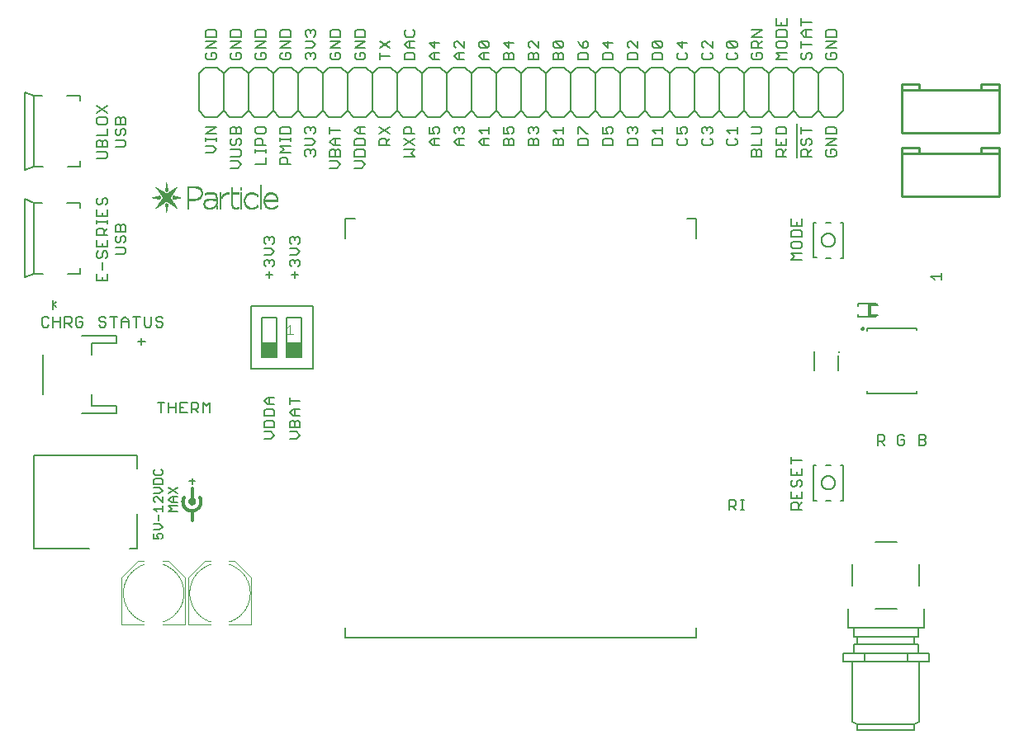
<source format=gto>
G75*
%MOIN*%
%OFA0B0*%
%FSLAX25Y25*%
%IPPOS*%
%LPD*%
%AMOC8*
5,1,8,0,0,1.08239X$1,22.5*
%
%ADD10C,0.00800*%
%ADD11C,0.00600*%
%ADD12C,0.01200*%
%ADD13R,0.00020X0.00020*%
%ADD14R,0.00020X0.00020*%
%ADD15R,0.00040X0.00020*%
%ADD16R,0.00060X0.00020*%
%ADD17R,0.00060X0.00020*%
%ADD18R,0.00080X0.00020*%
%ADD19R,0.00100X0.00020*%
%ADD20R,0.00100X0.00020*%
%ADD21R,0.00120X0.00020*%
%ADD22R,0.00140X0.00020*%
%ADD23R,0.00140X0.00020*%
%ADD24R,0.00180X0.00020*%
%ADD25R,0.00180X0.00020*%
%ADD26R,0.00200X0.00020*%
%ADD27R,0.00220X0.00020*%
%ADD28R,0.00220X0.00020*%
%ADD29R,0.00240X0.00020*%
%ADD30R,0.00260X0.00020*%
%ADD31R,0.00260X0.00020*%
%ADD32R,0.00300X0.00020*%
%ADD33R,0.00300X0.00020*%
%ADD34R,0.00320X0.00020*%
%ADD35R,0.00340X0.00020*%
%ADD36R,0.00340X0.00020*%
%ADD37R,0.00360X0.00020*%
%ADD38R,0.00380X0.00020*%
%ADD39R,0.00380X0.00020*%
%ADD40R,0.00420X0.00020*%
%ADD41R,0.00420X0.00020*%
%ADD42R,0.00440X0.00020*%
%ADD43R,0.00460X0.00020*%
%ADD44R,0.00460X0.00020*%
%ADD45R,0.00480X0.00020*%
%ADD46R,0.00500X0.00020*%
%ADD47R,0.00500X0.00020*%
%ADD48R,0.00540X0.00020*%
%ADD49R,0.00540X0.00020*%
%ADD50R,0.00560X0.00020*%
%ADD51R,0.00580X0.00020*%
%ADD52R,0.00620X0.00020*%
%ADD53R,0.00600X0.00020*%
%ADD54R,0.00580X0.00020*%
%ADD55R,0.00980X0.00020*%
%ADD56R,0.01000X0.00020*%
%ADD57R,0.01220X0.00020*%
%ADD58R,0.01260X0.00020*%
%ADD59R,0.01420X0.00020*%
%ADD60R,0.00880X0.00020*%
%ADD61R,0.01460X0.00020*%
%ADD62R,0.01620X0.00020*%
%ADD63R,0.01080X0.00020*%
%ADD64R,0.01640X0.00020*%
%ADD65R,0.00620X0.00020*%
%ADD66R,0.01760X0.00020*%
%ADD67R,0.01780X0.00020*%
%ADD68R,0.01800X0.00020*%
%ADD69R,0.00620X0.00020*%
%ADD70R,0.01900X0.00020*%
%ADD71R,0.01400X0.00020*%
%ADD72R,0.01940X0.00020*%
%ADD73R,0.00700X0.00020*%
%ADD74R,0.02040X0.00020*%
%ADD75R,0.00660X0.00020*%
%ADD76R,0.01540X0.00020*%
%ADD77R,0.02020X0.00020*%
%ADD78R,0.02080X0.00020*%
%ADD79R,0.00700X0.00020*%
%ADD80R,0.02160X0.00020*%
%ADD81R,0.00640X0.00020*%
%ADD82R,0.00660X0.00020*%
%ADD83R,0.01660X0.00020*%
%ADD84R,0.02200X0.00020*%
%ADD85R,0.02260X0.00020*%
%ADD86R,0.00640X0.00020*%
%ADD87R,0.02320X0.00020*%
%ADD88R,0.02380X0.00020*%
%ADD89R,0.01860X0.00020*%
%ADD90R,0.02420X0.00020*%
%ADD91R,0.02480X0.00020*%
%ADD92R,0.01960X0.00020*%
%ADD93R,0.02520X0.00020*%
%ADD94R,0.02580X0.00020*%
%ADD95R,0.02040X0.00020*%
%ADD96R,0.02620X0.00020*%
%ADD97R,0.00680X0.00020*%
%ADD98R,0.02660X0.00020*%
%ADD99R,0.02120X0.00020*%
%ADD100R,0.02700X0.00020*%
%ADD101R,0.02740X0.00020*%
%ADD102R,0.02160X0.00020*%
%ADD103R,0.02760X0.00020*%
%ADD104R,0.02800X0.00020*%
%ADD105R,0.02840X0.00020*%
%ADD106R,0.02200X0.00020*%
%ADD107R,0.02880X0.00020*%
%ADD108R,0.02920X0.00020*%
%ADD109R,0.02220X0.00020*%
%ADD110R,0.02980X0.00020*%
%ADD111R,0.03000X0.00020*%
%ADD112R,0.03060X0.00020*%
%ADD113R,0.00720X0.00020*%
%ADD114R,0.03060X0.00020*%
%ADD115R,0.02280X0.00020*%
%ADD116R,0.03080X0.00020*%
%ADD117R,0.03120X0.00020*%
%ADD118R,0.00740X0.00020*%
%ADD119R,0.03140X0.00020*%
%ADD120R,0.03160X0.00020*%
%ADD121R,0.03180X0.00020*%
%ADD122R,0.03220X0.00020*%
%ADD123R,0.02340X0.00020*%
%ADD124R,0.03260X0.00020*%
%ADD125R,0.00740X0.00020*%
%ADD126R,0.03280X0.00020*%
%ADD127R,0.02360X0.00020*%
%ADD128R,0.03340X0.00020*%
%ADD129R,0.03340X0.00020*%
%ADD130R,0.02400X0.00020*%
%ADD131R,0.03360X0.00020*%
%ADD132R,0.03400X0.00020*%
%ADD133R,0.00780X0.00020*%
%ADD134R,0.03400X0.00020*%
%ADD135R,0.02420X0.00020*%
%ADD136R,0.03440X0.00020*%
%ADD137R,0.03460X0.00020*%
%ADD138R,0.00780X0.00020*%
%ADD139R,0.03480X0.00020*%
%ADD140R,0.02440X0.00020*%
%ADD141R,0.03540X0.00020*%
%ADD142R,0.03520X0.00020*%
%ADD143R,0.02460X0.00020*%
%ADD144R,0.03560X0.00020*%
%ADD145R,0.03580X0.00020*%
%ADD146R,0.03600X0.00020*%
%ADD147R,0.03660X0.00020*%
%ADD148R,0.00080X0.00020*%
%ADD149R,0.00800X0.00020*%
%ADD150R,0.03640X0.00020*%
%ADD151R,0.02500X0.00020*%
%ADD152R,0.03680X0.00020*%
%ADD153R,0.03720X0.00020*%
%ADD154R,0.00820X0.00020*%
%ADD155R,0.03680X0.00020*%
%ADD156R,0.03720X0.00020*%
%ADD157R,0.03780X0.00020*%
%ADD158R,0.00120X0.00020*%
%ADD159R,0.00820X0.00020*%
%ADD160R,0.03760X0.00020*%
%ADD161R,0.02540X0.00020*%
%ADD162R,0.03800X0.00020*%
%ADD163R,0.03820X0.00020*%
%ADD164R,0.00140X0.00020*%
%ADD165R,0.02560X0.00020*%
%ADD166R,0.01740X0.00020*%
%ADD167R,0.01740X0.00020*%
%ADD168R,0.01820X0.00020*%
%ADD169R,0.01700X0.00020*%
%ADD170R,0.01640X0.00020*%
%ADD171R,0.02580X0.00020*%
%ADD172R,0.01620X0.00020*%
%ADD173R,0.01560X0.00020*%
%ADD174R,0.01580X0.00020*%
%ADD175R,0.01620X0.00020*%
%ADD176R,0.00840X0.00020*%
%ADD177R,0.01560X0.00020*%
%ADD178R,0.01500X0.00020*%
%ADD179R,0.01480X0.00020*%
%ADD180R,0.01540X0.00020*%
%ADD181R,0.00200X0.00020*%
%ADD182R,0.00860X0.00020*%
%ADD183R,0.01440X0.00020*%
%ADD184R,0.00860X0.00020*%
%ADD185R,0.01420X0.00020*%
%ADD186R,0.01320X0.00020*%
%ADD187R,0.01400X0.00020*%
%ADD188R,0.01340X0.00020*%
%ADD189R,0.01360X0.00020*%
%ADD190R,0.01380X0.00020*%
%ADD191R,0.00220X0.00020*%
%ADD192R,0.01200X0.00020*%
%ADD193R,0.00540X0.00020*%
%ADD194R,0.01320X0.00020*%
%ADD195R,0.00240X0.00020*%
%ADD196R,0.01300X0.00020*%
%ADD197R,0.01220X0.00020*%
%ADD198R,0.01140X0.00020*%
%ADD199R,0.01320X0.00020*%
%ADD200R,0.01280X0.00020*%
%ADD201R,0.00900X0.00020*%
%ADD202R,0.00280X0.00020*%
%ADD203R,0.01160X0.00020*%
%ADD204R,0.01280X0.00020*%
%ADD205R,0.01240X0.00020*%
%ADD206R,0.01240X0.00020*%
%ADD207R,0.00280X0.00020*%
%ADD208R,0.00900X0.00020*%
%ADD209R,0.01240X0.00020*%
%ADD210R,0.01120X0.00020*%
%ADD211R,0.01040X0.00020*%
%ADD212R,0.01200X0.00020*%
%ADD213R,0.01220X0.00020*%
%ADD214R,0.01020X0.00020*%
%ADD215R,0.01220X0.00020*%
%ADD216R,0.01180X0.00020*%
%ADD217R,0.00320X0.00020*%
%ADD218R,0.01040X0.00020*%
%ADD219R,0.00980X0.00020*%
%ADD220R,0.00340X0.00020*%
%ADD221R,0.00920X0.00020*%
%ADD222R,0.01020X0.00020*%
%ADD223R,0.00960X0.00020*%
%ADD224R,0.00160X0.00020*%
%ADD225R,0.01180X0.00020*%
%ADD226R,0.01140X0.00020*%
%ADD227R,0.00340X0.00020*%
%ADD228R,0.00940X0.00020*%
%ADD229R,0.01100X0.00020*%
%ADD230R,0.00920X0.00020*%
%ADD231R,0.01120X0.00020*%
%ADD232R,0.00940X0.00020*%
%ADD233R,0.01080X0.00020*%
%ADD234R,0.00920X0.00020*%
%ADD235R,0.01100X0.00020*%
%ADD236R,0.00400X0.00020*%
%ADD237R,0.01060X0.00020*%
%ADD238R,0.00940X0.00020*%
%ADD239R,0.00880X0.00020*%
%ADD240R,0.01120X0.00020*%
%ADD241R,0.00440X0.00020*%
%ADD242R,0.00420X0.00020*%
%ADD243R,0.01040X0.00020*%
%ADD244R,0.00440X0.00020*%
%ADD245R,0.01020X0.00020*%
%ADD246R,0.00840X0.00020*%
%ADD247R,0.00480X0.00020*%
%ADD248R,0.01060X0.00020*%
%ADD249R,0.00820X0.00020*%
%ADD250R,0.01040X0.00020*%
%ADD251R,0.01000X0.00020*%
%ADD252R,0.01020X0.00020*%
%ADD253R,0.00520X0.00020*%
%ADD254R,0.00940X0.00020*%
%ADD255R,0.00820X0.00020*%
%ADD256R,0.00800X0.00020*%
%ADD257R,0.00960X0.00020*%
%ADD258R,0.00540X0.00020*%
%ADD259R,0.00760X0.00020*%
%ADD260R,0.00760X0.00020*%
%ADD261R,0.00740X0.00020*%
%ADD262R,0.00600X0.00020*%
%ADD263R,0.00920X0.00020*%
%ADD264R,0.00740X0.00020*%
%ADD265R,0.00680X0.00020*%
%ADD266R,0.00840X0.00020*%
%ADD267R,0.01340X0.00020*%
%ADD268R,0.01300X0.00020*%
%ADD269R,0.00720X0.00020*%
%ADD270R,0.00720X0.00020*%
%ADD271R,0.01140X0.00020*%
%ADD272R,0.00720X0.00020*%
%ADD273R,0.00840X0.00020*%
%ADD274R,0.01140X0.00020*%
%ADD275R,0.00520X0.00020*%
%ADD276R,0.00140X0.00020*%
%ADD277R,0.00040X0.00020*%
%ADD278R,0.01260X0.00020*%
%ADD279R,0.00020X0.00020*%
%ADD280R,0.01160X0.00020*%
%ADD281R,0.01340X0.00020*%
%ADD282R,0.01340X0.00020*%
%ADD283R,0.01380X0.00020*%
%ADD284R,0.01320X0.00020*%
%ADD285R,0.01360X0.00020*%
%ADD286R,0.01420X0.00020*%
%ADD287R,0.01440X0.00020*%
%ADD288R,0.01460X0.00020*%
%ADD289R,0.01500X0.00020*%
%ADD290R,0.01520X0.00020*%
%ADD291R,0.01540X0.00020*%
%ADD292R,0.01580X0.00020*%
%ADD293R,0.01600X0.00020*%
%ADD294R,0.01660X0.00020*%
%ADD295R,0.01680X0.00020*%
%ADD296R,0.01700X0.00020*%
%ADD297R,0.00160X0.00020*%
%ADD298R,0.01720X0.00020*%
%ADD299R,0.01780X0.00020*%
%ADD300R,0.01760X0.00020*%
%ADD301R,0.01820X0.00020*%
%ADD302R,0.01860X0.00020*%
%ADD303R,0.01880X0.00020*%
%ADD304R,0.00620X0.00020*%
%ADD305R,0.01920X0.00020*%
%ADD306R,0.01940X0.00020*%
%ADD307R,0.01920X0.00020*%
%ADD308R,0.01980X0.00020*%
%ADD309R,0.01960X0.00020*%
%ADD310R,0.01980X0.00020*%
%ADD311R,0.02000X0.00020*%
%ADD312R,0.02020X0.00020*%
%ADD313R,0.02040X0.00020*%
%ADD314R,0.02060X0.00020*%
%ADD315R,0.02060X0.00020*%
%ADD316R,0.02080X0.00020*%
%ADD317R,0.02100X0.00020*%
%ADD318R,0.02120X0.00020*%
%ADD319R,0.02140X0.00020*%
%ADD320R,0.02180X0.00020*%
%ADD321R,0.02180X0.00020*%
%ADD322R,0.02220X0.00020*%
%ADD323R,0.02220X0.00020*%
%ADD324R,0.02240X0.00020*%
%ADD325R,0.02260X0.00020*%
%ADD326R,0.02280X0.00020*%
%ADD327R,0.02300X0.00020*%
%ADD328R,0.02320X0.00020*%
%ADD329R,0.02340X0.00020*%
%ADD330R,0.02440X0.00020*%
%ADD331R,0.06060X0.00020*%
%ADD332R,0.06060X0.00020*%
%ADD333R,0.02480X0.00020*%
%ADD334R,0.04980X0.00020*%
%ADD335R,0.04980X0.00020*%
%ADD336R,0.04940X0.00020*%
%ADD337R,0.06080X0.00020*%
%ADD338R,0.04920X0.00020*%
%ADD339R,0.06100X0.00020*%
%ADD340R,0.04900X0.00020*%
%ADD341R,0.04860X0.00020*%
%ADD342R,0.06100X0.00020*%
%ADD343R,0.04840X0.00020*%
%ADD344R,0.04820X0.00020*%
%ADD345R,0.04780X0.00020*%
%ADD346R,0.04760X0.00020*%
%ADD347R,0.04740X0.00020*%
%ADD348R,0.04700X0.00020*%
%ADD349R,0.04700X0.00020*%
%ADD350R,0.04660X0.00020*%
%ADD351R,0.04620X0.00020*%
%ADD352R,0.04620X0.00020*%
%ADD353R,0.04580X0.00020*%
%ADD354R,0.06080X0.00020*%
%ADD355R,0.04540X0.00020*%
%ADD356R,0.02900X0.00020*%
%ADD357R,0.01240X0.00020*%
%ADD358R,0.04540X0.00020*%
%ADD359R,0.01440X0.00020*%
%ADD360R,0.04500X0.00020*%
%ADD361R,0.04480X0.00020*%
%ADD362R,0.03480X0.00020*%
%ADD363R,0.04460X0.00020*%
%ADD364R,0.03600X0.00020*%
%ADD365R,0.04420X0.00020*%
%ADD366R,0.03700X0.00020*%
%ADD367R,0.04400X0.00020*%
%ADD368R,0.03780X0.00020*%
%ADD369R,0.04380X0.00020*%
%ADD370R,0.03860X0.00020*%
%ADD371R,0.02640X0.00020*%
%ADD372R,0.04340X0.00020*%
%ADD373R,0.03940X0.00020*%
%ADD374R,0.04320X0.00020*%
%ADD375R,0.04020X0.00020*%
%ADD376R,0.04940X0.00020*%
%ADD377R,0.04300X0.00020*%
%ADD378R,0.04080X0.00020*%
%ADD379R,0.04920X0.00020*%
%ADD380R,0.04260X0.00020*%
%ADD381R,0.04140X0.00020*%
%ADD382R,0.04200X0.00020*%
%ADD383R,0.04860X0.00020*%
%ADD384R,0.04220X0.00020*%
%ADD385R,0.04260X0.00020*%
%ADD386R,0.04820X0.00020*%
%ADD387R,0.04180X0.00020*%
%ADD388R,0.04320X0.00020*%
%ADD389R,0.04800X0.00020*%
%ADD390R,0.04180X0.00020*%
%ADD391R,0.04360X0.00020*%
%ADD392R,0.04760X0.00020*%
%ADD393R,0.04140X0.00020*%
%ADD394R,0.04420X0.00020*%
%ADD395R,0.04720X0.00020*%
%ADD396R,0.04100X0.00020*%
%ADD397R,0.04100X0.00020*%
%ADD398R,0.04520X0.00020*%
%ADD399R,0.04660X0.00020*%
%ADD400R,0.04060X0.00020*%
%ADD401R,0.04560X0.00020*%
%ADD402R,0.04620X0.00020*%
%ADD403R,0.04040X0.00020*%
%ADD404R,0.04600X0.00020*%
%ADD405R,0.04580X0.00020*%
%ADD406R,0.04020X0.00020*%
%ADD407R,0.04640X0.00020*%
%ADD408R,0.04520X0.00020*%
%ADD409R,0.03980X0.00020*%
%ADD410R,0.04680X0.00020*%
%ADD411R,0.04480X0.00020*%
%ADD412R,0.03960X0.00020*%
%ADD413R,0.04720X0.00020*%
%ADD414R,0.03940X0.00020*%
%ADD415R,0.03900X0.00020*%
%ADD416R,0.04800X0.00020*%
%ADD417R,0.03520X0.00020*%
%ADD418R,0.03880X0.00020*%
%ADD419R,0.04820X0.00020*%
%ADD420R,0.03380X0.00020*%
%ADD421R,0.03240X0.00020*%
%ADD422R,0.03820X0.00020*%
%ADD423R,0.04900X0.00020*%
%ADD424R,0.03100X0.00020*%
%ADD425R,0.04920X0.00020*%
%ADD426R,0.02920X0.00020*%
%ADD427R,0.00640X0.00020*%
%ADD428R,0.04960X0.00020*%
%ADD429R,0.02760X0.00020*%
%ADD430R,0.03740X0.00020*%
%ADD431R,0.05000X0.00020*%
%ADD432R,0.05020X0.00020*%
%ADD433R,0.03660X0.00020*%
%ADD434R,0.01820X0.00020*%
%ADD435R,0.03620X0.00020*%
%ADD436R,0.01640X0.00020*%
%ADD437R,0.03580X0.00020*%
%ADD438R,0.01600X0.00020*%
%ADD439R,0.03540X0.00020*%
%ADD440R,0.03500X0.00020*%
%ADD441R,0.03460X0.00020*%
%ADD442R,0.02020X0.00020*%
%ADD443R,0.02140X0.00020*%
%ADD444R,0.03420X0.00020*%
%ADD445R,0.02240X0.00020*%
%ADD446R,0.03380X0.00020*%
%ADD447R,0.02360X0.00020*%
%ADD448R,0.03340X0.00020*%
%ADD449R,0.02560X0.00020*%
%ADD450R,0.03300X0.00020*%
%ADD451R,0.02660X0.00020*%
%ADD452R,0.03300X0.00020*%
%ADD453R,0.02680X0.00020*%
%ADD454R,0.02780X0.00020*%
%ADD455R,0.03260X0.00020*%
%ADD456R,0.03220X0.00020*%
%ADD457R,0.02980X0.00020*%
%ADD458R,0.03180X0.00020*%
%ADD459R,0.03200X0.00020*%
%ADD460R,0.03140X0.00020*%
%ADD461R,0.03100X0.00020*%
%ADD462R,0.03080X0.00020*%
%ADD463R,0.03620X0.00020*%
%ADD464R,0.03020X0.00020*%
%ADD465R,0.02960X0.00020*%
%ADD466R,0.02740X0.00020*%
%ADD467R,0.03320X0.00020*%
%ADD468R,0.02540X0.00020*%
%ADD469R,0.02420X0.00020*%
%ADD470R,0.02320X0.00020*%
%ADD471R,0.01900X0.00020*%
%ADD472R,0.03540X0.00020*%
%ADD473R,0.01480X0.00020*%
%ADD474R,0.00040X0.00020*%
%ADD475R,0.00400X0.00020*%
%ADD476R,0.03840X0.00020*%
%ADD477R,0.03900X0.00020*%
%ADD478R,0.00560X0.00020*%
%ADD479R,0.03980X0.00020*%
%ADD480R,0.04060X0.00020*%
%ADD481R,0.04120X0.00020*%
%ADD482R,0.04280X0.00020*%
%ADD483R,0.04340X0.00020*%
%ADD484R,0.04420X0.00020*%
%ADD485R,0.04500X0.00020*%
%ADD486R,0.04560X0.00020*%
%ADD487R,0.04720X0.00020*%
%ADD488R,0.01120X0.00020*%
%ADD489R,0.01720X0.00020*%
%ADD490R,0.04940X0.00020*%
%ADD491R,0.01420X0.00020*%
%ADD492R,0.01520X0.00020*%
%ADD493R,0.02500X0.00020*%
%ADD494R,0.03020X0.00020*%
%ADD495R,0.03720X0.00020*%
%ADD496R,0.03500X0.00020*%
%ADD497R,0.03440X0.00020*%
%ADD498R,0.01680X0.00020*%
%ADD499R,0.02000X0.00020*%
%ADD500R,0.02420X0.00020*%
%ADD501R,0.02300X0.00020*%
%ADD502R,0.03540X0.00020*%
%ADD503R,0.03340X0.00020*%
%ADD504R,0.03280X0.00020*%
%ADD505R,0.02400X0.00020*%
%ADD506R,0.04320X0.00020*%
%ADD507R,0.03420X0.00020*%
%ADD508R,0.03220X0.00020*%
%ADD509R,0.04120X0.00020*%
%ADD510R,0.03200X0.00020*%
%ADD511R,0.03920X0.00020*%
%ADD512R,0.02820X0.00020*%
%ADD513R,0.02900X0.00020*%
%ADD514R,0.02740X0.00020*%
%ADD515R,0.03760X0.00020*%
%ADD516R,0.02820X0.00020*%
%ADD517R,0.02240X0.00020*%
%ADD518R,0.02640X0.00020*%
%ADD519R,0.03420X0.00020*%
%ADD520R,0.02340X0.00020*%
%ADD521R,0.02140X0.00020*%
%ADD522R,0.02920X0.00020*%
%ADD523R,0.02800X0.00020*%
%ADD524R,0.01740X0.00020*%
%ADD525R,0.00520X0.00020*%
%ADD526R,0.01840X0.00020*%
%ADD527R,0.01840X0.00020*%
%ADD528R,0.01800X0.00020*%
%ADD529R,0.00360X0.00020*%
%ADD530R,0.01520X0.00020*%
%ADD531R,0.02020X0.00020*%
%ADD532R,0.05160X0.00020*%
%ADD533R,0.05120X0.00020*%
%ADD534R,0.05100X0.00020*%
%ADD535R,0.05060X0.00020*%
%ADD536R,0.05040X0.00020*%
%ADD537R,0.04960X0.00020*%
%ADD538R,0.04940X0.00020*%
%ADD539R,0.00120X0.00020*%
%ADD540R,0.04540X0.00020*%
%ADD541R,0.04420X0.00020*%
%ADD542R,0.04120X0.00020*%
%ADD543R,0.04040X0.00020*%
%ADD544R,0.03960X0.00020*%
%ADD545R,0.03880X0.00020*%
%ADD546C,0.00300*%
%ADD547R,0.06000X0.06000*%
%ADD548C,0.00500*%
%ADD549C,0.00400*%
%ADD550C,0.01000*%
D10*
X0017205Y0074795D02*
X0017205Y0074913D01*
X0039646Y0074913D01*
X0055787Y0074913D02*
X0058937Y0074913D01*
X0058937Y0088693D01*
X0058937Y0107197D02*
X0058937Y0112315D01*
X0017205Y0112315D01*
X0017205Y0074913D01*
X0036685Y0129353D02*
X0050465Y0129353D01*
X0050465Y0132502D01*
X0040622Y0132502D01*
X0040622Y0137227D01*
X0020937Y0137227D02*
X0020937Y0152975D01*
X0036685Y0160849D02*
X0050465Y0160849D01*
X0050465Y0157699D01*
X0040622Y0157699D01*
X0040622Y0152975D01*
X0044145Y0164261D02*
X0043444Y0164961D01*
X0044145Y0164261D02*
X0045546Y0164261D01*
X0046247Y0164961D01*
X0046247Y0165662D01*
X0045546Y0166362D01*
X0044145Y0166362D01*
X0043444Y0167063D01*
X0043444Y0167764D01*
X0044145Y0168464D01*
X0045546Y0168464D01*
X0046247Y0167764D01*
X0048048Y0168464D02*
X0050851Y0168464D01*
X0049450Y0168464D02*
X0049450Y0164261D01*
X0052652Y0164261D02*
X0052652Y0167063D01*
X0054053Y0168464D01*
X0055455Y0167063D01*
X0055455Y0164261D01*
X0055455Y0166362D02*
X0052652Y0166362D01*
X0057256Y0168464D02*
X0060059Y0168464D01*
X0058657Y0168464D02*
X0058657Y0164261D01*
X0061860Y0164961D02*
X0062561Y0164261D01*
X0063962Y0164261D01*
X0064663Y0164961D01*
X0064663Y0168464D01*
X0066464Y0167764D02*
X0066464Y0167063D01*
X0067165Y0166362D01*
X0068566Y0166362D01*
X0069266Y0165662D01*
X0069266Y0164961D01*
X0068566Y0164261D01*
X0067165Y0164261D01*
X0066464Y0164961D01*
X0066464Y0167764D02*
X0067165Y0168464D01*
X0068566Y0168464D01*
X0069266Y0167764D01*
X0061860Y0168464D02*
X0061860Y0164961D01*
X0060654Y0159890D02*
X0060654Y0157087D01*
X0059253Y0158488D02*
X0062055Y0158488D01*
X0037039Y0164961D02*
X0037039Y0166362D01*
X0035638Y0166362D01*
X0037039Y0164961D02*
X0036338Y0164261D01*
X0034937Y0164261D01*
X0034237Y0164961D01*
X0034237Y0167764D01*
X0034937Y0168464D01*
X0036338Y0168464D01*
X0037039Y0167764D01*
X0032435Y0167764D02*
X0032435Y0166362D01*
X0031734Y0165662D01*
X0029633Y0165662D01*
X0031034Y0165662D02*
X0032435Y0164261D01*
X0029633Y0164261D02*
X0029633Y0168464D01*
X0031734Y0168464D01*
X0032435Y0167764D01*
X0027831Y0168464D02*
X0027831Y0164261D01*
X0027831Y0166362D02*
X0025029Y0166362D01*
X0025029Y0164261D02*
X0025029Y0168464D01*
X0023227Y0167764D02*
X0022527Y0168464D01*
X0021125Y0168464D01*
X0020425Y0167764D01*
X0020425Y0164961D01*
X0021125Y0164261D01*
X0022527Y0164261D01*
X0023227Y0164961D01*
X0024839Y0171616D02*
X0024839Y0173427D01*
X0026060Y0174347D01*
X0024839Y0175238D02*
X0024839Y0173427D01*
X0024900Y0173327D02*
X0026060Y0172567D01*
X0042642Y0182970D02*
X0046846Y0182970D01*
X0046846Y0185773D01*
X0044744Y0184372D02*
X0044744Y0182970D01*
X0042642Y0182970D02*
X0042642Y0185773D01*
X0044744Y0187574D02*
X0044744Y0190377D01*
X0044044Y0192178D02*
X0044744Y0192879D01*
X0044744Y0194280D01*
X0045445Y0194981D01*
X0046145Y0194981D01*
X0046846Y0194280D01*
X0046846Y0192879D01*
X0046145Y0192178D01*
X0044044Y0192178D02*
X0043343Y0192178D01*
X0042642Y0192879D01*
X0042642Y0194280D01*
X0043343Y0194981D01*
X0042642Y0196782D02*
X0046846Y0196782D01*
X0046846Y0199585D01*
X0046846Y0201386D02*
X0042642Y0201386D01*
X0042642Y0203488D01*
X0043343Y0204189D01*
X0044744Y0204189D01*
X0045445Y0203488D01*
X0045445Y0201386D01*
X0045445Y0202787D02*
X0046846Y0204189D01*
X0046846Y0205990D02*
X0046846Y0207391D01*
X0046846Y0206691D02*
X0042642Y0206691D01*
X0042642Y0207391D02*
X0042642Y0205990D01*
X0042642Y0209059D02*
X0046846Y0209059D01*
X0046846Y0211862D01*
X0046145Y0213663D02*
X0046846Y0214364D01*
X0046846Y0215765D01*
X0046145Y0216466D01*
X0045445Y0216466D01*
X0044744Y0215765D01*
X0044744Y0214364D01*
X0044044Y0213663D01*
X0043343Y0213663D01*
X0042642Y0214364D01*
X0042642Y0215765D01*
X0043343Y0216466D01*
X0042642Y0211862D02*
X0042642Y0209059D01*
X0044744Y0209059D02*
X0044744Y0210461D01*
X0050142Y0205023D02*
X0050142Y0202921D01*
X0054346Y0202921D01*
X0054346Y0205023D01*
X0053645Y0205723D01*
X0052945Y0205723D01*
X0052244Y0205023D01*
X0052244Y0202921D01*
X0052945Y0201119D02*
X0053645Y0201119D01*
X0054346Y0200419D01*
X0054346Y0199018D01*
X0053645Y0198317D01*
X0052244Y0199018D02*
X0052244Y0200419D01*
X0052945Y0201119D01*
X0050843Y0201119D02*
X0050142Y0200419D01*
X0050142Y0199018D01*
X0050843Y0198317D01*
X0051544Y0198317D01*
X0052244Y0199018D01*
X0053645Y0196515D02*
X0050142Y0196515D01*
X0050142Y0193713D02*
X0053645Y0193713D01*
X0054346Y0194414D01*
X0054346Y0195815D01*
X0053645Y0196515D01*
X0044744Y0196782D02*
X0044744Y0198183D01*
X0042642Y0199585D02*
X0042642Y0196782D01*
X0050142Y0205023D02*
X0050843Y0205723D01*
X0051544Y0205723D01*
X0052244Y0205023D01*
X0046145Y0232416D02*
X0042642Y0232416D01*
X0042642Y0235219D02*
X0046145Y0235219D01*
X0046846Y0234518D01*
X0046846Y0233117D01*
X0046145Y0232416D01*
X0046846Y0237020D02*
X0042642Y0237020D01*
X0042642Y0239122D01*
X0043343Y0239822D01*
X0044044Y0239822D01*
X0044744Y0239122D01*
X0044744Y0237020D01*
X0044744Y0239122D02*
X0045445Y0239822D01*
X0046145Y0239822D01*
X0046846Y0239122D01*
X0046846Y0237020D01*
X0050142Y0237020D02*
X0053645Y0237020D01*
X0054346Y0237721D01*
X0054346Y0239122D01*
X0053645Y0239822D01*
X0050142Y0239822D01*
X0050843Y0241624D02*
X0051544Y0241624D01*
X0052244Y0242325D01*
X0052244Y0243726D01*
X0052945Y0244426D01*
X0053645Y0244426D01*
X0054346Y0243726D01*
X0054346Y0242325D01*
X0053645Y0241624D01*
X0050843Y0241624D02*
X0050142Y0242325D01*
X0050142Y0243726D01*
X0050843Y0244426D01*
X0050142Y0246228D02*
X0050142Y0248330D01*
X0050843Y0249030D01*
X0051544Y0249030D01*
X0052244Y0248330D01*
X0052244Y0246228D01*
X0054346Y0246228D02*
X0050142Y0246228D01*
X0052244Y0248330D02*
X0052945Y0249030D01*
X0053645Y0249030D01*
X0054346Y0248330D01*
X0054346Y0246228D01*
X0046846Y0246929D02*
X0046846Y0248330D01*
X0046145Y0249030D01*
X0043343Y0249030D01*
X0042642Y0248330D01*
X0042642Y0246929D01*
X0043343Y0246228D01*
X0046145Y0246228D01*
X0046846Y0246929D01*
X0046846Y0244426D02*
X0046846Y0241624D01*
X0042642Y0241624D01*
X0042642Y0250832D02*
X0046846Y0253634D01*
X0046846Y0250832D02*
X0042642Y0253634D01*
X0086648Y0245203D02*
X0090851Y0245203D01*
X0086648Y0242401D01*
X0090851Y0242401D01*
X0090851Y0240733D02*
X0090851Y0239331D01*
X0090851Y0240032D02*
X0086648Y0240032D01*
X0086648Y0239331D02*
X0086648Y0240733D01*
X0086648Y0237530D02*
X0089450Y0237530D01*
X0090851Y0236129D01*
X0089450Y0234728D01*
X0086648Y0234728D01*
X0096656Y0235995D02*
X0100159Y0235995D01*
X0100860Y0235295D01*
X0100860Y0233894D01*
X0100159Y0233193D01*
X0096656Y0233193D01*
X0096656Y0231391D02*
X0099458Y0231391D01*
X0100860Y0229990D01*
X0099458Y0228589D01*
X0096656Y0228589D01*
X0106665Y0230124D02*
X0110868Y0230124D01*
X0110868Y0232926D01*
X0110868Y0234728D02*
X0110868Y0236129D01*
X0110868Y0235428D02*
X0106665Y0235428D01*
X0106665Y0234728D02*
X0106665Y0236129D01*
X0106665Y0237797D02*
X0106665Y0239899D01*
X0107365Y0240599D01*
X0108766Y0240599D01*
X0109467Y0239899D01*
X0109467Y0237797D01*
X0110868Y0237797D02*
X0106665Y0237797D01*
X0100860Y0238497D02*
X0100159Y0237797D01*
X0100860Y0238497D02*
X0100860Y0239899D01*
X0100159Y0240599D01*
X0099458Y0240599D01*
X0098758Y0239899D01*
X0098758Y0238497D01*
X0098057Y0237797D01*
X0097357Y0237797D01*
X0096656Y0238497D01*
X0096656Y0239899D01*
X0097357Y0240599D01*
X0096656Y0242401D02*
X0096656Y0244503D01*
X0097357Y0245203D01*
X0098057Y0245203D01*
X0098758Y0244503D01*
X0098758Y0242401D01*
X0098758Y0244503D02*
X0099458Y0245203D01*
X0100159Y0245203D01*
X0100860Y0244503D01*
X0100860Y0242401D01*
X0096656Y0242401D01*
X0106665Y0243101D02*
X0107365Y0242401D01*
X0110168Y0242401D01*
X0110868Y0243101D01*
X0110868Y0244503D01*
X0110168Y0245203D01*
X0107365Y0245203D01*
X0106665Y0244503D01*
X0106665Y0243101D01*
X0116673Y0242401D02*
X0116673Y0244503D01*
X0117374Y0245203D01*
X0120176Y0245203D01*
X0120877Y0244503D01*
X0120877Y0242401D01*
X0116673Y0242401D01*
X0116673Y0240733D02*
X0116673Y0239331D01*
X0116673Y0240032D02*
X0120877Y0240032D01*
X0120877Y0239331D02*
X0120877Y0240733D01*
X0120877Y0237530D02*
X0116673Y0237530D01*
X0118074Y0236129D01*
X0116673Y0234728D01*
X0120877Y0234728D01*
X0118775Y0232926D02*
X0119475Y0232225D01*
X0119475Y0230124D01*
X0120877Y0230124D02*
X0116673Y0230124D01*
X0116673Y0232225D01*
X0117374Y0232926D01*
X0118775Y0232926D01*
X0126682Y0233894D02*
X0126682Y0235295D01*
X0127382Y0235995D01*
X0128083Y0235995D01*
X0128783Y0235295D01*
X0129484Y0235995D01*
X0130185Y0235995D01*
X0130885Y0235295D01*
X0130885Y0233894D01*
X0130185Y0233193D01*
X0128783Y0234594D02*
X0128783Y0235295D01*
X0126682Y0233894D02*
X0127382Y0233193D01*
X0126682Y0237797D02*
X0129484Y0237797D01*
X0130885Y0239198D01*
X0129484Y0240599D01*
X0126682Y0240599D01*
X0127382Y0242401D02*
X0126682Y0243101D01*
X0126682Y0244503D01*
X0127382Y0245203D01*
X0128083Y0245203D01*
X0128783Y0244503D01*
X0129484Y0245203D01*
X0130185Y0245203D01*
X0130885Y0244503D01*
X0130885Y0243101D01*
X0130185Y0242401D01*
X0128783Y0243802D02*
X0128783Y0244503D01*
X0136690Y0245203D02*
X0136690Y0242401D01*
X0136690Y0243802D02*
X0140894Y0243802D01*
X0140894Y0240599D02*
X0138091Y0240599D01*
X0136690Y0239198D01*
X0138091Y0237797D01*
X0140894Y0237797D01*
X0140193Y0235995D02*
X0140894Y0235295D01*
X0140894Y0233193D01*
X0136690Y0233193D01*
X0136690Y0235295D01*
X0137391Y0235995D01*
X0138091Y0235995D01*
X0138792Y0235295D01*
X0138792Y0233193D01*
X0139492Y0231391D02*
X0136690Y0231391D01*
X0136690Y0228589D02*
X0139492Y0228589D01*
X0140894Y0229990D01*
X0139492Y0231391D01*
X0138792Y0235295D02*
X0139492Y0235995D01*
X0140193Y0235995D01*
X0138792Y0237797D02*
X0138792Y0240599D01*
X0146699Y0239899D02*
X0146699Y0237797D01*
X0150902Y0237797D01*
X0150902Y0239899D01*
X0150202Y0240599D01*
X0147399Y0240599D01*
X0146699Y0239899D01*
X0148100Y0242401D02*
X0146699Y0243802D01*
X0148100Y0245203D01*
X0150902Y0245203D01*
X0148800Y0245203D02*
X0148800Y0242401D01*
X0148100Y0242401D02*
X0150902Y0242401D01*
X0156707Y0242401D02*
X0160911Y0245203D01*
X0160911Y0242401D02*
X0156707Y0245203D01*
X0157408Y0240599D02*
X0156707Y0239899D01*
X0156707Y0237797D01*
X0160911Y0237797D01*
X0159509Y0237797D02*
X0159509Y0239899D01*
X0158809Y0240599D01*
X0157408Y0240599D01*
X0159509Y0239198D02*
X0160911Y0240599D01*
X0166716Y0240599D02*
X0170919Y0237797D01*
X0170919Y0235995D02*
X0166716Y0235995D01*
X0166716Y0237797D02*
X0170919Y0240599D01*
X0170919Y0242401D02*
X0166716Y0242401D01*
X0166716Y0244503D01*
X0167416Y0245203D01*
X0168817Y0245203D01*
X0169518Y0244503D01*
X0169518Y0242401D01*
X0176724Y0242401D02*
X0176724Y0245203D01*
X0178125Y0244503D02*
X0178826Y0245203D01*
X0180227Y0245203D01*
X0180928Y0244503D01*
X0180928Y0243101D01*
X0180227Y0242401D01*
X0178826Y0242401D02*
X0178125Y0243802D01*
X0178125Y0244503D01*
X0178826Y0242401D02*
X0176724Y0242401D01*
X0178125Y0240599D02*
X0176724Y0239198D01*
X0178125Y0237797D01*
X0180928Y0237797D01*
X0178826Y0237797D02*
X0178826Y0240599D01*
X0178125Y0240599D02*
X0180928Y0240599D01*
X0186733Y0239198D02*
X0188134Y0237797D01*
X0190936Y0237797D01*
X0188834Y0237797D02*
X0188834Y0240599D01*
X0188134Y0240599D02*
X0190936Y0240599D01*
X0190236Y0242401D02*
X0190936Y0243101D01*
X0190936Y0244503D01*
X0190236Y0245203D01*
X0189535Y0245203D01*
X0188834Y0244503D01*
X0188834Y0243802D01*
X0188834Y0244503D02*
X0188134Y0245203D01*
X0187433Y0245203D01*
X0186733Y0244503D01*
X0186733Y0243101D01*
X0187433Y0242401D01*
X0188134Y0240599D02*
X0186733Y0239198D01*
X0196774Y0239198D02*
X0198176Y0237797D01*
X0200978Y0237797D01*
X0198876Y0237797D02*
X0198876Y0240599D01*
X0198176Y0240599D02*
X0200978Y0240599D01*
X0200978Y0242401D02*
X0200978Y0245203D01*
X0200978Y0243802D02*
X0196774Y0243802D01*
X0198176Y0242401D01*
X0198176Y0240599D02*
X0196774Y0239198D01*
X0206783Y0239899D02*
X0206783Y0237797D01*
X0210987Y0237797D01*
X0210987Y0239899D01*
X0210286Y0240599D01*
X0209585Y0240599D01*
X0208885Y0239899D01*
X0208885Y0237797D01*
X0208885Y0239899D02*
X0208184Y0240599D01*
X0207484Y0240599D01*
X0206783Y0239899D01*
X0206783Y0242401D02*
X0208885Y0242401D01*
X0208184Y0243802D01*
X0208184Y0244503D01*
X0208885Y0245203D01*
X0210286Y0245203D01*
X0210987Y0244503D01*
X0210987Y0243101D01*
X0210286Y0242401D01*
X0206783Y0242401D02*
X0206783Y0245203D01*
X0216791Y0244503D02*
X0217492Y0245203D01*
X0218193Y0245203D01*
X0218893Y0244503D01*
X0219594Y0245203D01*
X0220294Y0245203D01*
X0220995Y0244503D01*
X0220995Y0243101D01*
X0220294Y0242401D01*
X0220294Y0240599D02*
X0220995Y0239899D01*
X0220995Y0237797D01*
X0216791Y0237797D01*
X0216791Y0239899D01*
X0217492Y0240599D01*
X0218193Y0240599D01*
X0218893Y0239899D01*
X0218893Y0237797D01*
X0218893Y0239899D02*
X0219594Y0240599D01*
X0220294Y0240599D01*
X0217492Y0242401D02*
X0216791Y0243101D01*
X0216791Y0244503D01*
X0218893Y0244503D02*
X0218893Y0243802D01*
X0226800Y0243802D02*
X0231004Y0243802D01*
X0231004Y0242401D02*
X0231004Y0245203D01*
X0228201Y0242401D02*
X0226800Y0243802D01*
X0227501Y0240599D02*
X0226800Y0239899D01*
X0226800Y0237797D01*
X0231004Y0237797D01*
X0231004Y0239899D01*
X0230303Y0240599D01*
X0229602Y0240599D01*
X0228902Y0239899D01*
X0228902Y0237797D01*
X0228902Y0239899D02*
X0228201Y0240599D01*
X0227501Y0240599D01*
X0236808Y0239899D02*
X0236808Y0237797D01*
X0241012Y0237797D01*
X0241012Y0239899D01*
X0240311Y0240599D01*
X0237509Y0240599D01*
X0236808Y0239899D01*
X0236808Y0242401D02*
X0236808Y0245203D01*
X0237509Y0245203D01*
X0240311Y0242401D01*
X0241012Y0242401D01*
X0246817Y0242401D02*
X0246817Y0245203D01*
X0248218Y0244503D02*
X0248919Y0245203D01*
X0250320Y0245203D01*
X0251021Y0244503D01*
X0251021Y0243101D01*
X0250320Y0242401D01*
X0248919Y0242401D02*
X0248218Y0243802D01*
X0248218Y0244503D01*
X0248919Y0242401D02*
X0246817Y0242401D01*
X0247518Y0240599D02*
X0246817Y0239899D01*
X0246817Y0237797D01*
X0251021Y0237797D01*
X0251021Y0239899D01*
X0250320Y0240599D01*
X0247518Y0240599D01*
X0256825Y0239899D02*
X0256825Y0237797D01*
X0261029Y0237797D01*
X0261029Y0239899D01*
X0260328Y0240599D01*
X0257526Y0240599D01*
X0256825Y0239899D01*
X0257526Y0242401D02*
X0256825Y0243101D01*
X0256825Y0244503D01*
X0257526Y0245203D01*
X0258227Y0245203D01*
X0258927Y0244503D01*
X0259628Y0245203D01*
X0260328Y0245203D01*
X0261029Y0244503D01*
X0261029Y0243101D01*
X0260328Y0242401D01*
X0258927Y0243802D02*
X0258927Y0244503D01*
X0266834Y0243802D02*
X0271038Y0243802D01*
X0271038Y0242401D02*
X0271038Y0245203D01*
X0268235Y0242401D02*
X0266834Y0243802D01*
X0267535Y0240599D02*
X0266834Y0239899D01*
X0266834Y0237797D01*
X0271038Y0237797D01*
X0271038Y0239899D01*
X0270337Y0240599D01*
X0267535Y0240599D01*
X0276842Y0239899D02*
X0276842Y0238497D01*
X0277543Y0237797D01*
X0280345Y0237797D01*
X0281046Y0238497D01*
X0281046Y0239899D01*
X0280345Y0240599D01*
X0280345Y0242401D02*
X0281046Y0243101D01*
X0281046Y0244503D01*
X0280345Y0245203D01*
X0278944Y0245203D01*
X0278244Y0244503D01*
X0278244Y0243802D01*
X0278944Y0242401D01*
X0276842Y0242401D01*
X0276842Y0245203D01*
X0277543Y0240599D02*
X0276842Y0239899D01*
X0286851Y0239899D02*
X0286851Y0238497D01*
X0287552Y0237797D01*
X0290354Y0237797D01*
X0291055Y0238497D01*
X0291055Y0239899D01*
X0290354Y0240599D01*
X0290354Y0242401D02*
X0291055Y0243101D01*
X0291055Y0244503D01*
X0290354Y0245203D01*
X0289653Y0245203D01*
X0288953Y0244503D01*
X0288953Y0243802D01*
X0288953Y0244503D02*
X0288252Y0245203D01*
X0287552Y0245203D01*
X0286851Y0244503D01*
X0286851Y0243101D01*
X0287552Y0242401D01*
X0287552Y0240599D02*
X0286851Y0239899D01*
X0296859Y0239899D02*
X0296859Y0238497D01*
X0297560Y0237797D01*
X0300362Y0237797D01*
X0301063Y0238497D01*
X0301063Y0239899D01*
X0300362Y0240599D01*
X0301063Y0242401D02*
X0301063Y0245203D01*
X0301063Y0243802D02*
X0296859Y0243802D01*
X0298261Y0242401D01*
X0297560Y0240599D02*
X0296859Y0239899D01*
X0306835Y0237797D02*
X0311038Y0237797D01*
X0311038Y0240599D01*
X0310338Y0242401D02*
X0306835Y0242401D01*
X0306835Y0245203D02*
X0310338Y0245203D01*
X0311038Y0244503D01*
X0311038Y0243101D01*
X0310338Y0242401D01*
X0316843Y0242401D02*
X0316843Y0244503D01*
X0317544Y0245203D01*
X0320346Y0245203D01*
X0321047Y0244503D01*
X0321047Y0242401D01*
X0316843Y0242401D01*
X0316843Y0240599D02*
X0316843Y0237797D01*
X0321047Y0237797D01*
X0321047Y0240599D01*
X0318945Y0239198D02*
X0318945Y0237797D01*
X0318945Y0235995D02*
X0319646Y0235295D01*
X0319646Y0233193D01*
X0321047Y0233193D02*
X0316843Y0233193D01*
X0316843Y0235295D01*
X0317544Y0235995D01*
X0318945Y0235995D01*
X0319646Y0234594D02*
X0321047Y0235995D01*
X0325255Y0232793D02*
X0325255Y0246605D01*
X0326852Y0245203D02*
X0326852Y0242401D01*
X0326852Y0243802D02*
X0331055Y0243802D01*
X0330355Y0240599D02*
X0331055Y0239899D01*
X0331055Y0238497D01*
X0330355Y0237797D01*
X0328953Y0238497D02*
X0328253Y0237797D01*
X0327552Y0237797D01*
X0326852Y0238497D01*
X0326852Y0239899D01*
X0327552Y0240599D01*
X0328953Y0239899D02*
X0329654Y0240599D01*
X0330355Y0240599D01*
X0328953Y0239899D02*
X0328953Y0238497D01*
X0328953Y0235995D02*
X0329654Y0235295D01*
X0329654Y0233193D01*
X0329654Y0234594D02*
X0331055Y0235995D01*
X0328953Y0235995D02*
X0327552Y0235995D01*
X0326852Y0235295D01*
X0326852Y0233193D01*
X0331055Y0233193D01*
X0336860Y0233894D02*
X0337561Y0233193D01*
X0340363Y0233193D01*
X0341064Y0233894D01*
X0341064Y0235295D01*
X0340363Y0235995D01*
X0338962Y0235995D01*
X0338962Y0234594D01*
X0337561Y0235995D02*
X0336860Y0235295D01*
X0336860Y0233894D01*
X0336860Y0237797D02*
X0341064Y0240599D01*
X0336860Y0240599D01*
X0336860Y0242401D02*
X0336860Y0244503D01*
X0337561Y0245203D01*
X0340363Y0245203D01*
X0341064Y0244503D01*
X0341064Y0242401D01*
X0336860Y0242401D01*
X0336860Y0237797D02*
X0341064Y0237797D01*
X0311038Y0235295D02*
X0311038Y0233193D01*
X0306835Y0233193D01*
X0306835Y0235295D01*
X0307535Y0235995D01*
X0308236Y0235995D01*
X0308936Y0235295D01*
X0308936Y0233193D01*
X0308936Y0235295D02*
X0309637Y0235995D01*
X0310338Y0235995D01*
X0311038Y0235295D01*
X0322967Y0208080D02*
X0322967Y0205278D01*
X0327171Y0205278D01*
X0327171Y0208080D01*
X0325069Y0206679D02*
X0325069Y0205278D01*
X0323668Y0203476D02*
X0322967Y0202776D01*
X0322967Y0200674D01*
X0327171Y0200674D01*
X0327171Y0202776D01*
X0326470Y0203476D01*
X0323668Y0203476D01*
X0323668Y0198872D02*
X0322967Y0198172D01*
X0322967Y0196771D01*
X0323668Y0196070D01*
X0326470Y0196070D01*
X0327171Y0196771D01*
X0327171Y0198172D01*
X0326470Y0198872D01*
X0323668Y0198872D01*
X0322967Y0194269D02*
X0327171Y0194269D01*
X0327171Y0191466D02*
X0322967Y0191466D01*
X0324368Y0192867D01*
X0322967Y0194269D01*
X0342114Y0154213D02*
X0342116Y0154233D01*
X0342122Y0154251D01*
X0342131Y0154269D01*
X0342143Y0154284D01*
X0342158Y0154296D01*
X0342176Y0154305D01*
X0342194Y0154311D01*
X0342214Y0154313D01*
X0342234Y0154311D01*
X0342252Y0154305D01*
X0342270Y0154296D01*
X0342285Y0154284D01*
X0342297Y0154269D01*
X0342306Y0154251D01*
X0342312Y0154233D01*
X0342314Y0154213D01*
X0342312Y0154193D01*
X0342306Y0154175D01*
X0342297Y0154157D01*
X0342285Y0154142D01*
X0342270Y0154130D01*
X0342252Y0154121D01*
X0342234Y0154115D01*
X0342214Y0154113D01*
X0342194Y0154115D01*
X0342176Y0154121D01*
X0342158Y0154130D01*
X0342143Y0154142D01*
X0342131Y0154157D01*
X0342122Y0154175D01*
X0342116Y0154193D01*
X0342114Y0154213D01*
X0357815Y0120807D02*
X0359916Y0120807D01*
X0360617Y0120106D01*
X0360617Y0118705D01*
X0359916Y0118004D01*
X0357815Y0118004D01*
X0359216Y0118004D02*
X0360617Y0116603D01*
X0357815Y0116603D02*
X0357815Y0120807D01*
X0365885Y0120027D02*
X0365885Y0117225D01*
X0366586Y0116524D01*
X0367987Y0116524D01*
X0368688Y0117225D01*
X0368688Y0118626D01*
X0367287Y0118626D01*
X0368688Y0120027D02*
X0367987Y0120728D01*
X0366586Y0120728D01*
X0365885Y0120027D01*
X0374547Y0120728D02*
X0374547Y0116524D01*
X0376649Y0116524D01*
X0377349Y0117225D01*
X0377349Y0117926D01*
X0376649Y0118626D01*
X0374547Y0118626D01*
X0376649Y0118626D02*
X0377349Y0119327D01*
X0377349Y0120027D01*
X0376649Y0120728D01*
X0374547Y0120728D01*
X0327171Y0110364D02*
X0322967Y0110364D01*
X0322967Y0108963D02*
X0322967Y0111765D01*
X0322967Y0107161D02*
X0322967Y0104359D01*
X0327171Y0104359D01*
X0327171Y0107161D01*
X0325069Y0105760D02*
X0325069Y0104359D01*
X0325770Y0102557D02*
X0326470Y0102557D01*
X0327171Y0101856D01*
X0327171Y0100455D01*
X0326470Y0099755D01*
X0325069Y0100455D02*
X0325069Y0101856D01*
X0325770Y0102557D01*
X0323668Y0102557D02*
X0322967Y0101856D01*
X0322967Y0100455D01*
X0323668Y0099755D01*
X0324368Y0099755D01*
X0325069Y0100455D01*
X0322967Y0097953D02*
X0322967Y0095151D01*
X0327171Y0095151D01*
X0327171Y0097953D01*
X0325069Y0096552D02*
X0325069Y0095151D01*
X0325069Y0093349D02*
X0325770Y0092649D01*
X0325770Y0090547D01*
X0327171Y0090547D02*
X0322967Y0090547D01*
X0322967Y0092649D01*
X0323668Y0093349D01*
X0325069Y0093349D01*
X0325770Y0091948D02*
X0327171Y0093349D01*
X0303791Y0094522D02*
X0302390Y0094522D01*
X0303090Y0094522D02*
X0303090Y0090318D01*
X0302390Y0090318D02*
X0303791Y0090318D01*
X0300588Y0090318D02*
X0299187Y0091719D01*
X0299888Y0091719D02*
X0297786Y0091719D01*
X0297786Y0090318D02*
X0297786Y0094522D01*
X0299888Y0094522D01*
X0300588Y0093821D01*
X0300588Y0092420D01*
X0299888Y0091719D01*
X0347709Y0068329D02*
X0347709Y0059668D01*
X0345740Y0050613D02*
X0345740Y0042739D01*
X0348102Y0042739D01*
X0374087Y0042739D01*
X0376449Y0042739D01*
X0376449Y0050613D01*
X0374087Y0042739D02*
X0374087Y0039195D01*
X0372512Y0039195D01*
X0349677Y0039195D01*
X0349677Y0036046D01*
X0372512Y0036046D01*
X0374087Y0036046D01*
X0374087Y0032502D01*
X0378417Y0032502D01*
X0378417Y0028959D01*
X0374480Y0028959D01*
X0369756Y0028959D01*
X0352433Y0028959D01*
X0347709Y0028959D01*
X0343772Y0028959D01*
X0343772Y0032502D01*
X0348102Y0032502D01*
X0352433Y0032502D01*
X0352433Y0028959D01*
X0352433Y0032502D02*
X0369756Y0032502D01*
X0374087Y0032502D01*
X0374480Y0028959D02*
X0374480Y0004943D01*
X0372512Y0003762D01*
X0349677Y0003762D01*
X0349677Y0001400D01*
X0372512Y0001400D01*
X0372512Y0003762D01*
X0349677Y0003762D02*
X0347709Y0004943D01*
X0347709Y0028959D01*
X0348102Y0032502D02*
X0348102Y0036046D01*
X0349677Y0036046D01*
X0349677Y0039195D02*
X0348102Y0039195D01*
X0348102Y0042739D01*
X0356764Y0050613D02*
X0365425Y0050613D01*
X0374480Y0059668D02*
X0374480Y0068329D01*
X0365425Y0077384D02*
X0356764Y0077384D01*
X0372512Y0039195D02*
X0372512Y0036046D01*
X0369756Y0032502D02*
X0369756Y0028959D01*
X0380727Y0183356D02*
X0379326Y0184758D01*
X0383529Y0184758D01*
X0383529Y0186159D02*
X0383529Y0183356D01*
X0340436Y0272398D02*
X0337633Y0272398D01*
X0336933Y0273099D01*
X0336933Y0274500D01*
X0337633Y0275201D01*
X0339034Y0275201D02*
X0339034Y0273800D01*
X0339034Y0275201D02*
X0340436Y0275201D01*
X0341136Y0274500D01*
X0341136Y0273099D01*
X0340436Y0272398D01*
X0341136Y0277002D02*
X0336933Y0277002D01*
X0341136Y0279805D01*
X0336933Y0279805D01*
X0336933Y0281606D02*
X0336933Y0283708D01*
X0337633Y0284409D01*
X0340436Y0284409D01*
X0341136Y0283708D01*
X0341136Y0281606D01*
X0336933Y0281606D01*
X0331127Y0281606D02*
X0328324Y0281606D01*
X0326923Y0283007D01*
X0328324Y0284409D01*
X0331127Y0284409D01*
X0329025Y0284409D02*
X0329025Y0281606D01*
X0326923Y0279805D02*
X0326923Y0277002D01*
X0326923Y0278404D02*
X0331127Y0278404D01*
X0330426Y0275201D02*
X0331127Y0274500D01*
X0331127Y0273099D01*
X0330426Y0272398D01*
X0329025Y0273099D02*
X0328324Y0272398D01*
X0327624Y0272398D01*
X0326923Y0273099D01*
X0326923Y0274500D01*
X0327624Y0275201D01*
X0329025Y0274500D02*
X0329725Y0275201D01*
X0330426Y0275201D01*
X0329025Y0274500D02*
X0329025Y0273099D01*
X0321117Y0272398D02*
X0316913Y0272398D01*
X0318315Y0273800D01*
X0316913Y0275201D01*
X0321117Y0275201D01*
X0320416Y0277002D02*
X0317614Y0277002D01*
X0316913Y0277703D01*
X0316913Y0279104D01*
X0317614Y0279805D01*
X0320416Y0279805D01*
X0321117Y0279104D01*
X0321117Y0277703D01*
X0320416Y0277002D01*
X0321117Y0281606D02*
X0316913Y0281606D01*
X0316913Y0283708D01*
X0317614Y0284409D01*
X0320416Y0284409D01*
X0321117Y0283708D01*
X0321117Y0281606D01*
X0321117Y0286210D02*
X0316913Y0286210D01*
X0316913Y0289013D01*
X0319015Y0287611D02*
X0319015Y0286210D01*
X0321117Y0286210D02*
X0321117Y0289013D01*
X0326923Y0289013D02*
X0326923Y0286210D01*
X0326923Y0287611D02*
X0331127Y0287611D01*
X0311107Y0284409D02*
X0306904Y0284409D01*
X0306904Y0281606D02*
X0311107Y0284409D01*
X0311107Y0281606D02*
X0306904Y0281606D01*
X0307604Y0279805D02*
X0309006Y0279805D01*
X0309706Y0279104D01*
X0309706Y0277002D01*
X0311107Y0277002D02*
X0306904Y0277002D01*
X0306904Y0279104D01*
X0307604Y0279805D01*
X0309706Y0278404D02*
X0311107Y0279805D01*
X0310407Y0275201D02*
X0309006Y0275201D01*
X0309006Y0273800D01*
X0310407Y0275201D02*
X0311107Y0274500D01*
X0311107Y0273099D01*
X0310407Y0272398D01*
X0307604Y0272398D01*
X0306904Y0273099D01*
X0306904Y0274500D01*
X0307604Y0275201D01*
X0301065Y0274500D02*
X0300364Y0275201D01*
X0301065Y0274500D02*
X0301065Y0273099D01*
X0300364Y0272398D01*
X0297562Y0272398D01*
X0296861Y0273099D01*
X0296861Y0274500D01*
X0297562Y0275201D01*
X0297562Y0277002D02*
X0296861Y0277703D01*
X0296861Y0279104D01*
X0297562Y0279805D01*
X0300364Y0277002D01*
X0301065Y0277703D01*
X0301065Y0279104D01*
X0300364Y0279805D01*
X0297562Y0279805D01*
X0297562Y0277002D02*
X0300364Y0277002D01*
X0291055Y0277002D02*
X0288253Y0279805D01*
X0287552Y0279805D01*
X0286851Y0279104D01*
X0286851Y0277703D01*
X0287552Y0277002D01*
X0287552Y0275201D02*
X0286851Y0274500D01*
X0286851Y0273099D01*
X0287552Y0272398D01*
X0290354Y0272398D01*
X0291055Y0273099D01*
X0291055Y0274500D01*
X0290354Y0275201D01*
X0291055Y0277002D02*
X0291055Y0279805D01*
X0281045Y0279104D02*
X0276842Y0279104D01*
X0278944Y0277002D01*
X0278944Y0279805D01*
X0280345Y0275201D02*
X0281045Y0274500D01*
X0281045Y0273099D01*
X0280345Y0272398D01*
X0277542Y0272398D01*
X0276842Y0273099D01*
X0276842Y0274500D01*
X0277542Y0275201D01*
X0271036Y0274500D02*
X0271036Y0272398D01*
X0266832Y0272398D01*
X0266832Y0274500D01*
X0267533Y0275201D01*
X0270335Y0275201D01*
X0271036Y0274500D01*
X0270335Y0277002D02*
X0267533Y0277002D01*
X0266832Y0277703D01*
X0266832Y0279104D01*
X0267533Y0279805D01*
X0270335Y0277002D01*
X0271036Y0277703D01*
X0271036Y0279104D01*
X0270335Y0279805D01*
X0267533Y0279805D01*
X0261026Y0279805D02*
X0261026Y0277002D01*
X0258224Y0279805D01*
X0257523Y0279805D01*
X0256823Y0279104D01*
X0256823Y0277703D01*
X0257523Y0277002D01*
X0257523Y0275201D02*
X0256823Y0274500D01*
X0256823Y0272398D01*
X0261026Y0272398D01*
X0261026Y0274500D01*
X0260326Y0275201D01*
X0257523Y0275201D01*
X0251017Y0274500D02*
X0251017Y0272398D01*
X0246813Y0272398D01*
X0246813Y0274500D01*
X0247514Y0275201D01*
X0250316Y0275201D01*
X0251017Y0274500D01*
X0248915Y0277002D02*
X0248915Y0279805D01*
X0251017Y0279104D02*
X0246813Y0279104D01*
X0248915Y0277002D01*
X0241007Y0277703D02*
X0241007Y0279104D01*
X0240307Y0279805D01*
X0239606Y0279805D01*
X0238905Y0279104D01*
X0238905Y0277002D01*
X0240307Y0277002D01*
X0241007Y0277703D01*
X0238905Y0277002D02*
X0237504Y0278404D01*
X0236804Y0279805D01*
X0237504Y0275201D02*
X0236804Y0274500D01*
X0236804Y0272398D01*
X0241007Y0272398D01*
X0241007Y0274500D01*
X0240307Y0275201D01*
X0237504Y0275201D01*
X0230998Y0274500D02*
X0230998Y0272398D01*
X0226794Y0272398D01*
X0226794Y0274500D01*
X0227495Y0275201D01*
X0228195Y0275201D01*
X0228896Y0274500D01*
X0228896Y0272398D01*
X0228896Y0274500D02*
X0229596Y0275201D01*
X0230297Y0275201D01*
X0230998Y0274500D01*
X0230297Y0277002D02*
X0227495Y0279805D01*
X0230297Y0279805D01*
X0230998Y0279104D01*
X0230998Y0277703D01*
X0230297Y0277002D01*
X0227495Y0277002D01*
X0226794Y0277703D01*
X0226794Y0279104D01*
X0227495Y0279805D01*
X0220988Y0279805D02*
X0220988Y0277002D01*
X0218186Y0279805D01*
X0217485Y0279805D01*
X0216784Y0279104D01*
X0216784Y0277703D01*
X0217485Y0277002D01*
X0217485Y0275201D02*
X0218186Y0275201D01*
X0218886Y0274500D01*
X0218886Y0272398D01*
X0216784Y0272398D02*
X0216784Y0274500D01*
X0217485Y0275201D01*
X0218886Y0274500D02*
X0219587Y0275201D01*
X0220287Y0275201D01*
X0220988Y0274500D01*
X0220988Y0272398D01*
X0216784Y0272398D01*
X0210978Y0272398D02*
X0210978Y0274500D01*
X0210278Y0275201D01*
X0209577Y0275201D01*
X0208877Y0274500D01*
X0208877Y0272398D01*
X0210978Y0272398D02*
X0206775Y0272398D01*
X0206775Y0274500D01*
X0207476Y0275201D01*
X0208176Y0275201D01*
X0208877Y0274500D01*
X0208877Y0277002D02*
X0208877Y0279805D01*
X0210978Y0279104D02*
X0206775Y0279104D01*
X0208877Y0277002D01*
X0200969Y0277703D02*
X0200268Y0277002D01*
X0197466Y0279805D01*
X0200268Y0279805D01*
X0200969Y0279104D01*
X0200969Y0277703D01*
X0200268Y0277002D02*
X0197466Y0277002D01*
X0196765Y0277703D01*
X0196765Y0279104D01*
X0197466Y0279805D01*
X0190993Y0279805D02*
X0190993Y0277002D01*
X0188190Y0279805D01*
X0187490Y0279805D01*
X0186789Y0279104D01*
X0186789Y0277703D01*
X0187490Y0277002D01*
X0188190Y0275201D02*
X0190993Y0275201D01*
X0188891Y0275201D02*
X0188891Y0272398D01*
X0188190Y0272398D02*
X0186789Y0273800D01*
X0188190Y0275201D01*
X0188190Y0272398D02*
X0190993Y0272398D01*
X0196765Y0273800D02*
X0198167Y0275201D01*
X0200969Y0275201D01*
X0198867Y0275201D02*
X0198867Y0272398D01*
X0198167Y0272398D02*
X0200969Y0272398D01*
X0198167Y0272398D02*
X0196765Y0273800D01*
X0180983Y0275201D02*
X0178181Y0275201D01*
X0176780Y0273800D01*
X0178181Y0272398D01*
X0180983Y0272398D01*
X0178881Y0272398D02*
X0178881Y0275201D01*
X0178881Y0277002D02*
X0178881Y0279805D01*
X0176780Y0279104D02*
X0180983Y0279104D01*
X0178881Y0277002D02*
X0176780Y0279104D01*
X0170974Y0279805D02*
X0168171Y0279805D01*
X0166770Y0278404D01*
X0168171Y0277002D01*
X0170974Y0277002D01*
X0170273Y0275201D02*
X0167471Y0275201D01*
X0166770Y0274500D01*
X0166770Y0272398D01*
X0170974Y0272398D01*
X0170974Y0274500D01*
X0170273Y0275201D01*
X0168872Y0277002D02*
X0168872Y0279805D01*
X0167471Y0281606D02*
X0170273Y0281606D01*
X0170974Y0282307D01*
X0170974Y0283708D01*
X0170273Y0284409D01*
X0167471Y0284409D02*
X0166770Y0283708D01*
X0166770Y0282307D01*
X0167471Y0281606D01*
X0160964Y0279805D02*
X0156760Y0277002D01*
X0156760Y0275201D02*
X0156760Y0272398D01*
X0156760Y0273800D02*
X0160964Y0273800D01*
X0160964Y0277002D02*
X0156760Y0279805D01*
X0150954Y0279805D02*
X0146751Y0279805D01*
X0146751Y0281606D02*
X0146751Y0283708D01*
X0147451Y0284409D01*
X0150254Y0284409D01*
X0150954Y0283708D01*
X0150954Y0281606D01*
X0146751Y0281606D01*
X0150954Y0279805D02*
X0146751Y0277002D01*
X0150954Y0277002D01*
X0150254Y0275201D02*
X0148853Y0275201D01*
X0148853Y0273800D01*
X0150254Y0275201D02*
X0150954Y0274500D01*
X0150954Y0273099D01*
X0150254Y0272398D01*
X0147451Y0272398D01*
X0146751Y0273099D01*
X0146751Y0274500D01*
X0147451Y0275201D01*
X0140945Y0274500D02*
X0140244Y0275201D01*
X0138843Y0275201D01*
X0138843Y0273800D01*
X0137442Y0275201D02*
X0136741Y0274500D01*
X0136741Y0273099D01*
X0137442Y0272398D01*
X0140244Y0272398D01*
X0140945Y0273099D01*
X0140945Y0274500D01*
X0140945Y0277002D02*
X0136741Y0277002D01*
X0140945Y0279805D01*
X0136741Y0279805D01*
X0136741Y0281606D02*
X0136741Y0283708D01*
X0137442Y0284409D01*
X0140244Y0284409D01*
X0140945Y0283708D01*
X0140945Y0281606D01*
X0136741Y0281606D01*
X0130935Y0282307D02*
X0130235Y0281606D01*
X0130935Y0282307D02*
X0130935Y0283708D01*
X0130235Y0284409D01*
X0129534Y0284409D01*
X0128834Y0283708D01*
X0128834Y0283007D01*
X0128834Y0283708D02*
X0128133Y0284409D01*
X0127432Y0284409D01*
X0126732Y0283708D01*
X0126732Y0282307D01*
X0127432Y0281606D01*
X0126732Y0279805D02*
X0129534Y0279805D01*
X0130935Y0278404D01*
X0129534Y0277002D01*
X0126732Y0277002D01*
X0127432Y0275201D02*
X0128133Y0275201D01*
X0128834Y0274500D01*
X0129534Y0275201D01*
X0130235Y0275201D01*
X0130935Y0274500D01*
X0130935Y0273099D01*
X0130235Y0272398D01*
X0128834Y0273800D02*
X0128834Y0274500D01*
X0127432Y0275201D02*
X0126732Y0274500D01*
X0126732Y0273099D01*
X0127432Y0272398D01*
X0120892Y0273099D02*
X0120892Y0274500D01*
X0120192Y0275201D01*
X0118791Y0275201D01*
X0118791Y0273800D01*
X0117389Y0275201D02*
X0116689Y0274500D01*
X0116689Y0273099D01*
X0117389Y0272398D01*
X0120192Y0272398D01*
X0120892Y0273099D01*
X0120892Y0277002D02*
X0116689Y0277002D01*
X0120892Y0279805D01*
X0116689Y0279805D01*
X0116689Y0281606D02*
X0116689Y0283708D01*
X0117389Y0284409D01*
X0120192Y0284409D01*
X0120892Y0283708D01*
X0120892Y0281606D01*
X0116689Y0281606D01*
X0110883Y0281606D02*
X0110883Y0283708D01*
X0110182Y0284409D01*
X0107380Y0284409D01*
X0106679Y0283708D01*
X0106679Y0281606D01*
X0110883Y0281606D01*
X0110883Y0279805D02*
X0106679Y0279805D01*
X0106679Y0277002D02*
X0110883Y0279805D01*
X0110883Y0277002D02*
X0106679Y0277002D01*
X0107380Y0275201D02*
X0106679Y0274500D01*
X0106679Y0273099D01*
X0107380Y0272398D01*
X0110182Y0272398D01*
X0110883Y0273099D01*
X0110883Y0274500D01*
X0110182Y0275201D01*
X0108781Y0275201D01*
X0108781Y0273800D01*
X0100873Y0274500D02*
X0100173Y0275201D01*
X0098772Y0275201D01*
X0098772Y0273800D01*
X0097370Y0272398D02*
X0100173Y0272398D01*
X0100873Y0273099D01*
X0100873Y0274500D01*
X0100873Y0277002D02*
X0096670Y0277002D01*
X0100873Y0279805D01*
X0096670Y0279805D01*
X0096670Y0281606D02*
X0096670Y0283708D01*
X0097370Y0284409D01*
X0100173Y0284409D01*
X0100873Y0283708D01*
X0100873Y0281606D01*
X0096670Y0281606D01*
X0090864Y0281606D02*
X0090864Y0283708D01*
X0090163Y0284409D01*
X0087361Y0284409D01*
X0086660Y0283708D01*
X0086660Y0281606D01*
X0090864Y0281606D01*
X0090864Y0279805D02*
X0086660Y0279805D01*
X0086660Y0277002D02*
X0090864Y0279805D01*
X0090864Y0277002D02*
X0086660Y0277002D01*
X0087361Y0275201D02*
X0086660Y0274500D01*
X0086660Y0273099D01*
X0087361Y0272398D01*
X0090163Y0272398D01*
X0090864Y0273099D01*
X0090864Y0274500D01*
X0090163Y0275201D01*
X0088762Y0275201D01*
X0088762Y0273800D01*
X0096670Y0274500D02*
X0096670Y0273099D01*
X0097370Y0272398D01*
X0096670Y0274500D02*
X0097370Y0275201D01*
X0146699Y0235295D02*
X0147399Y0235995D01*
X0150202Y0235995D01*
X0150902Y0235295D01*
X0150902Y0233193D01*
X0146699Y0233193D01*
X0146699Y0235295D01*
X0146699Y0231391D02*
X0149501Y0231391D01*
X0150902Y0229990D01*
X0149501Y0228589D01*
X0146699Y0228589D01*
X0166716Y0233193D02*
X0170919Y0233193D01*
X0169518Y0234594D01*
X0170919Y0235995D01*
X0124612Y0199997D02*
X0123911Y0200698D01*
X0123211Y0200698D01*
X0122510Y0199997D01*
X0122510Y0199296D01*
X0122510Y0199997D02*
X0121809Y0200698D01*
X0121109Y0200698D01*
X0120408Y0199997D01*
X0120408Y0198596D01*
X0121109Y0197895D01*
X0120408Y0196094D02*
X0123211Y0196094D01*
X0124612Y0194693D01*
X0123211Y0193291D01*
X0120408Y0193291D01*
X0121109Y0191490D02*
X0121809Y0191490D01*
X0122510Y0190789D01*
X0123211Y0191490D01*
X0123911Y0191490D01*
X0124612Y0190789D01*
X0124612Y0189388D01*
X0123911Y0188687D01*
X0122510Y0190089D02*
X0122510Y0190789D01*
X0121109Y0191490D02*
X0120408Y0190789D01*
X0120408Y0189388D01*
X0121109Y0188687D01*
X0122510Y0186886D02*
X0122510Y0184083D01*
X0121109Y0185485D02*
X0123911Y0185485D01*
X0113675Y0185485D02*
X0110873Y0185485D01*
X0112274Y0186886D02*
X0112274Y0184083D01*
X0113675Y0188687D02*
X0114376Y0189388D01*
X0114376Y0190789D01*
X0113675Y0191490D01*
X0112974Y0191490D01*
X0112274Y0190789D01*
X0112274Y0190089D01*
X0112274Y0190789D02*
X0111573Y0191490D01*
X0110873Y0191490D01*
X0110172Y0190789D01*
X0110172Y0189388D01*
X0110873Y0188687D01*
X0110172Y0193291D02*
X0112974Y0193291D01*
X0114376Y0194693D01*
X0112974Y0196094D01*
X0110172Y0196094D01*
X0110873Y0197895D02*
X0110172Y0198596D01*
X0110172Y0199997D01*
X0110873Y0200698D01*
X0111573Y0200698D01*
X0112274Y0199997D01*
X0112974Y0200698D01*
X0113675Y0200698D01*
X0114376Y0199997D01*
X0114376Y0198596D01*
X0113675Y0197895D01*
X0112274Y0199296D02*
X0112274Y0199997D01*
X0123911Y0197895D02*
X0124612Y0198596D01*
X0124612Y0199997D01*
X0120408Y0135825D02*
X0120408Y0133023D01*
X0120408Y0134424D02*
X0124612Y0134424D01*
X0124612Y0131221D02*
X0121809Y0131221D01*
X0120408Y0129820D01*
X0121809Y0128419D01*
X0124612Y0128419D01*
X0123911Y0126617D02*
X0124612Y0125917D01*
X0124612Y0123815D01*
X0120408Y0123815D01*
X0120408Y0125917D01*
X0121109Y0126617D01*
X0121809Y0126617D01*
X0122510Y0125917D01*
X0122510Y0123815D01*
X0123211Y0122013D02*
X0120408Y0122013D01*
X0120408Y0119211D02*
X0123211Y0119211D01*
X0124612Y0120612D01*
X0123211Y0122013D01*
X0122510Y0125917D02*
X0123211Y0126617D01*
X0123911Y0126617D01*
X0122510Y0128419D02*
X0122510Y0131221D01*
X0114376Y0130521D02*
X0114376Y0128419D01*
X0110172Y0128419D01*
X0110172Y0130521D01*
X0110873Y0131221D01*
X0113675Y0131221D01*
X0114376Y0130521D01*
X0114376Y0133023D02*
X0111573Y0133023D01*
X0110172Y0134424D01*
X0111573Y0135825D01*
X0114376Y0135825D01*
X0112274Y0135825D02*
X0112274Y0133023D01*
X0113675Y0126617D02*
X0110873Y0126617D01*
X0110172Y0125917D01*
X0110172Y0123815D01*
X0114376Y0123815D01*
X0114376Y0125917D01*
X0113675Y0126617D01*
X0112974Y0122013D02*
X0110172Y0122013D01*
X0110172Y0119211D02*
X0112974Y0119211D01*
X0114376Y0120612D01*
X0112974Y0122013D01*
X0088295Y0129688D02*
X0088295Y0133892D01*
X0086894Y0132491D01*
X0085493Y0133892D01*
X0085493Y0129688D01*
X0083691Y0129688D02*
X0082290Y0131089D01*
X0082991Y0131089D02*
X0080889Y0131089D01*
X0080889Y0129688D02*
X0080889Y0133892D01*
X0082991Y0133892D01*
X0083691Y0133191D01*
X0083691Y0131790D01*
X0082991Y0131089D01*
X0079087Y0129688D02*
X0076285Y0129688D01*
X0076285Y0133892D01*
X0079087Y0133892D01*
X0077686Y0131790D02*
X0076285Y0131790D01*
X0074483Y0131790D02*
X0071681Y0131790D01*
X0071681Y0129688D02*
X0071681Y0133892D01*
X0069880Y0133892D02*
X0067077Y0133892D01*
X0068478Y0133892D02*
X0068478Y0129688D01*
X0074483Y0129688D02*
X0074483Y0133892D01*
D11*
X0104799Y0147564D02*
X0129799Y0147564D01*
X0129799Y0172764D01*
X0104799Y0172764D01*
X0104799Y0147564D01*
X0109299Y0152164D02*
X0109299Y0168164D01*
X0115299Y0168164D01*
X0115299Y0152164D01*
X0109299Y0152164D01*
X0119299Y0152164D02*
X0119299Y0168164D01*
X0125299Y0168164D01*
X0125299Y0152164D01*
X0119299Y0152164D01*
X0069113Y0106159D02*
X0068545Y0106726D01*
X0069113Y0106159D02*
X0069113Y0105025D01*
X0068545Y0104457D01*
X0066277Y0104457D01*
X0065710Y0105025D01*
X0065710Y0106159D01*
X0066277Y0106726D01*
X0066277Y0103043D02*
X0065710Y0102476D01*
X0065710Y0100774D01*
X0069113Y0100774D01*
X0069113Y0102476D01*
X0068545Y0103043D01*
X0066277Y0103043D01*
X0065710Y0099360D02*
X0067978Y0099360D01*
X0069113Y0098225D01*
X0067978Y0097091D01*
X0065710Y0097091D01*
X0066277Y0095677D02*
X0065710Y0095109D01*
X0065710Y0093975D01*
X0066277Y0093408D01*
X0066277Y0095677D02*
X0066844Y0095677D01*
X0069113Y0093408D01*
X0069113Y0095677D01*
X0071710Y0094542D02*
X0072844Y0095677D01*
X0075113Y0095677D01*
X0075113Y0097091D02*
X0071710Y0099360D01*
X0071710Y0097091D02*
X0075113Y0099360D01*
X0079989Y0101998D02*
X0082257Y0101998D01*
X0081123Y0100864D02*
X0081123Y0103132D01*
X0073411Y0095677D02*
X0073411Y0093408D01*
X0072844Y0093408D02*
X0071710Y0094542D01*
X0072844Y0093408D02*
X0075113Y0093408D01*
X0075113Y0091993D02*
X0071710Y0091993D01*
X0072844Y0090859D01*
X0071710Y0089725D01*
X0075113Y0089725D01*
X0069113Y0089725D02*
X0069113Y0091993D01*
X0069113Y0090859D02*
X0065710Y0090859D01*
X0066844Y0089725D01*
X0067411Y0088310D02*
X0067411Y0086042D01*
X0067978Y0084627D02*
X0065710Y0084627D01*
X0067978Y0084627D02*
X0069113Y0083493D01*
X0067978Y0082359D01*
X0065710Y0082359D01*
X0065710Y0080944D02*
X0065710Y0078675D01*
X0067411Y0078675D01*
X0066844Y0079810D01*
X0066844Y0080377D01*
X0067411Y0080944D01*
X0068545Y0080944D01*
X0069113Y0080377D01*
X0069113Y0079243D01*
X0068545Y0078675D01*
X0086350Y0249274D02*
X0091350Y0249274D01*
X0093850Y0251774D01*
X0093850Y0266774D01*
X0096350Y0269274D01*
X0101350Y0269274D01*
X0103850Y0266774D01*
X0103850Y0251774D01*
X0106350Y0249274D01*
X0111350Y0249274D01*
X0113850Y0251774D01*
X0113850Y0266774D01*
X0116350Y0269274D01*
X0121350Y0269274D01*
X0123850Y0266774D01*
X0123850Y0251774D01*
X0126350Y0249274D01*
X0131350Y0249274D01*
X0133850Y0251774D01*
X0133850Y0266774D01*
X0136350Y0269274D01*
X0141350Y0269274D01*
X0143850Y0266774D01*
X0143850Y0251774D01*
X0146350Y0249274D01*
X0151350Y0249274D01*
X0153850Y0251774D01*
X0153850Y0266774D01*
X0156350Y0269274D01*
X0161350Y0269274D01*
X0163850Y0266774D01*
X0163850Y0251774D01*
X0161350Y0249274D01*
X0156350Y0249274D01*
X0153850Y0251774D01*
X0163850Y0251774D02*
X0166350Y0249274D01*
X0171350Y0249274D01*
X0173850Y0251774D01*
X0176350Y0249274D01*
X0181350Y0249274D01*
X0183850Y0251774D01*
X0183850Y0266774D01*
X0186350Y0269274D01*
X0191350Y0269274D01*
X0193850Y0266774D01*
X0193850Y0251774D01*
X0196350Y0249274D01*
X0201350Y0249274D01*
X0203850Y0251774D01*
X0203850Y0266774D01*
X0206350Y0269274D01*
X0211350Y0269274D01*
X0213850Y0266774D01*
X0213850Y0251774D01*
X0216350Y0249274D01*
X0221350Y0249274D01*
X0223850Y0251774D01*
X0223850Y0266774D01*
X0226350Y0269274D01*
X0231350Y0269274D01*
X0233850Y0266774D01*
X0233850Y0251774D01*
X0236350Y0249274D01*
X0241350Y0249274D01*
X0243850Y0251774D01*
X0243850Y0266774D01*
X0246350Y0269274D01*
X0251350Y0269274D01*
X0253850Y0266774D01*
X0253850Y0251774D01*
X0251350Y0249274D01*
X0246350Y0249274D01*
X0243850Y0251774D01*
X0233850Y0251774D02*
X0231350Y0249274D01*
X0226350Y0249274D01*
X0223850Y0251774D01*
X0213850Y0251774D02*
X0211350Y0249274D01*
X0206350Y0249274D01*
X0203850Y0251774D01*
X0193850Y0251774D02*
X0191350Y0249274D01*
X0186350Y0249274D01*
X0183850Y0251774D01*
X0173850Y0251774D02*
X0173850Y0266774D01*
X0176350Y0269274D01*
X0181350Y0269274D01*
X0183850Y0266774D01*
X0173850Y0266774D02*
X0171350Y0269274D01*
X0166350Y0269274D01*
X0163850Y0266774D01*
X0153850Y0266774D02*
X0151350Y0269274D01*
X0146350Y0269274D01*
X0143850Y0266774D01*
X0133850Y0266774D02*
X0131350Y0269274D01*
X0126350Y0269274D01*
X0123850Y0266774D01*
X0113850Y0266774D02*
X0111350Y0269274D01*
X0106350Y0269274D01*
X0103850Y0266774D01*
X0093850Y0266774D02*
X0091350Y0269274D01*
X0086350Y0269274D01*
X0083850Y0266774D01*
X0083850Y0251774D01*
X0086350Y0249274D01*
X0093850Y0251774D02*
X0096350Y0249274D01*
X0101350Y0249274D01*
X0103850Y0251774D01*
X0113850Y0251774D02*
X0116350Y0249274D01*
X0121350Y0249274D01*
X0123850Y0251774D01*
X0133850Y0251774D02*
X0136350Y0249274D01*
X0141350Y0249274D01*
X0143850Y0251774D01*
X0193850Y0266774D02*
X0196350Y0269274D01*
X0201350Y0269274D01*
X0203850Y0266774D01*
X0213850Y0266774D02*
X0216350Y0269274D01*
X0221350Y0269274D01*
X0223850Y0266774D01*
X0233850Y0266774D02*
X0236350Y0269274D01*
X0241350Y0269274D01*
X0243850Y0266774D01*
X0253850Y0266774D02*
X0256350Y0269274D01*
X0261350Y0269274D01*
X0263850Y0266774D01*
X0263850Y0251774D01*
X0261350Y0249274D01*
X0256350Y0249274D01*
X0253850Y0251774D01*
X0263850Y0251774D02*
X0266350Y0249274D01*
X0271350Y0249274D01*
X0273850Y0251774D01*
X0276350Y0249274D01*
X0281350Y0249274D01*
X0283850Y0251774D01*
X0283850Y0266774D01*
X0286350Y0269274D01*
X0291350Y0269274D01*
X0293850Y0266774D01*
X0293850Y0251774D01*
X0296350Y0249274D01*
X0301350Y0249274D01*
X0303850Y0251774D01*
X0303850Y0266774D01*
X0306350Y0269274D01*
X0311350Y0269274D01*
X0313850Y0266774D01*
X0313850Y0251774D01*
X0311350Y0249274D01*
X0306350Y0249274D01*
X0303850Y0251774D01*
X0293850Y0251774D02*
X0291350Y0249274D01*
X0286350Y0249274D01*
X0283850Y0251774D01*
X0273850Y0251774D02*
X0273850Y0266774D01*
X0276350Y0269274D01*
X0281350Y0269274D01*
X0283850Y0266774D01*
X0273850Y0266774D02*
X0271350Y0269274D01*
X0266350Y0269274D01*
X0263850Y0266774D01*
X0293850Y0266774D02*
X0296350Y0269274D01*
X0301350Y0269274D01*
X0303850Y0266774D01*
X0313850Y0266774D02*
X0316350Y0269274D01*
X0321350Y0269274D01*
X0323850Y0266774D01*
X0323850Y0251774D01*
X0321350Y0249274D01*
X0316350Y0249274D01*
X0313850Y0251774D01*
X0323850Y0251774D02*
X0326350Y0249274D01*
X0331350Y0249274D01*
X0333850Y0251774D01*
X0336350Y0249274D01*
X0341350Y0249274D01*
X0343850Y0251774D01*
X0343850Y0266774D01*
X0341350Y0269274D01*
X0336350Y0269274D01*
X0333850Y0266774D01*
X0333850Y0251774D01*
X0333850Y0266774D02*
X0331350Y0269274D01*
X0326350Y0269274D01*
X0323850Y0266774D01*
X0351305Y0163644D02*
X0351307Y0163686D01*
X0351313Y0163728D01*
X0351323Y0163770D01*
X0351336Y0163810D01*
X0351353Y0163849D01*
X0351374Y0163886D01*
X0351398Y0163921D01*
X0351425Y0163953D01*
X0351455Y0163983D01*
X0351487Y0164010D01*
X0351522Y0164034D01*
X0351559Y0164055D01*
X0351598Y0164072D01*
X0351638Y0164085D01*
X0351680Y0164095D01*
X0351722Y0164101D01*
X0351764Y0164103D01*
X0351806Y0164101D01*
X0351848Y0164095D01*
X0351890Y0164085D01*
X0351930Y0164072D01*
X0351969Y0164055D01*
X0352006Y0164034D01*
X0352041Y0164010D01*
X0352073Y0163983D01*
X0352103Y0163953D01*
X0352130Y0163921D01*
X0352154Y0163886D01*
X0352175Y0163849D01*
X0352192Y0163810D01*
X0352205Y0163770D01*
X0352215Y0163728D01*
X0352221Y0163686D01*
X0352223Y0163644D01*
X0352221Y0163602D01*
X0352215Y0163560D01*
X0352205Y0163518D01*
X0352192Y0163478D01*
X0352175Y0163439D01*
X0352154Y0163402D01*
X0352130Y0163367D01*
X0352103Y0163335D01*
X0352073Y0163305D01*
X0352041Y0163278D01*
X0352006Y0163254D01*
X0351969Y0163233D01*
X0351930Y0163216D01*
X0351890Y0163203D01*
X0351848Y0163193D01*
X0351806Y0163187D01*
X0351764Y0163185D01*
X0351722Y0163187D01*
X0351680Y0163193D01*
X0351638Y0163203D01*
X0351598Y0163216D01*
X0351559Y0163233D01*
X0351522Y0163254D01*
X0351487Y0163278D01*
X0351455Y0163305D01*
X0351425Y0163335D01*
X0351398Y0163367D01*
X0351374Y0163402D01*
X0351353Y0163439D01*
X0351336Y0163478D01*
X0351323Y0163518D01*
X0351313Y0163560D01*
X0351307Y0163602D01*
X0351305Y0163644D01*
X0353457Y0163802D02*
X0373457Y0163802D01*
X0373535Y0163880D02*
X0373535Y0162975D01*
X0353457Y0162935D02*
X0353417Y0162935D01*
X0353457Y0162935D02*
X0353457Y0163841D01*
X0353457Y0138447D02*
X0353457Y0137463D01*
X0353457Y0137424D02*
X0373457Y0137424D01*
X0373496Y0137384D02*
X0373496Y0138408D01*
D12*
X0081124Y0099164D02*
X0081124Y0093364D01*
X0084124Y0095564D02*
X0084185Y0095461D01*
X0084242Y0095356D01*
X0084296Y0095250D01*
X0084346Y0095141D01*
X0084393Y0095031D01*
X0084436Y0094920D01*
X0084476Y0094807D01*
X0084511Y0094693D01*
X0084543Y0094577D01*
X0084572Y0094461D01*
X0084596Y0094344D01*
X0084616Y0094226D01*
X0084633Y0094108D01*
X0084645Y0093989D01*
X0084654Y0093870D01*
X0084659Y0093751D01*
X0084660Y0093631D01*
X0084657Y0093511D01*
X0084650Y0093392D01*
X0084639Y0093273D01*
X0084624Y0093154D01*
X0084605Y0093036D01*
X0084583Y0092919D01*
X0084556Y0092802D01*
X0084526Y0092687D01*
X0084492Y0092572D01*
X0084454Y0092459D01*
X0084413Y0092347D01*
X0084368Y0092236D01*
X0084319Y0092127D01*
X0084267Y0092019D01*
X0084211Y0091914D01*
X0084152Y0091810D01*
X0084089Y0091708D01*
X0084023Y0091608D01*
X0083954Y0091511D01*
X0083882Y0091416D01*
X0083806Y0091323D01*
X0083728Y0091233D01*
X0083646Y0091145D01*
X0083562Y0091060D01*
X0083475Y0090978D01*
X0083385Y0090899D01*
X0083293Y0090823D01*
X0083199Y0090750D01*
X0083102Y0090680D01*
X0083003Y0090613D01*
X0082901Y0090550D01*
X0082798Y0090490D01*
X0082692Y0090433D01*
X0082585Y0090380D01*
X0082477Y0090331D01*
X0082366Y0090285D01*
X0082254Y0090243D01*
X0082141Y0090204D01*
X0082027Y0090169D01*
X0081912Y0090138D01*
X0081795Y0090111D01*
X0081678Y0090087D01*
X0081560Y0090068D01*
X0081441Y0090052D01*
X0081323Y0090040D01*
X0081203Y0090032D01*
X0081084Y0090028D01*
X0080964Y0090028D01*
X0080845Y0090032D01*
X0080725Y0090040D01*
X0080607Y0090052D01*
X0080488Y0090068D01*
X0080370Y0090087D01*
X0080253Y0090111D01*
X0080136Y0090138D01*
X0080021Y0090169D01*
X0079907Y0090204D01*
X0079794Y0090243D01*
X0079682Y0090285D01*
X0079571Y0090331D01*
X0079463Y0090380D01*
X0079356Y0090433D01*
X0079250Y0090490D01*
X0079147Y0090550D01*
X0079045Y0090613D01*
X0078946Y0090680D01*
X0078849Y0090750D01*
X0078755Y0090823D01*
X0078663Y0090899D01*
X0078573Y0090978D01*
X0078486Y0091060D01*
X0078402Y0091145D01*
X0078320Y0091233D01*
X0078242Y0091323D01*
X0078166Y0091416D01*
X0078094Y0091511D01*
X0078025Y0091608D01*
X0077959Y0091708D01*
X0077896Y0091810D01*
X0077837Y0091914D01*
X0077781Y0092019D01*
X0077729Y0092127D01*
X0077680Y0092236D01*
X0077635Y0092347D01*
X0077594Y0092459D01*
X0077556Y0092572D01*
X0077522Y0092687D01*
X0077492Y0092802D01*
X0077465Y0092919D01*
X0077443Y0093036D01*
X0077424Y0093154D01*
X0077409Y0093273D01*
X0077398Y0093392D01*
X0077391Y0093511D01*
X0077388Y0093631D01*
X0077389Y0093751D01*
X0077394Y0093870D01*
X0077403Y0093989D01*
X0077415Y0094108D01*
X0077432Y0094226D01*
X0077452Y0094344D01*
X0077476Y0094461D01*
X0077505Y0094577D01*
X0077537Y0094693D01*
X0077572Y0094807D01*
X0077612Y0094920D01*
X0077655Y0095031D01*
X0077702Y0095141D01*
X0077752Y0095250D01*
X0077806Y0095356D01*
X0077863Y0095461D01*
X0077924Y0095564D01*
X0080299Y0093764D02*
X0080301Y0093821D01*
X0080307Y0093878D01*
X0080317Y0093934D01*
X0080330Y0093989D01*
X0080348Y0094043D01*
X0080369Y0094096D01*
X0080393Y0094147D01*
X0080422Y0094197D01*
X0080453Y0094244D01*
X0080488Y0094289D01*
X0080526Y0094332D01*
X0080566Y0094372D01*
X0080610Y0094409D01*
X0080655Y0094443D01*
X0080703Y0094474D01*
X0080753Y0094501D01*
X0080805Y0094525D01*
X0080858Y0094545D01*
X0080913Y0094561D01*
X0080968Y0094574D01*
X0081025Y0094583D01*
X0081081Y0094588D01*
X0081138Y0094589D01*
X0081195Y0094586D01*
X0081252Y0094579D01*
X0081308Y0094568D01*
X0081363Y0094554D01*
X0081417Y0094535D01*
X0081469Y0094513D01*
X0081520Y0094488D01*
X0081569Y0094459D01*
X0081616Y0094426D01*
X0081660Y0094391D01*
X0081702Y0094352D01*
X0081742Y0094311D01*
X0081778Y0094267D01*
X0081811Y0094221D01*
X0081841Y0094172D01*
X0081867Y0094122D01*
X0081890Y0094070D01*
X0081909Y0094016D01*
X0081925Y0093961D01*
X0081937Y0093906D01*
X0081945Y0093849D01*
X0081949Y0093792D01*
X0081949Y0093736D01*
X0081945Y0093679D01*
X0081937Y0093622D01*
X0081925Y0093567D01*
X0081909Y0093512D01*
X0081890Y0093458D01*
X0081867Y0093406D01*
X0081841Y0093356D01*
X0081811Y0093307D01*
X0081778Y0093261D01*
X0081742Y0093217D01*
X0081702Y0093176D01*
X0081660Y0093137D01*
X0081616Y0093102D01*
X0081569Y0093069D01*
X0081520Y0093040D01*
X0081469Y0093015D01*
X0081417Y0092993D01*
X0081363Y0092974D01*
X0081308Y0092960D01*
X0081252Y0092949D01*
X0081195Y0092942D01*
X0081138Y0092939D01*
X0081081Y0092940D01*
X0081025Y0092945D01*
X0080968Y0092954D01*
X0080913Y0092967D01*
X0080858Y0092983D01*
X0080805Y0093003D01*
X0080753Y0093027D01*
X0080703Y0093054D01*
X0080655Y0093085D01*
X0080610Y0093119D01*
X0080566Y0093156D01*
X0080526Y0093196D01*
X0080488Y0093239D01*
X0080453Y0093284D01*
X0080422Y0093331D01*
X0080393Y0093381D01*
X0080369Y0093432D01*
X0080348Y0093485D01*
X0080330Y0093539D01*
X0080317Y0093594D01*
X0080307Y0093650D01*
X0080301Y0093707D01*
X0080299Y0093764D01*
X0081124Y0089964D02*
X0081124Y0085964D01*
D13*
X0070839Y0210369D03*
X0070839Y0214009D03*
X0070839Y0222369D03*
X0099939Y0212509D03*
D14*
X0070839Y0210388D03*
X0070839Y0222348D03*
D15*
X0070849Y0222329D03*
X0075069Y0220609D03*
X0066609Y0220609D03*
X0066609Y0212129D03*
X0070849Y0210409D03*
X0075069Y0212129D03*
D16*
X0070839Y0210469D03*
X0070839Y0210429D03*
X0070839Y0218729D03*
X0070839Y0222269D03*
X0070839Y0222309D03*
X0086519Y0217429D03*
D17*
X0075059Y0220588D03*
X0070839Y0222248D03*
X0070839Y0222288D03*
X0066619Y0220588D03*
X0070839Y0210448D03*
X0099919Y0212488D03*
X0107519Y0213288D03*
D18*
X0075049Y0212148D03*
X0070849Y0210488D03*
X0066629Y0212148D03*
X0068009Y0217048D03*
X0066669Y0220548D03*
X0073669Y0217048D03*
D19*
X0070839Y0222169D03*
X0070839Y0222209D03*
X0070839Y0222229D03*
X0070839Y0210569D03*
X0070839Y0210529D03*
X0070839Y0210509D03*
X0107519Y0213269D03*
D20*
X0086539Y0217448D03*
X0075019Y0220548D03*
X0070839Y0222188D03*
X0070839Y0218748D03*
X0070839Y0213988D03*
X0074999Y0212188D03*
X0070839Y0210548D03*
X0066679Y0212188D03*
D21*
X0067989Y0215688D03*
X0073689Y0215688D03*
X0070849Y0210588D03*
X0070849Y0222148D03*
D22*
X0070839Y0222129D03*
X0070839Y0222109D03*
X0070839Y0222069D03*
X0070839Y0210669D03*
X0070839Y0210629D03*
X0070839Y0210609D03*
D23*
X0070839Y0210648D03*
X0074939Y0212248D03*
X0066739Y0212248D03*
X0070839Y0222088D03*
D24*
X0070839Y0221988D03*
X0074899Y0220448D03*
X0066779Y0220448D03*
X0070839Y0210748D03*
X0070839Y0210688D03*
X0074899Y0212288D03*
D25*
X0074919Y0212269D03*
X0070839Y0210729D03*
X0070839Y0210709D03*
X0066759Y0212269D03*
X0070839Y0218769D03*
X0070839Y0221969D03*
X0070839Y0222009D03*
X0070839Y0222029D03*
X0066759Y0220469D03*
X0107519Y0213229D03*
X0115399Y0213169D03*
D26*
X0107449Y0216869D03*
X0074889Y0220429D03*
X0073709Y0217029D03*
X0067969Y0217029D03*
X0066809Y0212309D03*
X0070849Y0210769D03*
D27*
X0070839Y0210788D03*
X0070839Y0210848D03*
X0070839Y0213948D03*
X0070839Y0221888D03*
X0070839Y0221948D03*
X0115399Y0213148D03*
D28*
X0099839Y0212429D03*
X0074879Y0212309D03*
X0070839Y0210829D03*
X0070839Y0210809D03*
X0066799Y0220429D03*
X0070839Y0221909D03*
X0070839Y0221929D03*
D29*
X0070849Y0221869D03*
X0066829Y0212329D03*
X0070849Y0210869D03*
D30*
X0070839Y0210888D03*
X0070839Y0210948D03*
X0070839Y0221788D03*
X0070839Y0221848D03*
D31*
X0070839Y0221829D03*
X0070839Y0221809D03*
X0074819Y0220369D03*
X0066859Y0220369D03*
X0066879Y0212369D03*
X0070839Y0210929D03*
X0070839Y0210909D03*
X0086579Y0217509D03*
X0099819Y0212409D03*
X0115399Y0213129D03*
D32*
X0115399Y0213109D03*
X0088639Y0218569D03*
X0086599Y0217529D03*
X0074779Y0220329D03*
X0073759Y0217009D03*
X0070839Y0218809D03*
X0070839Y0221709D03*
X0070839Y0221729D03*
X0067919Y0217009D03*
X0066939Y0212429D03*
X0066919Y0212409D03*
X0070839Y0211029D03*
X0070839Y0211009D03*
X0070839Y0210969D03*
X0074759Y0212409D03*
D33*
X0070839Y0210988D03*
X0070839Y0221688D03*
X0070839Y0221748D03*
D34*
X0074729Y0220288D03*
X0066949Y0220288D03*
X0070849Y0211048D03*
X0099789Y0212388D03*
D35*
X0070839Y0211129D03*
X0070839Y0211109D03*
X0070839Y0211069D03*
X0070839Y0213909D03*
X0070839Y0221609D03*
X0070839Y0221629D03*
X0070839Y0221669D03*
D36*
X0070839Y0221648D03*
X0070839Y0211088D03*
D37*
X0070849Y0211148D03*
X0074689Y0220248D03*
X0070849Y0221588D03*
X0086629Y0217548D03*
X0107449Y0216948D03*
X0107529Y0213148D03*
D38*
X0115399Y0213069D03*
X0099759Y0212369D03*
X0074659Y0212509D03*
X0070839Y0211229D03*
X0070839Y0211209D03*
X0070839Y0211169D03*
X0074659Y0220229D03*
X0070839Y0221509D03*
X0070839Y0221529D03*
X0070839Y0221569D03*
X0067019Y0220229D03*
D39*
X0066999Y0220248D03*
X0070839Y0221548D03*
X0074679Y0212488D03*
X0070839Y0211188D03*
X0066999Y0212488D03*
D40*
X0070839Y0211288D03*
X0070839Y0211248D03*
X0070839Y0213888D03*
X0070839Y0218848D03*
X0070839Y0221448D03*
X0115399Y0213048D03*
D41*
X0095979Y0218429D03*
X0086639Y0217569D03*
X0070839Y0221409D03*
X0070839Y0221429D03*
X0070839Y0221469D03*
X0070839Y0211309D03*
X0070839Y0211269D03*
D42*
X0070849Y0211329D03*
X0107529Y0213109D03*
D43*
X0099719Y0212348D03*
X0086659Y0217588D03*
X0074579Y0220148D03*
X0070839Y0221348D03*
X0070839Y0221388D03*
X0067099Y0220148D03*
X0067119Y0212588D03*
X0070839Y0211388D03*
X0070839Y0211348D03*
D44*
X0070839Y0211369D03*
X0070839Y0211409D03*
X0070839Y0213869D03*
X0070839Y0221329D03*
X0070839Y0221369D03*
D45*
X0070849Y0221309D03*
X0074529Y0220109D03*
X0074549Y0220129D03*
X0067149Y0220109D03*
X0067129Y0220129D03*
X0067129Y0212609D03*
X0070849Y0211429D03*
X0074549Y0212609D03*
X0107449Y0217009D03*
X0115409Y0213029D03*
D46*
X0070839Y0211488D03*
X0070839Y0211448D03*
X0067179Y0212648D03*
X0070839Y0221248D03*
X0070839Y0221288D03*
D47*
X0070839Y0221269D03*
X0070839Y0221229D03*
X0070839Y0218869D03*
X0074519Y0212629D03*
X0070839Y0211509D03*
X0070839Y0211469D03*
X0067159Y0212629D03*
D48*
X0067839Y0215769D03*
X0070839Y0211569D03*
X0070839Y0211529D03*
X0073839Y0215769D03*
X0070839Y0221129D03*
X0070839Y0221169D03*
D49*
X0070839Y0221188D03*
X0070839Y0221148D03*
X0070839Y0218888D03*
X0070839Y0213848D03*
X0070839Y0211588D03*
X0070839Y0211548D03*
D50*
X0070849Y0211609D03*
X0067249Y0212709D03*
X0074449Y0220029D03*
X0098869Y0211669D03*
D51*
X0095899Y0218409D03*
X0086699Y0217629D03*
X0074419Y0220009D03*
X0070839Y0221069D03*
X0070839Y0221109D03*
X0067259Y0220009D03*
X0067239Y0220029D03*
X0070839Y0213829D03*
X0070839Y0211669D03*
X0070839Y0211629D03*
X0074419Y0212729D03*
X0074439Y0212709D03*
D52*
X0088259Y0211629D03*
X0091119Y0214209D03*
X0091119Y0214229D03*
X0091119Y0214269D03*
X0091119Y0214309D03*
X0091119Y0214329D03*
X0091119Y0214369D03*
X0091119Y0214409D03*
X0091119Y0214429D03*
X0091119Y0214469D03*
X0091119Y0214509D03*
X0091119Y0214529D03*
X0091119Y0214569D03*
X0091119Y0214609D03*
X0091119Y0214629D03*
X0091119Y0214669D03*
X0091119Y0214709D03*
X0091119Y0214729D03*
X0091119Y0214769D03*
X0091119Y0214809D03*
X0091119Y0214829D03*
X0091119Y0214869D03*
X0091119Y0214909D03*
X0091119Y0214929D03*
X0091119Y0214969D03*
X0091119Y0215009D03*
X0091119Y0215029D03*
X0113159Y0211629D03*
D53*
X0105309Y0211629D03*
X0107449Y0217069D03*
X0070849Y0221029D03*
X0067269Y0212729D03*
X0070849Y0211709D03*
D54*
X0070839Y0211688D03*
X0070839Y0211648D03*
X0070839Y0221048D03*
X0070839Y0221088D03*
X0107539Y0213048D03*
X0115399Y0212988D03*
D55*
X0115159Y0212648D03*
X0114659Y0217548D03*
X0107419Y0217248D03*
X0103439Y0217448D03*
X0103299Y0212748D03*
X0105319Y0211648D03*
X0088259Y0211648D03*
X0084399Y0216388D03*
X0086839Y0217748D03*
X0084479Y0219748D03*
X0070839Y0220148D03*
X0067679Y0215848D03*
X0070839Y0212588D03*
D56*
X0073909Y0213188D03*
X0067769Y0213188D03*
X0067769Y0219548D03*
X0070849Y0220088D03*
X0073909Y0219548D03*
X0084449Y0219788D03*
X0084349Y0216348D03*
X0086569Y0214988D03*
X0086529Y0212588D03*
X0090929Y0213188D03*
X0092749Y0216048D03*
X0093929Y0217348D03*
X0103489Y0217488D03*
X0107369Y0217288D03*
X0111389Y0217548D03*
X0113169Y0211648D03*
X0115069Y0212588D03*
X0107149Y0212588D03*
X0103369Y0212688D03*
D57*
X0105319Y0211669D03*
X0092859Y0216429D03*
X0090819Y0215169D03*
X0088259Y0211669D03*
X0084019Y0216109D03*
X0084119Y0220029D03*
X0073659Y0219309D03*
D58*
X0074119Y0216829D03*
X0070839Y0219469D03*
X0070839Y0219509D03*
X0070839Y0219529D03*
X0070839Y0213609D03*
X0070839Y0213269D03*
X0070839Y0213229D03*
X0070839Y0213209D03*
X0073599Y0213469D03*
X0068079Y0213469D03*
X0086839Y0212369D03*
X0089659Y0212329D03*
X0090799Y0212909D03*
X0092879Y0216509D03*
X0094359Y0217629D03*
X0097959Y0212309D03*
X0098879Y0211729D03*
X0103879Y0217729D03*
X0114299Y0217769D03*
X0114699Y0212369D03*
X0113179Y0211669D03*
D59*
X0105319Y0211688D03*
X0088259Y0211688D03*
D60*
X0086329Y0212788D03*
X0084589Y0216588D03*
X0084709Y0219488D03*
X0084669Y0219548D03*
X0090629Y0217448D03*
X0092689Y0215788D03*
X0093689Y0217148D03*
X0097609Y0212548D03*
X0098869Y0211688D03*
X0103069Y0212988D03*
X0107469Y0212848D03*
X0107509Y0212888D03*
X0111069Y0212848D03*
X0115389Y0212848D03*
X0114869Y0217348D03*
X0111149Y0217348D03*
X0103209Y0217248D03*
X0074069Y0219688D03*
X0067609Y0219688D03*
X0074069Y0213048D03*
D61*
X0073359Y0213688D03*
X0074199Y0216788D03*
X0068319Y0213688D03*
X0087039Y0212288D03*
X0089979Y0217888D03*
X0104039Y0212288D03*
X0113179Y0211688D03*
D62*
X0105319Y0211709D03*
X0088259Y0211709D03*
X0073159Y0213869D03*
X0068519Y0213869D03*
D63*
X0067629Y0215869D03*
X0067849Y0219469D03*
X0070849Y0219909D03*
X0073829Y0219469D03*
X0074049Y0215869D03*
X0073829Y0213269D03*
X0070849Y0212829D03*
X0088669Y0215909D03*
X0090329Y0217709D03*
X0092789Y0216229D03*
X0092789Y0216209D03*
X0094089Y0217469D03*
X0095649Y0218309D03*
X0097829Y0212369D03*
X0098869Y0211709D03*
X0089849Y0212409D03*
X0107149Y0217469D03*
X0111469Y0212509D03*
X0114949Y0212509D03*
X0114489Y0217669D03*
D64*
X0113189Y0211709D03*
D65*
X0115399Y0212969D03*
X0107539Y0213029D03*
X0074379Y0212769D03*
X0070839Y0211769D03*
X0070839Y0211729D03*
X0070839Y0218909D03*
X0070839Y0220969D03*
X0070839Y0221009D03*
X0074379Y0219969D03*
X0067299Y0219969D03*
D66*
X0068689Y0218709D03*
X0072989Y0218709D03*
X0072989Y0214029D03*
X0068689Y0214029D03*
X0088269Y0211729D03*
X0098869Y0211809D03*
D67*
X0105319Y0211729D03*
X0113039Y0218329D03*
X0074319Y0216729D03*
X0068739Y0214069D03*
D68*
X0067369Y0216729D03*
X0068729Y0218669D03*
X0072949Y0218669D03*
X0072949Y0214069D03*
X0104289Y0212229D03*
X0113189Y0211729D03*
D69*
X0073879Y0216948D03*
X0070839Y0220948D03*
X0070839Y0220988D03*
X0067799Y0216948D03*
X0070839Y0211788D03*
X0070839Y0211748D03*
D70*
X0072819Y0214188D03*
X0068859Y0214188D03*
X0068859Y0218548D03*
X0072819Y0218548D03*
X0088259Y0211748D03*
X0095239Y0217988D03*
X0105319Y0211748D03*
D71*
X0106609Y0212288D03*
X0111889Y0212288D03*
X0105329Y0218388D03*
X0104029Y0217788D03*
X0098869Y0211748D03*
X0098049Y0212288D03*
X0089549Y0212288D03*
X0087029Y0215248D03*
X0073409Y0219088D03*
X0068269Y0219088D03*
D72*
X0113179Y0211748D03*
D73*
X0115399Y0212929D03*
X0115659Y0215429D03*
X0115659Y0215469D03*
X0115639Y0215609D03*
X0115639Y0215629D03*
X0115619Y0215729D03*
X0115619Y0215769D03*
X0115599Y0215829D03*
X0115599Y0215869D03*
X0115579Y0215929D03*
X0115579Y0215969D03*
X0115559Y0216009D03*
X0115559Y0216029D03*
X0115559Y0216069D03*
X0115539Y0216109D03*
X0115539Y0216129D03*
X0115519Y0216169D03*
X0115479Y0216309D03*
X0110519Y0216369D03*
X0110499Y0216329D03*
X0110499Y0216309D03*
X0110479Y0216269D03*
X0110459Y0216229D03*
X0110459Y0216209D03*
X0110439Y0216169D03*
X0110439Y0216129D03*
X0110419Y0216069D03*
X0110399Y0216029D03*
X0110399Y0216009D03*
X0110379Y0215929D03*
X0110339Y0214329D03*
X0110359Y0214229D03*
X0110359Y0214209D03*
X0110379Y0214169D03*
X0110379Y0214129D03*
X0110399Y0214069D03*
X0110419Y0214029D03*
X0110419Y0214009D03*
X0110439Y0213929D03*
X0110459Y0213869D03*
X0110479Y0213829D03*
X0110499Y0213769D03*
X0107439Y0217109D03*
X0102479Y0216029D03*
X0102459Y0215969D03*
X0102439Y0215909D03*
X0102419Y0215829D03*
X0102419Y0215809D03*
X0102399Y0215769D03*
X0102399Y0215729D03*
X0102399Y0215709D03*
X0102379Y0215669D03*
X0102379Y0215629D03*
X0102379Y0215609D03*
X0102359Y0215569D03*
X0102359Y0215529D03*
X0102359Y0215509D03*
X0102359Y0215469D03*
X0102339Y0215409D03*
X0102339Y0215369D03*
X0102339Y0215329D03*
X0102339Y0215309D03*
X0102339Y0215269D03*
X0102319Y0215069D03*
X0102319Y0215029D03*
X0102319Y0215009D03*
X0102319Y0214969D03*
X0102339Y0214829D03*
X0102339Y0214809D03*
X0102339Y0214769D03*
X0102339Y0214729D03*
X0102339Y0214709D03*
X0102339Y0214669D03*
X0102359Y0214609D03*
X0102359Y0214569D03*
X0102359Y0214529D03*
X0102379Y0214469D03*
X0102379Y0214429D03*
X0097339Y0213169D03*
X0097359Y0213069D03*
X0097379Y0213009D03*
X0097399Y0212929D03*
X0092599Y0215069D03*
X0092599Y0215109D03*
X0092599Y0215129D03*
X0093279Y0216669D03*
X0091019Y0216709D03*
X0090999Y0216769D03*
X0090979Y0216809D03*
X0090979Y0216829D03*
X0090959Y0216869D03*
X0091079Y0213809D03*
X0091079Y0213769D03*
X0090419Y0212829D03*
X0090399Y0212809D03*
X0086019Y0213569D03*
X0086019Y0213609D03*
X0086019Y0213629D03*
X0086019Y0213669D03*
X0086019Y0213709D03*
X0086019Y0213729D03*
X0086019Y0213769D03*
X0086019Y0213809D03*
X0086019Y0213829D03*
X0086019Y0213869D03*
X0086019Y0213909D03*
X0086019Y0213929D03*
X0086019Y0213969D03*
X0086019Y0214009D03*
X0086039Y0214069D03*
X0086039Y0214109D03*
X0085059Y0217529D03*
X0085079Y0217629D03*
X0085079Y0217669D03*
X0085099Y0217729D03*
X0085099Y0217769D03*
X0085099Y0217809D03*
X0085099Y0217829D03*
X0085119Y0217909D03*
X0085119Y0217929D03*
X0085119Y0217969D03*
X0085119Y0218009D03*
X0085119Y0218029D03*
X0085119Y0218069D03*
X0085119Y0218109D03*
X0085119Y0218129D03*
X0085119Y0218169D03*
X0085119Y0218209D03*
X0085119Y0218229D03*
X0085119Y0218269D03*
X0085119Y0218309D03*
X0085099Y0218409D03*
X0085099Y0218429D03*
X0085099Y0218469D03*
X0086739Y0217669D03*
X0079599Y0217669D03*
X0079599Y0217709D03*
X0079599Y0217729D03*
X0079599Y0217769D03*
X0079599Y0217809D03*
X0079599Y0217829D03*
X0079599Y0217869D03*
X0079599Y0217909D03*
X0079599Y0217929D03*
X0079599Y0217969D03*
X0079599Y0218009D03*
X0079599Y0218029D03*
X0079599Y0218069D03*
X0079599Y0218109D03*
X0079599Y0218129D03*
X0079599Y0218169D03*
X0079599Y0218209D03*
X0079599Y0218229D03*
X0079599Y0218269D03*
X0079599Y0218309D03*
X0079599Y0218329D03*
X0079599Y0218369D03*
X0079599Y0218409D03*
X0079599Y0218429D03*
X0079599Y0218469D03*
X0079599Y0218509D03*
X0079599Y0218529D03*
X0079599Y0218569D03*
X0079599Y0218609D03*
X0079599Y0218629D03*
X0079599Y0218669D03*
X0079599Y0218709D03*
X0079599Y0218729D03*
X0079599Y0218769D03*
X0079599Y0218809D03*
X0079599Y0218829D03*
X0079599Y0218869D03*
X0079599Y0218909D03*
X0079599Y0218929D03*
X0079599Y0218969D03*
X0079599Y0219009D03*
X0079599Y0219029D03*
X0079599Y0219069D03*
X0079599Y0219109D03*
X0079599Y0219129D03*
X0079599Y0219169D03*
X0079599Y0219209D03*
X0079599Y0219229D03*
X0079599Y0219269D03*
X0079599Y0219309D03*
X0079599Y0219329D03*
X0079599Y0219369D03*
X0079599Y0219409D03*
X0079599Y0219429D03*
X0079599Y0219469D03*
X0079599Y0219509D03*
X0079599Y0219529D03*
X0079599Y0219569D03*
X0079599Y0219609D03*
X0079599Y0219629D03*
X0079599Y0219669D03*
X0079599Y0219709D03*
X0079599Y0219729D03*
X0079599Y0219769D03*
X0079599Y0219809D03*
X0079599Y0219829D03*
X0079599Y0219869D03*
X0079599Y0219909D03*
X0079599Y0219929D03*
X0079599Y0219969D03*
X0079599Y0220009D03*
X0079599Y0220029D03*
X0079599Y0220069D03*
X0079599Y0220109D03*
X0079599Y0220129D03*
X0079599Y0220169D03*
X0079599Y0220209D03*
X0079599Y0220229D03*
X0079599Y0220269D03*
X0079599Y0217629D03*
X0079599Y0217609D03*
X0079599Y0217569D03*
X0079599Y0217529D03*
X0079599Y0217509D03*
X0079599Y0217469D03*
X0079599Y0217429D03*
X0079599Y0217409D03*
X0079599Y0217369D03*
X0079599Y0217329D03*
X0079599Y0217309D03*
X0079599Y0217269D03*
X0079599Y0217229D03*
X0079599Y0217209D03*
X0079599Y0217169D03*
X0079599Y0217129D03*
X0079599Y0217109D03*
X0079599Y0217069D03*
X0079599Y0217029D03*
X0079599Y0217009D03*
X0079599Y0216969D03*
X0079599Y0216929D03*
X0079599Y0216909D03*
X0079599Y0216869D03*
X0079599Y0216829D03*
X0079599Y0216809D03*
X0079599Y0216769D03*
X0079599Y0216729D03*
X0079599Y0216709D03*
X0079599Y0216669D03*
X0079599Y0216629D03*
X0079599Y0216609D03*
X0079599Y0216569D03*
X0079599Y0216529D03*
X0079599Y0216509D03*
X0079599Y0216469D03*
X0079599Y0216429D03*
X0079599Y0216409D03*
X0079599Y0216369D03*
X0079599Y0216329D03*
X0079599Y0216309D03*
X0079599Y0216269D03*
X0079599Y0216229D03*
X0079599Y0216209D03*
X0079599Y0216169D03*
X0079599Y0216129D03*
X0079599Y0216109D03*
X0079599Y0216069D03*
X0079599Y0216029D03*
X0079599Y0216009D03*
X0079599Y0215969D03*
X0079599Y0215929D03*
X0079599Y0215909D03*
X0079599Y0215869D03*
X0079599Y0215169D03*
X0079599Y0215129D03*
X0079599Y0215109D03*
X0079599Y0215069D03*
X0079599Y0215029D03*
X0079599Y0215009D03*
X0079599Y0214969D03*
X0079599Y0214929D03*
X0079599Y0214909D03*
X0079599Y0214869D03*
X0079599Y0214829D03*
X0079599Y0214809D03*
X0079599Y0214769D03*
X0079599Y0214729D03*
X0079599Y0214709D03*
X0079599Y0214669D03*
X0079599Y0214629D03*
X0079599Y0214609D03*
X0079599Y0214569D03*
X0079599Y0214529D03*
X0079599Y0214509D03*
X0079599Y0214469D03*
X0079599Y0214429D03*
X0079599Y0214409D03*
X0079599Y0214369D03*
X0079599Y0214329D03*
X0079599Y0214309D03*
X0079599Y0214269D03*
X0079599Y0214229D03*
X0079599Y0214209D03*
X0079599Y0214169D03*
X0079599Y0214129D03*
X0079599Y0214109D03*
X0079599Y0214069D03*
X0079599Y0214029D03*
X0079599Y0214009D03*
X0079599Y0213969D03*
X0079599Y0213929D03*
X0079599Y0213909D03*
X0079599Y0213869D03*
X0079599Y0213829D03*
X0079599Y0213809D03*
X0079599Y0213769D03*
X0079599Y0213729D03*
X0079599Y0213709D03*
X0079599Y0213669D03*
X0079599Y0213629D03*
X0079599Y0213609D03*
X0079599Y0213569D03*
X0079599Y0213529D03*
X0079599Y0213509D03*
X0079599Y0213469D03*
X0079599Y0213429D03*
X0079599Y0213409D03*
X0079599Y0213369D03*
X0079599Y0213329D03*
X0079599Y0213309D03*
X0079599Y0213269D03*
X0079599Y0213229D03*
X0079599Y0213209D03*
X0079599Y0213169D03*
X0079599Y0213129D03*
X0079599Y0213109D03*
X0079599Y0213069D03*
X0079599Y0213029D03*
X0079599Y0213009D03*
X0079599Y0212969D03*
X0079599Y0212929D03*
X0079599Y0212909D03*
X0079599Y0212869D03*
X0079599Y0212829D03*
X0079599Y0212809D03*
X0079599Y0212769D03*
X0079599Y0212729D03*
X0079599Y0212709D03*
X0079599Y0212669D03*
X0079599Y0212629D03*
X0079599Y0212609D03*
X0079599Y0212569D03*
X0079599Y0212529D03*
X0079599Y0212509D03*
X0079599Y0212469D03*
X0079599Y0212429D03*
X0079599Y0212409D03*
X0079599Y0212369D03*
X0079599Y0212329D03*
X0079599Y0212309D03*
X0079599Y0212269D03*
X0079599Y0212229D03*
X0079599Y0212209D03*
X0079599Y0212169D03*
X0079599Y0212129D03*
X0079599Y0212109D03*
X0079599Y0212069D03*
X0079599Y0212029D03*
X0079599Y0212009D03*
X0079599Y0211969D03*
X0079599Y0211929D03*
X0079599Y0211909D03*
X0079599Y0211869D03*
X0079599Y0211829D03*
X0079599Y0211809D03*
X0079599Y0211769D03*
X0074259Y0212869D03*
X0070839Y0211969D03*
X0070839Y0211929D03*
X0070839Y0211909D03*
X0067419Y0212869D03*
X0067419Y0219869D03*
X0070839Y0220769D03*
X0070839Y0220809D03*
X0070839Y0220829D03*
D74*
X0088269Y0211769D03*
X0095169Y0217909D03*
D75*
X0092579Y0217909D03*
X0092579Y0217929D03*
X0092579Y0217969D03*
X0092579Y0218009D03*
X0092579Y0218029D03*
X0092579Y0218069D03*
X0092579Y0218109D03*
X0092579Y0218129D03*
X0092579Y0218169D03*
X0092579Y0218209D03*
X0092579Y0218229D03*
X0092579Y0218269D03*
X0092579Y0218309D03*
X0092579Y0218329D03*
X0092579Y0218369D03*
X0092579Y0218409D03*
X0092579Y0218429D03*
X0092579Y0217869D03*
X0092579Y0217829D03*
X0092579Y0217809D03*
X0092579Y0217769D03*
X0092579Y0217729D03*
X0092579Y0217709D03*
X0092579Y0217669D03*
X0092579Y0217629D03*
X0092579Y0217609D03*
X0092579Y0217569D03*
X0092579Y0217529D03*
X0092579Y0217509D03*
X0092579Y0217469D03*
X0092579Y0217429D03*
X0092579Y0217409D03*
X0092579Y0217369D03*
X0092579Y0217329D03*
X0092579Y0217309D03*
X0092579Y0217269D03*
X0092579Y0217229D03*
X0092579Y0217209D03*
X0092579Y0217169D03*
X0092579Y0217129D03*
X0092579Y0217109D03*
X0092579Y0217069D03*
X0092579Y0217029D03*
X0092579Y0217009D03*
X0092579Y0216969D03*
X0092579Y0216929D03*
X0092579Y0216909D03*
X0092579Y0216869D03*
X0092579Y0216829D03*
X0092579Y0216809D03*
X0092579Y0216769D03*
X0092579Y0216729D03*
X0092579Y0216709D03*
X0092579Y0216669D03*
X0091099Y0216329D03*
X0091099Y0216309D03*
X0091099Y0216269D03*
X0091099Y0216229D03*
X0091099Y0216209D03*
X0091099Y0216169D03*
X0091079Y0216369D03*
X0091079Y0216409D03*
X0091079Y0216429D03*
X0091059Y0216509D03*
X0091059Y0216529D03*
X0092579Y0214829D03*
X0092579Y0214809D03*
X0092579Y0214769D03*
X0092579Y0214729D03*
X0092579Y0214709D03*
X0092579Y0214669D03*
X0092579Y0214629D03*
X0092579Y0214609D03*
X0092579Y0214569D03*
X0092579Y0214529D03*
X0092579Y0214509D03*
X0092579Y0214469D03*
X0092579Y0214429D03*
X0092579Y0214409D03*
X0092579Y0214369D03*
X0092579Y0214329D03*
X0092579Y0214309D03*
X0092579Y0214269D03*
X0092579Y0214229D03*
X0092579Y0214209D03*
X0092579Y0214169D03*
X0092579Y0214129D03*
X0092579Y0214109D03*
X0092579Y0214069D03*
X0092579Y0214029D03*
X0092579Y0214009D03*
X0092579Y0213969D03*
X0092579Y0213929D03*
X0092579Y0213909D03*
X0092579Y0213869D03*
X0092579Y0213829D03*
X0092579Y0213809D03*
X0092579Y0213769D03*
X0092579Y0213729D03*
X0092579Y0213709D03*
X0092579Y0213669D03*
X0092579Y0213629D03*
X0092579Y0213609D03*
X0092579Y0213569D03*
X0092579Y0213529D03*
X0092579Y0213509D03*
X0092579Y0213469D03*
X0092579Y0213429D03*
X0092579Y0213409D03*
X0092579Y0213369D03*
X0092579Y0213329D03*
X0092579Y0213309D03*
X0092579Y0213269D03*
X0092579Y0213229D03*
X0092579Y0213209D03*
X0092579Y0213169D03*
X0092579Y0213129D03*
X0092579Y0213109D03*
X0092579Y0213069D03*
X0092579Y0213029D03*
X0092579Y0213009D03*
X0092579Y0212969D03*
X0092579Y0212929D03*
X0092579Y0212909D03*
X0092579Y0212869D03*
X0092579Y0212829D03*
X0092579Y0212809D03*
X0092579Y0212769D03*
X0092579Y0212729D03*
X0092579Y0212709D03*
X0092579Y0212669D03*
X0092579Y0212629D03*
X0092579Y0212609D03*
X0092579Y0212569D03*
X0092579Y0212529D03*
X0092579Y0212509D03*
X0092579Y0212469D03*
X0092579Y0212429D03*
X0092579Y0212409D03*
X0092579Y0212369D03*
X0092579Y0212329D03*
X0092579Y0212309D03*
X0092579Y0212269D03*
X0092579Y0212229D03*
X0092579Y0212209D03*
X0092579Y0212169D03*
X0092579Y0212129D03*
X0092579Y0212109D03*
X0092579Y0212069D03*
X0092579Y0212029D03*
X0092579Y0212009D03*
X0092579Y0211969D03*
X0092579Y0211929D03*
X0092579Y0211909D03*
X0092579Y0211869D03*
X0092579Y0211829D03*
X0092579Y0211809D03*
X0092579Y0211769D03*
X0091099Y0213909D03*
X0091099Y0213929D03*
X0091099Y0213969D03*
X0097319Y0213409D03*
X0097319Y0213369D03*
X0097319Y0213329D03*
X0097319Y0213309D03*
X0100999Y0213309D03*
X0100999Y0213329D03*
X0100999Y0213369D03*
X0100999Y0213409D03*
X0100999Y0213429D03*
X0100999Y0213469D03*
X0100999Y0213509D03*
X0100999Y0213529D03*
X0100999Y0213569D03*
X0100999Y0213609D03*
X0100999Y0213629D03*
X0100999Y0213669D03*
X0100999Y0213709D03*
X0100999Y0213729D03*
X0100999Y0213769D03*
X0100999Y0213809D03*
X0100999Y0213829D03*
X0100999Y0213869D03*
X0100999Y0213909D03*
X0100999Y0213929D03*
X0100999Y0213969D03*
X0100999Y0214009D03*
X0100999Y0214029D03*
X0100999Y0214069D03*
X0100999Y0214109D03*
X0100999Y0214129D03*
X0100999Y0214169D03*
X0100999Y0214209D03*
X0100999Y0214229D03*
X0100999Y0214269D03*
X0100999Y0214309D03*
X0100999Y0214329D03*
X0100999Y0214369D03*
X0100999Y0214409D03*
X0100999Y0214429D03*
X0100999Y0214469D03*
X0100999Y0214509D03*
X0100999Y0214529D03*
X0100999Y0214569D03*
X0100999Y0214609D03*
X0100999Y0214629D03*
X0100999Y0214669D03*
X0100999Y0214709D03*
X0100999Y0214729D03*
X0100999Y0214769D03*
X0100999Y0214809D03*
X0100999Y0214829D03*
X0100999Y0214869D03*
X0100999Y0214909D03*
X0100999Y0214929D03*
X0100999Y0214969D03*
X0100999Y0215009D03*
X0100999Y0215029D03*
X0100999Y0215069D03*
X0100999Y0215109D03*
X0100999Y0215129D03*
X0100999Y0215169D03*
X0100999Y0215209D03*
X0100999Y0215229D03*
X0100999Y0215269D03*
X0100999Y0215309D03*
X0100999Y0215329D03*
X0100999Y0215369D03*
X0100999Y0215409D03*
X0100999Y0215429D03*
X0100999Y0215469D03*
X0100999Y0215509D03*
X0100999Y0215529D03*
X0100999Y0215569D03*
X0100999Y0215609D03*
X0100999Y0215629D03*
X0100999Y0215669D03*
X0100999Y0215709D03*
X0100999Y0215729D03*
X0100999Y0215769D03*
X0100999Y0215809D03*
X0100999Y0215829D03*
X0100999Y0215869D03*
X0100999Y0215909D03*
X0100999Y0215929D03*
X0100999Y0215969D03*
X0100999Y0216009D03*
X0100999Y0216029D03*
X0100999Y0216069D03*
X0100999Y0216109D03*
X0100999Y0216129D03*
X0100999Y0216169D03*
X0100999Y0216209D03*
X0100999Y0216229D03*
X0100999Y0216269D03*
X0100999Y0216309D03*
X0100999Y0216329D03*
X0100999Y0216369D03*
X0100999Y0216409D03*
X0100999Y0216429D03*
X0100999Y0216469D03*
X0100999Y0216509D03*
X0100999Y0216529D03*
X0100999Y0216569D03*
X0100999Y0216609D03*
X0100999Y0216629D03*
X0100999Y0216669D03*
X0100999Y0216709D03*
X0100999Y0216729D03*
X0100999Y0216769D03*
X0100999Y0216809D03*
X0100999Y0216829D03*
X0100999Y0216869D03*
X0100999Y0216909D03*
X0100999Y0216929D03*
X0100999Y0216969D03*
X0100999Y0217009D03*
X0100999Y0217029D03*
X0100999Y0217069D03*
X0100999Y0217109D03*
X0100999Y0217129D03*
X0100999Y0217169D03*
X0100999Y0217209D03*
X0100999Y0217229D03*
X0100999Y0217269D03*
X0100999Y0217309D03*
X0100999Y0217329D03*
X0100999Y0217369D03*
X0100999Y0217409D03*
X0100999Y0217429D03*
X0100999Y0217469D03*
X0100999Y0217509D03*
X0100999Y0217529D03*
X0100999Y0217569D03*
X0100999Y0217609D03*
X0100999Y0217629D03*
X0100999Y0217669D03*
X0100999Y0217709D03*
X0100999Y0217729D03*
X0100999Y0217769D03*
X0100999Y0217809D03*
X0100999Y0217829D03*
X0100999Y0217869D03*
X0100999Y0217909D03*
X0100999Y0217929D03*
X0100999Y0217969D03*
X0100999Y0218009D03*
X0100999Y0218029D03*
X0100999Y0218069D03*
X0100999Y0218109D03*
X0100999Y0218129D03*
X0100999Y0218169D03*
X0100999Y0218209D03*
X0100999Y0218229D03*
X0100999Y0218269D03*
X0100999Y0218309D03*
X0100999Y0218329D03*
X0100999Y0218369D03*
X0100999Y0218409D03*
X0100999Y0218429D03*
X0100999Y0219529D03*
X0100999Y0219569D03*
X0100999Y0219609D03*
X0100999Y0219629D03*
X0100999Y0219669D03*
X0100999Y0219709D03*
X0100999Y0219729D03*
X0100999Y0219769D03*
X0100999Y0219809D03*
X0100999Y0219829D03*
X0100999Y0219869D03*
X0100999Y0219909D03*
X0100999Y0219929D03*
X0100999Y0219969D03*
X0100999Y0220009D03*
X0100999Y0220029D03*
X0100999Y0220069D03*
X0100999Y0220109D03*
X0100999Y0220129D03*
X0100999Y0220169D03*
X0100999Y0220209D03*
X0100999Y0220229D03*
X0100999Y0220269D03*
X0100999Y0220309D03*
X0100999Y0220329D03*
X0100999Y0220369D03*
X0100999Y0220409D03*
X0100999Y0220429D03*
X0100999Y0220469D03*
X0100999Y0220509D03*
X0100999Y0220529D03*
X0100999Y0220569D03*
X0108959Y0220569D03*
X0108959Y0220609D03*
X0108959Y0220629D03*
X0108959Y0220669D03*
X0108959Y0220709D03*
X0108959Y0220729D03*
X0108959Y0220769D03*
X0108959Y0220809D03*
X0108959Y0220829D03*
X0108959Y0220869D03*
X0108959Y0220909D03*
X0108959Y0220929D03*
X0108959Y0220969D03*
X0108959Y0221009D03*
X0108959Y0221029D03*
X0108959Y0221069D03*
X0108959Y0221109D03*
X0108959Y0221129D03*
X0108959Y0221169D03*
X0108959Y0221209D03*
X0108959Y0221229D03*
X0108959Y0221269D03*
X0108959Y0221309D03*
X0108959Y0221329D03*
X0108959Y0220529D03*
X0108959Y0220509D03*
X0108959Y0220469D03*
X0108959Y0220429D03*
X0108959Y0220409D03*
X0108959Y0220369D03*
X0108959Y0220329D03*
X0108959Y0220309D03*
X0108959Y0220269D03*
X0108959Y0220229D03*
X0108959Y0220209D03*
X0108959Y0220169D03*
X0108959Y0220129D03*
X0108959Y0220109D03*
X0108959Y0220069D03*
X0108959Y0220029D03*
X0108959Y0220009D03*
X0108959Y0219969D03*
X0108959Y0219929D03*
X0108959Y0219909D03*
X0108959Y0219869D03*
X0108959Y0219829D03*
X0108959Y0219809D03*
X0108959Y0219769D03*
X0108959Y0219729D03*
X0108959Y0219709D03*
X0108959Y0219669D03*
X0108959Y0219629D03*
X0108959Y0219609D03*
X0108959Y0219569D03*
X0108959Y0219529D03*
X0108959Y0219509D03*
X0108959Y0219469D03*
X0108959Y0219429D03*
X0108959Y0219409D03*
X0108959Y0219369D03*
X0108959Y0219329D03*
X0108959Y0219309D03*
X0108959Y0219269D03*
X0108959Y0219229D03*
X0108959Y0219209D03*
X0108959Y0219169D03*
X0108959Y0219129D03*
X0108959Y0219109D03*
X0108959Y0219069D03*
X0108959Y0219029D03*
X0108959Y0219009D03*
X0108959Y0218969D03*
X0108959Y0218929D03*
X0108959Y0218909D03*
X0108959Y0218869D03*
X0108959Y0218829D03*
X0108959Y0218809D03*
X0108959Y0218769D03*
X0108959Y0218729D03*
X0108959Y0218709D03*
X0108959Y0218669D03*
X0108959Y0218629D03*
X0108959Y0218609D03*
X0108959Y0218569D03*
X0108959Y0218529D03*
X0108959Y0218509D03*
X0108959Y0218469D03*
X0108959Y0218429D03*
X0108959Y0218409D03*
X0108959Y0218369D03*
X0108959Y0218329D03*
X0108959Y0218309D03*
X0108959Y0218269D03*
X0108959Y0218229D03*
X0108959Y0218209D03*
X0108959Y0218169D03*
X0108959Y0218129D03*
X0108959Y0218109D03*
X0108959Y0218069D03*
X0108959Y0218029D03*
X0108959Y0218009D03*
X0108959Y0217969D03*
X0108959Y0217929D03*
X0108959Y0217909D03*
X0108959Y0217869D03*
X0108959Y0217829D03*
X0108959Y0217809D03*
X0108959Y0217769D03*
X0108959Y0217729D03*
X0108959Y0217709D03*
X0108959Y0217669D03*
X0108959Y0217629D03*
X0108959Y0217609D03*
X0108959Y0217569D03*
X0108959Y0217529D03*
X0108959Y0217509D03*
X0108959Y0217469D03*
X0108959Y0217429D03*
X0108959Y0217409D03*
X0108959Y0217369D03*
X0108959Y0217329D03*
X0108959Y0217309D03*
X0108959Y0217269D03*
X0108959Y0217229D03*
X0108959Y0217209D03*
X0108959Y0217169D03*
X0108959Y0217129D03*
X0108959Y0217109D03*
X0108959Y0217069D03*
X0108959Y0217029D03*
X0108959Y0217009D03*
X0108959Y0216969D03*
X0108959Y0216929D03*
X0108959Y0216909D03*
X0108959Y0216869D03*
X0108959Y0216829D03*
X0108959Y0216809D03*
X0108959Y0216769D03*
X0108959Y0216729D03*
X0108959Y0216709D03*
X0108959Y0216669D03*
X0108959Y0216629D03*
X0108959Y0216609D03*
X0108959Y0216569D03*
X0108959Y0216529D03*
X0108959Y0216509D03*
X0108959Y0216469D03*
X0108959Y0216429D03*
X0108959Y0216409D03*
X0108959Y0216369D03*
X0108959Y0216329D03*
X0108959Y0216309D03*
X0108959Y0216269D03*
X0108959Y0216229D03*
X0108959Y0216209D03*
X0108959Y0216169D03*
X0108959Y0216129D03*
X0108959Y0216109D03*
X0108959Y0216069D03*
X0108959Y0216029D03*
X0108959Y0216009D03*
X0108959Y0215969D03*
X0108959Y0215929D03*
X0108959Y0215909D03*
X0108959Y0215869D03*
X0108959Y0215829D03*
X0108959Y0215809D03*
X0108959Y0215769D03*
X0108959Y0215729D03*
X0108959Y0215709D03*
X0108959Y0215669D03*
X0108959Y0215629D03*
X0108959Y0215609D03*
X0108959Y0215569D03*
X0108959Y0215529D03*
X0108959Y0215509D03*
X0108959Y0215469D03*
X0108959Y0215429D03*
X0108959Y0215409D03*
X0108959Y0215369D03*
X0108959Y0215329D03*
X0108959Y0215309D03*
X0108959Y0215269D03*
X0108959Y0215229D03*
X0108959Y0215209D03*
X0108959Y0215169D03*
X0108959Y0215129D03*
X0108959Y0215109D03*
X0108959Y0215069D03*
X0108959Y0215029D03*
X0108959Y0215009D03*
X0108959Y0214969D03*
X0108959Y0214929D03*
X0108959Y0214909D03*
X0108959Y0214869D03*
X0108959Y0214829D03*
X0108959Y0214809D03*
X0108959Y0214769D03*
X0108959Y0214729D03*
X0108959Y0214709D03*
X0108959Y0214669D03*
X0108959Y0214629D03*
X0108959Y0214609D03*
X0108959Y0214569D03*
X0108959Y0214529D03*
X0108959Y0214509D03*
X0108959Y0214469D03*
X0108959Y0214429D03*
X0108959Y0214409D03*
X0108959Y0214369D03*
X0108959Y0214329D03*
X0108959Y0214309D03*
X0108959Y0214269D03*
X0108959Y0214229D03*
X0108959Y0214209D03*
X0108959Y0214169D03*
X0108959Y0214129D03*
X0108959Y0214109D03*
X0108959Y0214069D03*
X0108959Y0214029D03*
X0108959Y0214009D03*
X0108959Y0213969D03*
X0108959Y0213929D03*
X0108959Y0213909D03*
X0108959Y0213869D03*
X0108959Y0213829D03*
X0108959Y0213809D03*
X0108959Y0213769D03*
X0108959Y0213729D03*
X0108959Y0213709D03*
X0108959Y0213669D03*
X0108959Y0213629D03*
X0108959Y0213609D03*
X0108959Y0213569D03*
X0108959Y0213529D03*
X0108959Y0213509D03*
X0108959Y0213469D03*
X0108959Y0213429D03*
X0108959Y0213409D03*
X0108959Y0213369D03*
X0108959Y0213329D03*
X0108959Y0213309D03*
X0108959Y0213269D03*
X0108959Y0213229D03*
X0108959Y0213209D03*
X0108959Y0213169D03*
X0108959Y0213129D03*
X0108959Y0213109D03*
X0108959Y0213069D03*
X0108959Y0213029D03*
X0108959Y0213009D03*
X0108959Y0212969D03*
X0108959Y0212929D03*
X0108959Y0212909D03*
X0108959Y0212869D03*
X0108959Y0212829D03*
X0108959Y0212809D03*
X0108959Y0212769D03*
X0108959Y0212729D03*
X0108959Y0212709D03*
X0108959Y0212669D03*
X0108959Y0212629D03*
X0108959Y0212609D03*
X0108959Y0212569D03*
X0108959Y0212529D03*
X0108959Y0212509D03*
X0108959Y0212469D03*
X0108959Y0212429D03*
X0108959Y0212409D03*
X0108959Y0212369D03*
X0108959Y0212329D03*
X0108959Y0212309D03*
X0108959Y0212269D03*
X0108959Y0212229D03*
X0108959Y0212209D03*
X0108959Y0212169D03*
X0108959Y0212129D03*
X0108959Y0212109D03*
X0108959Y0212069D03*
X0108959Y0212029D03*
X0108959Y0212009D03*
X0108959Y0211969D03*
X0108959Y0211929D03*
X0108959Y0211909D03*
X0108959Y0211869D03*
X0108959Y0211829D03*
X0108959Y0211809D03*
X0108959Y0211769D03*
X0107539Y0213009D03*
X0110299Y0215509D03*
X0100999Y0213269D03*
X0100999Y0213229D03*
X0100999Y0213209D03*
X0100999Y0213169D03*
X0100999Y0213129D03*
X0100999Y0213109D03*
X0100999Y0213069D03*
X0100999Y0213029D03*
X0100999Y0213009D03*
X0100999Y0212969D03*
X0100999Y0212929D03*
X0100999Y0212909D03*
X0100999Y0212869D03*
X0100999Y0212829D03*
X0100999Y0212809D03*
X0100999Y0212769D03*
X0100999Y0212729D03*
X0100999Y0212709D03*
X0100999Y0212669D03*
X0100999Y0212629D03*
X0100999Y0212609D03*
X0100999Y0212569D03*
X0100999Y0212529D03*
X0100999Y0212509D03*
X0100999Y0212469D03*
X0100999Y0212429D03*
X0100999Y0212409D03*
X0100999Y0212369D03*
X0100999Y0212329D03*
X0100999Y0212309D03*
X0100999Y0212269D03*
X0100999Y0212229D03*
X0100999Y0212209D03*
X0100999Y0212169D03*
X0100999Y0212129D03*
X0100999Y0212109D03*
X0100999Y0212069D03*
X0100999Y0212029D03*
X0100999Y0212009D03*
X0100999Y0211969D03*
X0100999Y0211929D03*
X0100999Y0211909D03*
X0100999Y0211869D03*
X0100999Y0211829D03*
X0100999Y0211809D03*
X0100999Y0211769D03*
X0074319Y0212809D03*
X0070839Y0211869D03*
X0070839Y0211829D03*
X0070839Y0211809D03*
X0070839Y0213809D03*
X0067359Y0212809D03*
X0070839Y0218929D03*
X0070839Y0220869D03*
X0070839Y0220909D03*
X0074339Y0219929D03*
D76*
X0088619Y0218509D03*
X0098879Y0211769D03*
X0104099Y0212269D03*
X0106519Y0217809D03*
D77*
X0105319Y0211769D03*
X0072659Y0214329D03*
X0069019Y0214329D03*
X0069019Y0218409D03*
X0072659Y0218409D03*
D78*
X0113189Y0211769D03*
D79*
X0110459Y0213888D03*
X0110439Y0213948D03*
X0110419Y0213988D03*
X0110399Y0214048D03*
X0110399Y0214088D03*
X0110379Y0214148D03*
X0110359Y0214248D03*
X0110339Y0214348D03*
X0110319Y0214448D03*
X0110359Y0215848D03*
X0110379Y0215948D03*
X0110419Y0216088D03*
X0110439Y0216148D03*
X0110459Y0216188D03*
X0110479Y0216248D03*
X0107539Y0212988D03*
X0115659Y0215448D03*
X0115659Y0215488D03*
X0115639Y0215648D03*
X0115619Y0215748D03*
X0115619Y0215788D03*
X0115599Y0215848D03*
X0115599Y0215888D03*
X0115579Y0215948D03*
X0115579Y0215988D03*
X0115559Y0216048D03*
X0115539Y0216088D03*
X0115519Y0216188D03*
X0115499Y0216248D03*
X0102519Y0216148D03*
X0102499Y0216088D03*
X0102439Y0215888D03*
X0102419Y0215848D03*
X0102419Y0215788D03*
X0102399Y0215748D03*
X0102399Y0215688D03*
X0102379Y0215648D03*
X0102379Y0215588D03*
X0102359Y0215548D03*
X0102359Y0215488D03*
X0102339Y0215388D03*
X0102339Y0215348D03*
X0102339Y0215288D03*
X0102339Y0215248D03*
X0102319Y0215048D03*
X0102319Y0214988D03*
X0102339Y0214848D03*
X0102339Y0214788D03*
X0102339Y0214748D03*
X0102339Y0214688D03*
X0102359Y0214588D03*
X0102359Y0214548D03*
X0102379Y0214448D03*
X0102399Y0214348D03*
X0097359Y0213088D03*
X0097359Y0213048D03*
X0097379Y0212988D03*
X0092599Y0215048D03*
X0092599Y0215088D03*
X0092599Y0215148D03*
X0091079Y0215048D03*
X0091079Y0213788D03*
X0091079Y0213748D03*
X0090379Y0212788D03*
X0091019Y0216688D03*
X0090999Y0216748D03*
X0090999Y0216788D03*
X0090959Y0216888D03*
X0093279Y0216648D03*
X0093299Y0216688D03*
X0086059Y0214188D03*
X0086039Y0214088D03*
X0086019Y0213988D03*
X0086019Y0213948D03*
X0086019Y0213888D03*
X0086019Y0213848D03*
X0086019Y0213788D03*
X0086019Y0213748D03*
X0086019Y0213688D03*
X0086019Y0213648D03*
X0086019Y0213588D03*
X0086019Y0213548D03*
X0079599Y0213548D03*
X0079599Y0213588D03*
X0079599Y0213648D03*
X0079599Y0213688D03*
X0079599Y0213748D03*
X0079599Y0213788D03*
X0079599Y0213848D03*
X0079599Y0213888D03*
X0079599Y0213948D03*
X0079599Y0213988D03*
X0079599Y0214048D03*
X0079599Y0214088D03*
X0079599Y0214148D03*
X0079599Y0214188D03*
X0079599Y0214248D03*
X0079599Y0214288D03*
X0079599Y0214348D03*
X0079599Y0214388D03*
X0079599Y0214448D03*
X0079599Y0214488D03*
X0079599Y0214548D03*
X0079599Y0214588D03*
X0079599Y0214648D03*
X0079599Y0214688D03*
X0079599Y0214748D03*
X0079599Y0214788D03*
X0079599Y0214848D03*
X0079599Y0214888D03*
X0079599Y0214948D03*
X0079599Y0214988D03*
X0079599Y0215048D03*
X0079599Y0215088D03*
X0079599Y0215148D03*
X0079599Y0215848D03*
X0079599Y0215888D03*
X0079599Y0215948D03*
X0079599Y0215988D03*
X0079599Y0216048D03*
X0079599Y0216088D03*
X0079599Y0216148D03*
X0079599Y0216188D03*
X0079599Y0216248D03*
X0079599Y0216288D03*
X0079599Y0216348D03*
X0079599Y0216388D03*
X0079599Y0216448D03*
X0079599Y0216488D03*
X0079599Y0216548D03*
X0079599Y0216588D03*
X0079599Y0216648D03*
X0079599Y0216688D03*
X0079599Y0216748D03*
X0079599Y0216788D03*
X0079599Y0216848D03*
X0079599Y0216888D03*
X0079599Y0216948D03*
X0079599Y0216988D03*
X0079599Y0217048D03*
X0079599Y0217088D03*
X0079599Y0217148D03*
X0079599Y0217188D03*
X0079599Y0217248D03*
X0079599Y0217288D03*
X0079599Y0217348D03*
X0079599Y0217388D03*
X0079599Y0217448D03*
X0079599Y0217488D03*
X0079599Y0217548D03*
X0079599Y0217588D03*
X0079599Y0217648D03*
X0079599Y0217688D03*
X0079599Y0217748D03*
X0079599Y0217788D03*
X0079599Y0217848D03*
X0079599Y0217888D03*
X0079599Y0217948D03*
X0079599Y0217988D03*
X0079599Y0218048D03*
X0079599Y0218088D03*
X0079599Y0218148D03*
X0079599Y0218188D03*
X0079599Y0218248D03*
X0079599Y0218288D03*
X0079599Y0218348D03*
X0079599Y0218388D03*
X0079599Y0218448D03*
X0079599Y0218488D03*
X0079599Y0218548D03*
X0079599Y0218588D03*
X0079599Y0218648D03*
X0079599Y0218688D03*
X0079599Y0218748D03*
X0079599Y0218788D03*
X0079599Y0218848D03*
X0079599Y0218888D03*
X0079599Y0218948D03*
X0079599Y0218988D03*
X0079599Y0219048D03*
X0079599Y0219088D03*
X0079599Y0219148D03*
X0079599Y0219188D03*
X0079599Y0219248D03*
X0079599Y0219288D03*
X0079599Y0219348D03*
X0079599Y0219388D03*
X0079599Y0219448D03*
X0079599Y0219488D03*
X0079599Y0219548D03*
X0079599Y0219588D03*
X0079599Y0219648D03*
X0079599Y0219688D03*
X0079599Y0219748D03*
X0079599Y0219788D03*
X0079599Y0219848D03*
X0079599Y0219888D03*
X0079599Y0219948D03*
X0079599Y0219988D03*
X0079599Y0220048D03*
X0079599Y0220088D03*
X0079599Y0220148D03*
X0079599Y0220188D03*
X0079599Y0220248D03*
X0079599Y0220288D03*
X0085079Y0218588D03*
X0085099Y0218448D03*
X0085099Y0218388D03*
X0085119Y0218288D03*
X0085119Y0218248D03*
X0085119Y0218188D03*
X0085119Y0218148D03*
X0085119Y0218088D03*
X0085119Y0218048D03*
X0085119Y0217988D03*
X0085119Y0217948D03*
X0085119Y0217888D03*
X0085099Y0217848D03*
X0085099Y0217788D03*
X0085099Y0217748D03*
X0085079Y0217648D03*
X0085059Y0217548D03*
X0079599Y0213488D03*
X0079599Y0213448D03*
X0079599Y0213388D03*
X0079599Y0213348D03*
X0079599Y0213288D03*
X0079599Y0213248D03*
X0079599Y0213188D03*
X0079599Y0213148D03*
X0079599Y0213088D03*
X0079599Y0213048D03*
X0079599Y0212988D03*
X0079599Y0212948D03*
X0079599Y0212888D03*
X0079599Y0212848D03*
X0079599Y0212788D03*
X0079599Y0212748D03*
X0079599Y0212688D03*
X0079599Y0212648D03*
X0079599Y0212588D03*
X0079599Y0212548D03*
X0079599Y0212488D03*
X0079599Y0212448D03*
X0079599Y0212388D03*
X0079599Y0212348D03*
X0079599Y0212288D03*
X0079599Y0212248D03*
X0079599Y0212188D03*
X0079599Y0212148D03*
X0079599Y0212088D03*
X0079599Y0212048D03*
X0079599Y0211988D03*
X0079599Y0211948D03*
X0079599Y0211888D03*
X0079599Y0211848D03*
X0079599Y0211788D03*
X0074279Y0212848D03*
X0070839Y0211948D03*
X0070839Y0213788D03*
X0067399Y0212848D03*
X0070839Y0220788D03*
D80*
X0072489Y0218248D03*
X0069189Y0218248D03*
X0072489Y0214488D03*
X0088269Y0211788D03*
X0105309Y0211788D03*
D81*
X0091109Y0211788D03*
X0091109Y0211848D03*
X0091109Y0211888D03*
X0091109Y0211948D03*
X0091109Y0211988D03*
X0091109Y0212048D03*
X0091109Y0212088D03*
X0091109Y0212148D03*
X0091109Y0212188D03*
X0091109Y0212248D03*
X0091109Y0212288D03*
X0091109Y0212348D03*
X0091109Y0212388D03*
X0091109Y0212448D03*
X0091109Y0212488D03*
X0091109Y0212548D03*
X0091109Y0212588D03*
X0091109Y0212648D03*
X0091109Y0212688D03*
X0091109Y0212748D03*
X0091109Y0212788D03*
X0091109Y0214048D03*
X0091109Y0214088D03*
X0091109Y0214148D03*
X0091109Y0215648D03*
X0091109Y0215688D03*
X0091109Y0215748D03*
X0091109Y0215788D03*
X0091109Y0215848D03*
X0091109Y0215888D03*
X0091109Y0215948D03*
X0091109Y0215988D03*
X0091109Y0216048D03*
X0091109Y0216088D03*
X0091109Y0216148D03*
X0074349Y0212788D03*
X0067329Y0212788D03*
X0067329Y0219948D03*
X0074349Y0219948D03*
D82*
X0070839Y0220848D03*
X0070839Y0220888D03*
X0067799Y0215788D03*
X0070839Y0211848D03*
X0086719Y0217648D03*
X0091079Y0216388D03*
X0091079Y0216348D03*
X0091099Y0216288D03*
X0091099Y0216248D03*
X0091099Y0216188D03*
X0092579Y0216648D03*
X0092579Y0216688D03*
X0092579Y0216748D03*
X0092579Y0216788D03*
X0092579Y0216848D03*
X0092579Y0216888D03*
X0092579Y0216948D03*
X0092579Y0216988D03*
X0092579Y0217048D03*
X0092579Y0217088D03*
X0092579Y0217148D03*
X0092579Y0217188D03*
X0092579Y0217248D03*
X0092579Y0217288D03*
X0092579Y0217348D03*
X0092579Y0217388D03*
X0092579Y0217448D03*
X0092579Y0217488D03*
X0092579Y0217548D03*
X0092579Y0217588D03*
X0092579Y0217648D03*
X0092579Y0217688D03*
X0092579Y0217748D03*
X0092579Y0217788D03*
X0092579Y0217848D03*
X0092579Y0217888D03*
X0092579Y0217948D03*
X0092579Y0217988D03*
X0092579Y0218048D03*
X0092579Y0218088D03*
X0092579Y0218148D03*
X0092579Y0218188D03*
X0092579Y0218248D03*
X0092579Y0218288D03*
X0092579Y0218348D03*
X0092579Y0218388D03*
X0092579Y0218448D03*
X0092579Y0214788D03*
X0092579Y0214748D03*
X0092579Y0214688D03*
X0092579Y0214648D03*
X0092579Y0214588D03*
X0092579Y0214548D03*
X0092579Y0214488D03*
X0092579Y0214448D03*
X0092579Y0214388D03*
X0092579Y0214348D03*
X0092579Y0214288D03*
X0092579Y0214248D03*
X0092579Y0214188D03*
X0092579Y0214148D03*
X0092579Y0214088D03*
X0092579Y0214048D03*
X0092579Y0213988D03*
X0092579Y0213948D03*
X0092579Y0213888D03*
X0092579Y0213848D03*
X0092579Y0213788D03*
X0092579Y0213748D03*
X0092579Y0213688D03*
X0092579Y0213648D03*
X0092579Y0213588D03*
X0092579Y0213548D03*
X0092579Y0213488D03*
X0092579Y0213448D03*
X0092579Y0213388D03*
X0092579Y0213348D03*
X0092579Y0213288D03*
X0092579Y0213248D03*
X0092579Y0213188D03*
X0092579Y0213148D03*
X0092579Y0213088D03*
X0092579Y0213048D03*
X0092579Y0212988D03*
X0092579Y0212948D03*
X0092579Y0212888D03*
X0092579Y0212848D03*
X0092579Y0212788D03*
X0092579Y0212748D03*
X0092579Y0212688D03*
X0092579Y0212648D03*
X0092579Y0212588D03*
X0092579Y0212548D03*
X0092579Y0212488D03*
X0092579Y0212448D03*
X0092579Y0212388D03*
X0092579Y0212348D03*
X0092579Y0212288D03*
X0092579Y0212248D03*
X0092579Y0212188D03*
X0092579Y0212148D03*
X0092579Y0212088D03*
X0092579Y0212048D03*
X0092579Y0211988D03*
X0092579Y0211948D03*
X0092579Y0211888D03*
X0092579Y0211848D03*
X0092579Y0211788D03*
X0091099Y0213948D03*
X0091099Y0213988D03*
X0097319Y0213388D03*
X0097319Y0213348D03*
X0097319Y0213288D03*
X0100999Y0213288D03*
X0100999Y0213248D03*
X0100999Y0213188D03*
X0100999Y0213148D03*
X0100999Y0213088D03*
X0100999Y0213048D03*
X0100999Y0212988D03*
X0100999Y0212948D03*
X0100999Y0212888D03*
X0100999Y0212848D03*
X0100999Y0212788D03*
X0100999Y0212748D03*
X0100999Y0212688D03*
X0100999Y0212648D03*
X0100999Y0212588D03*
X0100999Y0212548D03*
X0100999Y0212488D03*
X0100999Y0212448D03*
X0100999Y0212388D03*
X0100999Y0212348D03*
X0100999Y0212288D03*
X0100999Y0212248D03*
X0100999Y0212188D03*
X0100999Y0212148D03*
X0100999Y0212088D03*
X0100999Y0212048D03*
X0100999Y0211988D03*
X0100999Y0211948D03*
X0100999Y0211888D03*
X0100999Y0211848D03*
X0100999Y0211788D03*
X0100999Y0213348D03*
X0100999Y0213388D03*
X0100999Y0213448D03*
X0100999Y0213488D03*
X0100999Y0213548D03*
X0100999Y0213588D03*
X0100999Y0213648D03*
X0100999Y0213688D03*
X0100999Y0213748D03*
X0100999Y0213788D03*
X0100999Y0213848D03*
X0100999Y0213888D03*
X0100999Y0213948D03*
X0100999Y0213988D03*
X0100999Y0214048D03*
X0100999Y0214088D03*
X0100999Y0214148D03*
X0100999Y0214188D03*
X0100999Y0214248D03*
X0100999Y0214288D03*
X0100999Y0214348D03*
X0100999Y0214388D03*
X0100999Y0214448D03*
X0100999Y0214488D03*
X0100999Y0214548D03*
X0100999Y0214588D03*
X0100999Y0214648D03*
X0100999Y0214688D03*
X0100999Y0214748D03*
X0100999Y0214788D03*
X0100999Y0214848D03*
X0100999Y0214888D03*
X0100999Y0214948D03*
X0100999Y0214988D03*
X0100999Y0215048D03*
X0100999Y0215088D03*
X0100999Y0215148D03*
X0100999Y0215188D03*
X0100999Y0215248D03*
X0100999Y0215288D03*
X0100999Y0215348D03*
X0100999Y0215388D03*
X0100999Y0215448D03*
X0100999Y0215488D03*
X0100999Y0215548D03*
X0100999Y0215588D03*
X0100999Y0215648D03*
X0100999Y0215688D03*
X0100999Y0215748D03*
X0100999Y0215788D03*
X0100999Y0215848D03*
X0100999Y0215888D03*
X0100999Y0215948D03*
X0100999Y0215988D03*
X0100999Y0216048D03*
X0100999Y0216088D03*
X0100999Y0216148D03*
X0100999Y0216188D03*
X0100999Y0216248D03*
X0100999Y0216288D03*
X0100999Y0216348D03*
X0100999Y0216388D03*
X0100999Y0216448D03*
X0100999Y0216488D03*
X0100999Y0216548D03*
X0100999Y0216588D03*
X0100999Y0216648D03*
X0100999Y0216688D03*
X0100999Y0216748D03*
X0100999Y0216788D03*
X0100999Y0216848D03*
X0100999Y0216888D03*
X0100999Y0216948D03*
X0100999Y0216988D03*
X0100999Y0217048D03*
X0100999Y0217088D03*
X0100999Y0217148D03*
X0100999Y0217188D03*
X0100999Y0217248D03*
X0100999Y0217288D03*
X0100999Y0217348D03*
X0100999Y0217388D03*
X0100999Y0217448D03*
X0100999Y0217488D03*
X0100999Y0217548D03*
X0100999Y0217588D03*
X0100999Y0217648D03*
X0100999Y0217688D03*
X0100999Y0217748D03*
X0100999Y0217788D03*
X0100999Y0217848D03*
X0100999Y0217888D03*
X0100999Y0217948D03*
X0100999Y0217988D03*
X0100999Y0218048D03*
X0100999Y0218088D03*
X0100999Y0218148D03*
X0100999Y0218188D03*
X0100999Y0218248D03*
X0100999Y0218288D03*
X0100999Y0218348D03*
X0100999Y0218388D03*
X0100999Y0218448D03*
X0100999Y0219548D03*
X0100999Y0219588D03*
X0100999Y0219648D03*
X0100999Y0219688D03*
X0100999Y0219748D03*
X0100999Y0219788D03*
X0100999Y0219848D03*
X0100999Y0219888D03*
X0100999Y0219948D03*
X0100999Y0219988D03*
X0100999Y0220048D03*
X0100999Y0220088D03*
X0100999Y0220148D03*
X0100999Y0220188D03*
X0100999Y0220248D03*
X0100999Y0220288D03*
X0100999Y0220348D03*
X0100999Y0220388D03*
X0100999Y0220448D03*
X0100999Y0220488D03*
X0100999Y0220548D03*
X0100999Y0220588D03*
X0107439Y0217088D03*
X0108959Y0217088D03*
X0108959Y0217048D03*
X0108959Y0216988D03*
X0108959Y0216948D03*
X0108959Y0216888D03*
X0108959Y0216848D03*
X0108959Y0216788D03*
X0108959Y0216748D03*
X0108959Y0216688D03*
X0108959Y0216648D03*
X0108959Y0216588D03*
X0108959Y0216548D03*
X0108959Y0216488D03*
X0108959Y0216448D03*
X0108959Y0216388D03*
X0108959Y0216348D03*
X0108959Y0216288D03*
X0108959Y0216248D03*
X0108959Y0216188D03*
X0108959Y0216148D03*
X0108959Y0216088D03*
X0108959Y0216048D03*
X0108959Y0215988D03*
X0108959Y0215948D03*
X0108959Y0215888D03*
X0108959Y0215848D03*
X0108959Y0215788D03*
X0108959Y0215748D03*
X0108959Y0215688D03*
X0108959Y0215648D03*
X0108959Y0215588D03*
X0108959Y0215548D03*
X0108959Y0215488D03*
X0108959Y0215448D03*
X0108959Y0215388D03*
X0108959Y0215348D03*
X0108959Y0215288D03*
X0108959Y0215248D03*
X0108959Y0215188D03*
X0108959Y0215148D03*
X0108959Y0215088D03*
X0108959Y0215048D03*
X0108959Y0214988D03*
X0108959Y0214948D03*
X0108959Y0214888D03*
X0108959Y0214848D03*
X0108959Y0214788D03*
X0108959Y0214748D03*
X0108959Y0214688D03*
X0108959Y0214648D03*
X0108959Y0214588D03*
X0108959Y0214548D03*
X0108959Y0214488D03*
X0108959Y0214448D03*
X0108959Y0214388D03*
X0108959Y0214348D03*
X0108959Y0214288D03*
X0108959Y0214248D03*
X0108959Y0214188D03*
X0108959Y0214148D03*
X0108959Y0214088D03*
X0108959Y0214048D03*
X0108959Y0213988D03*
X0108959Y0213948D03*
X0108959Y0213888D03*
X0108959Y0213848D03*
X0108959Y0213788D03*
X0108959Y0213748D03*
X0108959Y0213688D03*
X0108959Y0213648D03*
X0108959Y0213588D03*
X0108959Y0213548D03*
X0108959Y0213488D03*
X0108959Y0213448D03*
X0108959Y0213388D03*
X0108959Y0213348D03*
X0108959Y0213288D03*
X0108959Y0213248D03*
X0108959Y0213188D03*
X0108959Y0213148D03*
X0108959Y0213088D03*
X0108959Y0213048D03*
X0108959Y0212988D03*
X0108959Y0212948D03*
X0108959Y0212888D03*
X0108959Y0212848D03*
X0108959Y0212788D03*
X0108959Y0212748D03*
X0108959Y0212688D03*
X0108959Y0212648D03*
X0108959Y0212588D03*
X0108959Y0212548D03*
X0108959Y0212488D03*
X0108959Y0212448D03*
X0108959Y0212388D03*
X0108959Y0212348D03*
X0108959Y0212288D03*
X0108959Y0212248D03*
X0108959Y0212188D03*
X0108959Y0212148D03*
X0108959Y0212088D03*
X0108959Y0212048D03*
X0108959Y0211988D03*
X0108959Y0211948D03*
X0108959Y0211888D03*
X0108959Y0211848D03*
X0108959Y0211788D03*
X0110299Y0215488D03*
X0108959Y0217148D03*
X0108959Y0217188D03*
X0108959Y0217248D03*
X0108959Y0217288D03*
X0108959Y0217348D03*
X0108959Y0217388D03*
X0108959Y0217448D03*
X0108959Y0217488D03*
X0108959Y0217548D03*
X0108959Y0217588D03*
X0108959Y0217648D03*
X0108959Y0217688D03*
X0108959Y0217748D03*
X0108959Y0217788D03*
X0108959Y0217848D03*
X0108959Y0217888D03*
X0108959Y0217948D03*
X0108959Y0217988D03*
X0108959Y0218048D03*
X0108959Y0218088D03*
X0108959Y0218148D03*
X0108959Y0218188D03*
X0108959Y0218248D03*
X0108959Y0218288D03*
X0108959Y0218348D03*
X0108959Y0218388D03*
X0108959Y0218448D03*
X0108959Y0218488D03*
X0108959Y0218548D03*
X0108959Y0218588D03*
X0108959Y0218648D03*
X0108959Y0218688D03*
X0108959Y0218748D03*
X0108959Y0218788D03*
X0108959Y0218848D03*
X0108959Y0218888D03*
X0108959Y0218948D03*
X0108959Y0218988D03*
X0108959Y0219048D03*
X0108959Y0219088D03*
X0108959Y0219148D03*
X0108959Y0219188D03*
X0108959Y0219248D03*
X0108959Y0219288D03*
X0108959Y0219348D03*
X0108959Y0219388D03*
X0108959Y0219448D03*
X0108959Y0219488D03*
X0108959Y0219548D03*
X0108959Y0219588D03*
X0108959Y0219648D03*
X0108959Y0219688D03*
X0108959Y0219748D03*
X0108959Y0219788D03*
X0108959Y0219848D03*
X0108959Y0219888D03*
X0108959Y0219948D03*
X0108959Y0219988D03*
X0108959Y0220048D03*
X0108959Y0220088D03*
X0108959Y0220148D03*
X0108959Y0220188D03*
X0108959Y0220248D03*
X0108959Y0220288D03*
X0108959Y0220348D03*
X0108959Y0220388D03*
X0108959Y0220448D03*
X0108959Y0220488D03*
X0108959Y0220548D03*
X0108959Y0220588D03*
X0108959Y0220648D03*
X0108959Y0220688D03*
X0108959Y0220748D03*
X0108959Y0220788D03*
X0108959Y0220848D03*
X0108959Y0220888D03*
X0108959Y0220948D03*
X0108959Y0220988D03*
X0108959Y0221048D03*
X0108959Y0221088D03*
X0108959Y0221148D03*
X0108959Y0221188D03*
X0108959Y0221248D03*
X0108959Y0221288D03*
X0115399Y0212948D03*
D83*
X0113039Y0218348D03*
X0098879Y0211788D03*
D84*
X0113189Y0211788D03*
X0067209Y0216648D03*
D85*
X0072359Y0218129D03*
X0072399Y0214569D03*
X0088259Y0211809D03*
X0090299Y0215309D03*
X0098819Y0211969D03*
X0105319Y0211809D03*
D86*
X0099629Y0212309D03*
X0091109Y0212309D03*
X0091109Y0212329D03*
X0091109Y0212369D03*
X0091109Y0212409D03*
X0091109Y0212429D03*
X0091109Y0212469D03*
X0091109Y0212509D03*
X0091109Y0212529D03*
X0091109Y0212569D03*
X0091109Y0212609D03*
X0091109Y0212629D03*
X0091109Y0212669D03*
X0091109Y0212709D03*
X0091109Y0212729D03*
X0091109Y0212769D03*
X0091109Y0212809D03*
X0091109Y0212829D03*
X0091109Y0212269D03*
X0091109Y0212229D03*
X0091109Y0212209D03*
X0091109Y0212169D03*
X0091109Y0212129D03*
X0091109Y0212109D03*
X0091109Y0212069D03*
X0091109Y0212029D03*
X0091109Y0212009D03*
X0091109Y0211969D03*
X0091109Y0211929D03*
X0091109Y0211909D03*
X0091109Y0211869D03*
X0091109Y0211829D03*
X0091109Y0211809D03*
X0091109Y0214009D03*
X0091109Y0214029D03*
X0091109Y0214069D03*
X0091109Y0214109D03*
X0091109Y0214129D03*
X0091109Y0214169D03*
X0091109Y0215669D03*
X0091109Y0215709D03*
X0091109Y0215729D03*
X0091109Y0215769D03*
X0091109Y0215809D03*
X0091109Y0215829D03*
X0091109Y0215869D03*
X0091109Y0215909D03*
X0091109Y0215929D03*
X0091109Y0215969D03*
X0091109Y0216009D03*
X0091109Y0216029D03*
X0091109Y0216069D03*
X0091109Y0216109D03*
X0091109Y0216129D03*
X0070849Y0220929D03*
X0067349Y0219929D03*
X0067309Y0212769D03*
D87*
X0072289Y0214669D03*
X0072289Y0218069D03*
X0069389Y0218069D03*
X0098789Y0212009D03*
X0113189Y0211809D03*
D88*
X0105319Y0211829D03*
X0088259Y0211829D03*
X0072239Y0214709D03*
X0072219Y0214729D03*
X0069459Y0214729D03*
X0069439Y0214709D03*
X0069459Y0218009D03*
D89*
X0068799Y0214129D03*
X0072879Y0214129D03*
X0088719Y0215869D03*
X0090499Y0215269D03*
X0095259Y0218009D03*
X0098879Y0211829D03*
D90*
X0088579Y0218409D03*
X0072179Y0217969D03*
X0069499Y0217969D03*
X0069499Y0214769D03*
X0072179Y0214769D03*
X0113039Y0218209D03*
X0113199Y0211829D03*
D91*
X0105309Y0211848D03*
X0098709Y0212148D03*
X0088269Y0211848D03*
X0069589Y0217888D03*
D92*
X0068929Y0218488D03*
X0072749Y0218488D03*
X0072749Y0214248D03*
X0068929Y0214248D03*
X0095209Y0217948D03*
X0098889Y0211848D03*
D93*
X0098689Y0212188D03*
X0113189Y0211848D03*
X0067089Y0216588D03*
D94*
X0088259Y0211869D03*
X0098659Y0212269D03*
X0105319Y0211869D03*
X0113039Y0218169D03*
D95*
X0098889Y0211869D03*
D96*
X0113199Y0211869D03*
D97*
X0110369Y0214188D03*
X0110349Y0214288D03*
X0110329Y0214388D03*
X0110309Y0214488D03*
X0110309Y0214548D03*
X0110309Y0214588D03*
X0110289Y0214648D03*
X0110289Y0214688D03*
X0110289Y0214748D03*
X0110289Y0215388D03*
X0110289Y0215448D03*
X0110309Y0215548D03*
X0110309Y0215588D03*
X0110329Y0215648D03*
X0110329Y0215688D03*
X0110329Y0215748D03*
X0110349Y0215788D03*
X0110369Y0215888D03*
X0110389Y0215988D03*
X0110409Y0216048D03*
X0115629Y0215688D03*
X0115649Y0215588D03*
X0115649Y0215548D03*
X0115669Y0215388D03*
X0102349Y0215448D03*
X0102329Y0215188D03*
X0102329Y0215148D03*
X0102329Y0215088D03*
X0102329Y0214948D03*
X0102329Y0214888D03*
X0097309Y0214888D03*
X0097309Y0214848D03*
X0097309Y0214788D03*
X0097309Y0214748D03*
X0097309Y0214688D03*
X0097309Y0214648D03*
X0097309Y0214588D03*
X0097309Y0214548D03*
X0097309Y0214488D03*
X0097309Y0214448D03*
X0097309Y0214388D03*
X0097309Y0214348D03*
X0097309Y0214288D03*
X0097309Y0214248D03*
X0097309Y0214188D03*
X0097309Y0214148D03*
X0097309Y0214088D03*
X0097309Y0214048D03*
X0097309Y0213988D03*
X0097309Y0213948D03*
X0097309Y0213888D03*
X0097309Y0213848D03*
X0097309Y0213788D03*
X0097309Y0213748D03*
X0097309Y0213688D03*
X0097309Y0213648D03*
X0097309Y0213588D03*
X0097309Y0213548D03*
X0097309Y0213488D03*
X0097309Y0213448D03*
X0097329Y0213248D03*
X0097329Y0213188D03*
X0097349Y0213148D03*
X0097309Y0214948D03*
X0097309Y0214988D03*
X0097309Y0215048D03*
X0097309Y0215088D03*
X0097309Y0215148D03*
X0097309Y0215188D03*
X0097309Y0215248D03*
X0097309Y0215288D03*
X0097309Y0215348D03*
X0097309Y0215388D03*
X0097309Y0215448D03*
X0097309Y0215488D03*
X0097309Y0215548D03*
X0097309Y0215588D03*
X0097309Y0215648D03*
X0097309Y0215688D03*
X0097309Y0215748D03*
X0097309Y0215788D03*
X0097309Y0215848D03*
X0097309Y0215888D03*
X0097309Y0215948D03*
X0097309Y0215988D03*
X0097309Y0216048D03*
X0097309Y0216088D03*
X0097309Y0216148D03*
X0097309Y0216188D03*
X0097309Y0216248D03*
X0097309Y0216288D03*
X0097309Y0216348D03*
X0097309Y0216388D03*
X0097309Y0216448D03*
X0097309Y0216488D03*
X0097309Y0216548D03*
X0097309Y0216588D03*
X0097309Y0216648D03*
X0097309Y0216688D03*
X0097309Y0216748D03*
X0097309Y0216788D03*
X0097309Y0216848D03*
X0097309Y0216888D03*
X0097309Y0216948D03*
X0097309Y0216988D03*
X0097309Y0217048D03*
X0097309Y0217088D03*
X0097309Y0217148D03*
X0097309Y0217188D03*
X0097309Y0217248D03*
X0097309Y0217288D03*
X0097309Y0217348D03*
X0097309Y0217388D03*
X0097309Y0217448D03*
X0097309Y0217488D03*
X0097309Y0217548D03*
X0097309Y0217588D03*
X0097309Y0217648D03*
X0097309Y0217688D03*
X0097309Y0217748D03*
X0097309Y0217788D03*
X0097309Y0217848D03*
X0097309Y0218488D03*
X0097309Y0218548D03*
X0097309Y0218588D03*
X0097309Y0218648D03*
X0097309Y0218688D03*
X0097309Y0218748D03*
X0097309Y0218788D03*
X0097309Y0218848D03*
X0097309Y0218888D03*
X0097309Y0218948D03*
X0097309Y0218988D03*
X0097309Y0219048D03*
X0097309Y0219088D03*
X0097309Y0219148D03*
X0097309Y0219188D03*
X0097309Y0219248D03*
X0097309Y0219288D03*
X0097309Y0219348D03*
X0097309Y0219388D03*
X0097309Y0219448D03*
X0097309Y0219488D03*
X0097309Y0219548D03*
X0097309Y0219588D03*
X0097309Y0219648D03*
X0097309Y0219688D03*
X0097309Y0219748D03*
X0097309Y0219788D03*
X0097309Y0219848D03*
X0097309Y0219888D03*
X0097309Y0219948D03*
X0097309Y0219988D03*
X0097309Y0220048D03*
X0097309Y0220088D03*
X0097309Y0220148D03*
X0097309Y0220188D03*
X0097309Y0220248D03*
X0097309Y0220288D03*
X0097309Y0220348D03*
X0097309Y0220388D03*
X0097309Y0220448D03*
X0097309Y0220488D03*
X0097309Y0220548D03*
X0097309Y0220588D03*
X0092589Y0214988D03*
X0092589Y0214948D03*
X0092589Y0214888D03*
X0092589Y0214848D03*
X0091089Y0213888D03*
X0091089Y0213848D03*
X0091069Y0216448D03*
X0091069Y0216488D03*
X0091049Y0216548D03*
X0091049Y0216588D03*
X0091029Y0216648D03*
X0074289Y0219888D03*
X0067389Y0219888D03*
X0070849Y0211888D03*
D98*
X0088259Y0211888D03*
X0105319Y0211888D03*
X0113039Y0218148D03*
D99*
X0105329Y0218288D03*
X0098889Y0211888D03*
X0088749Y0215848D03*
X0088589Y0218448D03*
X0072529Y0214448D03*
X0069149Y0218288D03*
D100*
X0113199Y0211888D03*
D101*
X0105319Y0218169D03*
X0088259Y0211909D03*
D102*
X0098869Y0211909D03*
X0072509Y0214469D03*
X0069169Y0214469D03*
X0069169Y0218269D03*
X0072509Y0218269D03*
D103*
X0105309Y0211909D03*
D104*
X0113189Y0211909D03*
D105*
X0105309Y0211929D03*
X0088269Y0211929D03*
X0074709Y0216529D03*
X0066969Y0216529D03*
D106*
X0069229Y0218209D03*
X0072449Y0218209D03*
X0072469Y0218229D03*
X0098849Y0211929D03*
D107*
X0113189Y0211929D03*
X0074729Y0216209D03*
X0066949Y0216209D03*
D108*
X0088269Y0211948D03*
X0105309Y0211948D03*
D109*
X0098839Y0211948D03*
X0113039Y0218248D03*
X0074479Y0216648D03*
D110*
X0113199Y0211948D03*
D111*
X0105309Y0211969D03*
X0088269Y0211969D03*
X0074769Y0216229D03*
D112*
X0113199Y0211969D03*
D113*
X0110549Y0213648D03*
X0110529Y0213688D03*
X0110489Y0213788D03*
X0110489Y0216288D03*
X0110529Y0216388D03*
X0110549Y0216448D03*
X0110649Y0216648D03*
X0115389Y0216548D03*
X0115429Y0216448D03*
X0115449Y0216388D03*
X0115489Y0216288D03*
X0115529Y0216148D03*
X0102549Y0216248D03*
X0102529Y0216188D03*
X0102489Y0216048D03*
X0102449Y0215948D03*
X0102349Y0214648D03*
X0102389Y0214388D03*
X0102429Y0214248D03*
X0102429Y0214188D03*
X0102449Y0214148D03*
X0097429Y0212848D03*
X0097389Y0212948D03*
X0095829Y0218388D03*
X0090929Y0216948D03*
X0086089Y0214288D03*
X0086049Y0214148D03*
X0086029Y0214048D03*
X0086029Y0213488D03*
X0086029Y0213448D03*
X0086049Y0213388D03*
X0084989Y0217288D03*
X0085029Y0217448D03*
X0085049Y0217488D03*
X0085089Y0217688D03*
X0085089Y0218488D03*
X0085089Y0218548D03*
X0085049Y0218748D03*
X0074249Y0219848D03*
X0070849Y0220748D03*
X0067429Y0219848D03*
X0070849Y0211988D03*
D114*
X0070839Y0216348D03*
X0070839Y0216388D03*
X0074799Y0216488D03*
X0080779Y0220948D03*
X0088259Y0211988D03*
X0105319Y0218088D03*
X0066879Y0216488D03*
D115*
X0098809Y0211988D03*
D116*
X0105309Y0211988D03*
X0074809Y0216248D03*
X0066869Y0216248D03*
D117*
X0113189Y0211988D03*
D118*
X0110639Y0213469D03*
X0110539Y0213669D03*
X0110639Y0216629D03*
X0110739Y0216809D03*
X0107439Y0217129D03*
X0102739Y0216629D03*
X0102639Y0216429D03*
X0102539Y0213869D03*
X0097439Y0212829D03*
X0097439Y0212809D03*
X0107539Y0212969D03*
X0115339Y0216669D03*
X0086139Y0214429D03*
X0086139Y0214409D03*
X0086039Y0213429D03*
X0085039Y0218769D03*
X0070839Y0220669D03*
X0070839Y0220709D03*
X0070839Y0220729D03*
X0070839Y0212069D03*
X0070839Y0212029D03*
X0070839Y0212009D03*
D119*
X0088259Y0212009D03*
X0105319Y0218069D03*
D120*
X0105309Y0212009D03*
X0113029Y0218009D03*
X0074829Y0216469D03*
X0070849Y0216269D03*
X0066849Y0216469D03*
D121*
X0070839Y0216469D03*
X0080839Y0215209D03*
X0113199Y0212009D03*
D122*
X0105319Y0212029D03*
X0088259Y0212029D03*
D123*
X0088759Y0215829D03*
X0098779Y0212029D03*
X0069399Y0214669D03*
X0067159Y0216109D03*
D124*
X0113199Y0212029D03*
D125*
X0115339Y0216648D03*
X0102639Y0216448D03*
X0102539Y0213888D03*
X0093339Y0216748D03*
X0090339Y0212748D03*
X0085039Y0218788D03*
X0074239Y0212888D03*
X0070839Y0212048D03*
X0067439Y0212888D03*
X0070839Y0218948D03*
X0070839Y0220688D03*
D126*
X0066809Y0216448D03*
X0088269Y0212048D03*
X0105309Y0212048D03*
D127*
X0105329Y0218248D03*
X0098769Y0212048D03*
X0072269Y0214688D03*
X0072269Y0218048D03*
X0069409Y0218048D03*
D128*
X0113199Y0212048D03*
D129*
X0105319Y0218009D03*
X0088259Y0212069D03*
X0080919Y0215229D03*
D130*
X0072229Y0218009D03*
X0098749Y0212069D03*
D131*
X0105309Y0212069D03*
X0080929Y0220929D03*
D132*
X0074929Y0216309D03*
X0066749Y0216309D03*
X0113029Y0217929D03*
X0113209Y0212069D03*
D133*
X0110799Y0213188D03*
X0110759Y0213248D03*
X0110739Y0213288D03*
X0107539Y0212948D03*
X0107439Y0217148D03*
X0110819Y0216948D03*
X0110859Y0216988D03*
X0110899Y0217048D03*
X0115119Y0217048D03*
X0115159Y0216988D03*
X0115179Y0216948D03*
X0115219Y0216888D03*
X0102879Y0216848D03*
X0102839Y0216788D03*
X0102719Y0213488D03*
X0102739Y0213448D03*
X0102779Y0213388D03*
X0099559Y0212288D03*
X0092639Y0215448D03*
X0092639Y0215488D03*
X0093419Y0216848D03*
X0093439Y0216888D03*
X0090839Y0217148D03*
X0090819Y0217188D03*
X0090779Y0217248D03*
X0086219Y0214588D03*
X0086199Y0214548D03*
X0086139Y0213088D03*
X0084839Y0216948D03*
X0084859Y0216988D03*
X0084899Y0219148D03*
X0091039Y0213548D03*
X0074179Y0212948D03*
X0070839Y0212148D03*
X0070839Y0212088D03*
X0074179Y0219788D03*
X0070839Y0220588D03*
X0067499Y0219788D03*
D134*
X0070849Y0216648D03*
X0088269Y0212088D03*
D135*
X0098739Y0212088D03*
X0072199Y0214748D03*
X0069479Y0214748D03*
D136*
X0070849Y0216048D03*
X0105309Y0212088D03*
D137*
X0113199Y0212088D03*
X0070839Y0216688D03*
D138*
X0070839Y0218969D03*
X0070839Y0220569D03*
X0070839Y0220609D03*
X0070839Y0220629D03*
X0074159Y0219769D03*
X0067479Y0219809D03*
X0070839Y0213769D03*
X0070839Y0212129D03*
X0070839Y0212109D03*
X0074199Y0212929D03*
X0084879Y0217029D03*
X0084899Y0217069D03*
X0084919Y0219129D03*
X0084899Y0219169D03*
X0084879Y0219209D03*
X0086219Y0214569D03*
X0086179Y0214509D03*
X0086139Y0213109D03*
X0086159Y0213069D03*
X0086179Y0213029D03*
X0090239Y0212669D03*
X0091039Y0213569D03*
X0091039Y0215069D03*
X0092639Y0215469D03*
X0092639Y0215509D03*
X0093459Y0216909D03*
X0090799Y0217209D03*
X0097499Y0212709D03*
X0097519Y0212669D03*
X0102659Y0213609D03*
X0102679Y0213569D03*
X0102699Y0213529D03*
X0102699Y0213509D03*
X0102799Y0216729D03*
X0102819Y0216769D03*
X0102859Y0216809D03*
X0102859Y0216829D03*
X0110799Y0216909D03*
X0110819Y0216929D03*
X0110839Y0216969D03*
X0110879Y0217029D03*
X0115139Y0217009D03*
X0115179Y0216969D03*
X0115199Y0216929D03*
X0110779Y0213229D03*
D139*
X0105309Y0212109D03*
X0105329Y0217969D03*
X0088269Y0212109D03*
X0074949Y0216409D03*
X0066729Y0216409D03*
D140*
X0074569Y0216129D03*
X0098729Y0212109D03*
D141*
X0113199Y0212109D03*
D142*
X0088269Y0212129D03*
X0081009Y0220909D03*
X0074969Y0216329D03*
X0066709Y0216329D03*
D143*
X0067119Y0216129D03*
X0069539Y0214809D03*
X0072139Y0214809D03*
X0072119Y0217909D03*
X0072139Y0217929D03*
X0069539Y0217929D03*
X0098719Y0212129D03*
X0105319Y0218229D03*
D144*
X0105309Y0212129D03*
X0113029Y0217869D03*
D145*
X0113199Y0212129D03*
D146*
X0105309Y0212148D03*
X0088269Y0212148D03*
X0066689Y0216388D03*
D147*
X0070839Y0216848D03*
X0070839Y0215888D03*
X0081079Y0220888D03*
X0113199Y0212148D03*
D148*
X0115389Y0213209D03*
X0107449Y0216809D03*
X0075029Y0220569D03*
X0066649Y0220569D03*
X0066649Y0212169D03*
X0075029Y0212169D03*
D149*
X0074149Y0212969D03*
X0070849Y0212169D03*
X0067529Y0212969D03*
X0067529Y0219769D03*
X0084829Y0219309D03*
X0084849Y0219269D03*
X0084869Y0219229D03*
X0084849Y0216969D03*
X0084829Y0216929D03*
X0084809Y0216909D03*
X0084789Y0216869D03*
X0084769Y0216829D03*
X0086269Y0214669D03*
X0086249Y0214629D03*
X0086229Y0214609D03*
X0086189Y0213009D03*
X0086209Y0212969D03*
X0091029Y0213509D03*
X0091029Y0213529D03*
X0092649Y0215529D03*
X0092649Y0215569D03*
X0093489Y0216929D03*
X0090789Y0217229D03*
X0090769Y0217269D03*
X0097549Y0212629D03*
X0102729Y0213469D03*
X0102749Y0213429D03*
X0102769Y0213409D03*
X0102789Y0213369D03*
X0102809Y0213329D03*
X0102829Y0213309D03*
X0102889Y0216869D03*
X0102929Y0216909D03*
X0102929Y0216929D03*
X0102969Y0216969D03*
X0110869Y0217009D03*
X0110909Y0217069D03*
X0110949Y0217109D03*
X0115069Y0217109D03*
X0115109Y0217069D03*
X0115129Y0217029D03*
X0110789Y0213209D03*
X0110809Y0213169D03*
X0110849Y0213129D03*
X0110889Y0213069D03*
D150*
X0088869Y0215669D03*
X0088269Y0212169D03*
D151*
X0098699Y0212169D03*
D152*
X0105309Y0212169D03*
X0070849Y0216869D03*
D153*
X0113209Y0212169D03*
D154*
X0110899Y0213048D03*
X0110979Y0217148D03*
X0115039Y0217148D03*
X0102979Y0216988D03*
X0102839Y0213288D03*
X0097579Y0212588D03*
X0093499Y0216948D03*
X0093539Y0216988D03*
X0086279Y0214688D03*
X0086199Y0212988D03*
X0084739Y0216788D03*
X0084779Y0216848D03*
X0084839Y0219288D03*
X0084799Y0219348D03*
X0084779Y0219388D03*
X0074139Y0219748D03*
X0070839Y0220488D03*
X0070839Y0220548D03*
X0067539Y0219748D03*
X0070839Y0212248D03*
X0070839Y0212188D03*
X0074139Y0212988D03*
D155*
X0088269Y0212188D03*
D156*
X0105309Y0212188D03*
D157*
X0113199Y0212188D03*
X0088879Y0215648D03*
X0070839Y0215788D03*
X0070839Y0216948D03*
D158*
X0074989Y0220529D03*
X0066689Y0220529D03*
X0066689Y0212209D03*
X0074989Y0212209D03*
X0099889Y0212469D03*
X0107449Y0216829D03*
D159*
X0107439Y0217169D03*
X0110999Y0217169D03*
X0114999Y0217209D03*
X0110939Y0213009D03*
X0102899Y0213209D03*
X0102879Y0213229D03*
X0102999Y0217009D03*
X0095779Y0218369D03*
X0090739Y0217309D03*
X0086299Y0214709D03*
X0086239Y0212929D03*
X0090199Y0212629D03*
X0070839Y0212229D03*
X0070839Y0212209D03*
X0070839Y0220509D03*
X0070839Y0220529D03*
D160*
X0070849Y0216929D03*
X0088269Y0212209D03*
D161*
X0098679Y0212209D03*
D162*
X0105309Y0212209D03*
X0088269Y0212229D03*
D163*
X0088479Y0218129D03*
X0070839Y0216969D03*
X0070839Y0215769D03*
X0113199Y0212209D03*
D164*
X0074959Y0212229D03*
X0066719Y0212229D03*
D165*
X0088769Y0215809D03*
X0098669Y0212229D03*
X0105329Y0218209D03*
D166*
X0106359Y0212229D03*
X0095319Y0218069D03*
X0087159Y0217909D03*
X0073019Y0218729D03*
X0068659Y0218729D03*
X0068679Y0214009D03*
X0073019Y0214009D03*
D167*
X0112139Y0212229D03*
D168*
X0114239Y0212229D03*
X0095279Y0218029D03*
X0072899Y0214109D03*
X0068779Y0214109D03*
X0068779Y0218629D03*
D169*
X0067399Y0215988D03*
X0073079Y0213948D03*
X0073039Y0218748D03*
X0087199Y0212248D03*
X0090579Y0215248D03*
D170*
X0089369Y0212248D03*
X0094769Y0217788D03*
X0073149Y0218848D03*
D171*
X0098659Y0212248D03*
D172*
X0104179Y0212248D03*
X0073139Y0213888D03*
X0068539Y0213888D03*
X0068539Y0218848D03*
D173*
X0068429Y0213788D03*
X0106469Y0212248D03*
X0114049Y0217848D03*
D174*
X0112019Y0212248D03*
X0087159Y0215288D03*
D175*
X0114359Y0212248D03*
D176*
X0110969Y0212969D03*
X0107529Y0212929D03*
X0102969Y0213109D03*
X0102949Y0213129D03*
X0102929Y0213169D03*
X0103049Y0217069D03*
X0111029Y0217209D03*
X0111049Y0217229D03*
X0114949Y0217269D03*
X0115029Y0217169D03*
X0093609Y0217069D03*
X0093569Y0217029D03*
X0093549Y0217009D03*
X0092669Y0215669D03*
X0091009Y0213429D03*
X0090169Y0212609D03*
X0086269Y0212869D03*
X0086249Y0212909D03*
X0086309Y0214729D03*
X0086349Y0214769D03*
X0084729Y0216769D03*
X0084769Y0219409D03*
X0084749Y0219429D03*
X0074109Y0219729D03*
X0073949Y0216909D03*
X0070849Y0220469D03*
X0067569Y0219729D03*
X0067729Y0216909D03*
X0067569Y0213009D03*
X0070849Y0212269D03*
X0074109Y0213009D03*
D177*
X0073229Y0213809D03*
X0073209Y0213829D03*
X0068449Y0213809D03*
X0067449Y0216769D03*
X0068469Y0218909D03*
X0068449Y0218929D03*
X0083629Y0215929D03*
X0087109Y0212269D03*
X0090649Y0215229D03*
X0089909Y0217909D03*
X0094709Y0217769D03*
D178*
X0095439Y0218169D03*
X0089479Y0212269D03*
X0073319Y0213729D03*
X0113039Y0218369D03*
D179*
X0111949Y0212269D03*
X0106549Y0212269D03*
X0104089Y0217809D03*
X0087049Y0217869D03*
X0087089Y0215269D03*
X0083849Y0220169D03*
X0073329Y0219009D03*
X0068349Y0219009D03*
X0068369Y0213729D03*
D180*
X0073239Y0218929D03*
X0114439Y0212269D03*
D181*
X0086569Y0217488D03*
X0066789Y0212288D03*
D182*
X0067619Y0213048D03*
X0070839Y0212348D03*
X0070839Y0212288D03*
X0070839Y0218988D03*
X0070839Y0220388D03*
X0070839Y0220448D03*
X0084739Y0219448D03*
X0084639Y0216648D03*
X0086359Y0214788D03*
X0090139Y0212588D03*
X0090999Y0213388D03*
X0090999Y0215088D03*
X0092679Y0215748D03*
X0093619Y0217088D03*
X0090679Y0217388D03*
X0103119Y0217148D03*
X0103159Y0217188D03*
X0107439Y0217188D03*
X0111059Y0217248D03*
X0111099Y0217288D03*
X0114939Y0217288D03*
X0111039Y0212888D03*
X0103019Y0213048D03*
X0102979Y0213088D03*
D183*
X0095469Y0218188D03*
X0114509Y0212288D03*
X0073369Y0219048D03*
X0068309Y0219048D03*
D184*
X0070839Y0220409D03*
X0070839Y0220429D03*
X0073959Y0215829D03*
X0074079Y0213029D03*
X0070839Y0212329D03*
X0070839Y0212309D03*
X0067599Y0213029D03*
X0067719Y0215829D03*
X0084659Y0216669D03*
X0084699Y0216729D03*
X0086379Y0214809D03*
X0086299Y0212829D03*
X0086319Y0212809D03*
X0090999Y0213409D03*
X0092679Y0215709D03*
X0092679Y0215729D03*
X0090659Y0217409D03*
X0090639Y0217429D03*
X0084719Y0219469D03*
X0084699Y0219509D03*
X0084679Y0219529D03*
X0103099Y0217129D03*
X0103139Y0217169D03*
X0102999Y0213069D03*
X0103039Y0213029D03*
X0107519Y0212909D03*
X0110999Y0212929D03*
X0111019Y0212909D03*
X0115399Y0212869D03*
X0114919Y0217309D03*
X0111139Y0217329D03*
X0111119Y0217309D03*
X0111079Y0217269D03*
D185*
X0106639Y0217769D03*
X0086979Y0212309D03*
X0068299Y0213669D03*
D186*
X0089609Y0212309D03*
X0092909Y0216569D03*
X0106709Y0212329D03*
D187*
X0103989Y0212309D03*
X0095489Y0218209D03*
X0090029Y0217869D03*
X0074169Y0215929D03*
X0073429Y0213629D03*
X0068249Y0213629D03*
X0067509Y0215929D03*
X0068249Y0219109D03*
X0073429Y0219109D03*
D188*
X0073499Y0219169D03*
X0068179Y0219169D03*
X0073499Y0213569D03*
X0083859Y0216029D03*
X0086979Y0215229D03*
X0092919Y0216609D03*
X0095519Y0218229D03*
X0103979Y0217769D03*
X0106659Y0212309D03*
X0114619Y0212329D03*
X0083979Y0220109D03*
D189*
X0092929Y0216629D03*
X0086929Y0212329D03*
X0074149Y0216809D03*
X0067529Y0216809D03*
X0068189Y0213569D03*
X0070849Y0213469D03*
X0103929Y0212329D03*
X0111829Y0212309D03*
X0111849Y0217809D03*
D190*
X0114199Y0217809D03*
X0114559Y0212309D03*
X0094539Y0217709D03*
X0083819Y0216009D03*
X0083939Y0220129D03*
X0073459Y0219129D03*
X0070839Y0219169D03*
X0070839Y0219209D03*
X0070839Y0219229D03*
X0068219Y0219129D03*
X0068239Y0213609D03*
X0070839Y0213569D03*
X0070839Y0213529D03*
X0070839Y0213509D03*
X0073459Y0213609D03*
D191*
X0074859Y0212329D03*
X0073719Y0215709D03*
X0067959Y0215709D03*
X0066819Y0220409D03*
X0074859Y0220409D03*
X0107519Y0213209D03*
D192*
X0103729Y0212429D03*
X0097909Y0212329D03*
X0092849Y0216409D03*
X0090829Y0212969D03*
X0086769Y0212409D03*
X0084049Y0216129D03*
X0086929Y0217809D03*
X0084149Y0220009D03*
X0073669Y0219329D03*
X0070849Y0219629D03*
X0068029Y0219309D03*
X0068009Y0219329D03*
X0068009Y0213409D03*
X0070849Y0213109D03*
X0073669Y0213409D03*
X0106909Y0217629D03*
D193*
X0099679Y0212329D03*
X0115399Y0213009D03*
X0086679Y0217609D03*
X0074479Y0212669D03*
X0067199Y0212669D03*
D194*
X0094449Y0217669D03*
X0106729Y0217729D03*
X0111789Y0212329D03*
D195*
X0107449Y0216888D03*
X0074829Y0220388D03*
X0070849Y0218788D03*
X0066849Y0220388D03*
X0066849Y0212348D03*
X0074829Y0212348D03*
D196*
X0070839Y0213348D03*
X0070839Y0219388D03*
X0084019Y0220088D03*
X0083899Y0216048D03*
X0086879Y0212348D03*
X0092899Y0216548D03*
X0111799Y0217788D03*
X0114259Y0217788D03*
X0114659Y0212348D03*
D197*
X0092859Y0216448D03*
X0090819Y0212948D03*
X0089719Y0212348D03*
D198*
X0086699Y0212448D03*
X0090859Y0215148D03*
X0090279Y0217748D03*
X0095619Y0218288D03*
X0097859Y0212348D03*
X0111559Y0212448D03*
X0114859Y0212448D03*
D199*
X0103889Y0212348D03*
X0103929Y0217748D03*
X0073529Y0219188D03*
X0070849Y0219348D03*
X0070849Y0213388D03*
D200*
X0070849Y0213288D03*
X0070849Y0219448D03*
X0073589Y0219248D03*
X0090789Y0212888D03*
X0094409Y0217648D03*
X0095549Y0218248D03*
X0106809Y0217688D03*
X0106749Y0212348D03*
X0111749Y0212348D03*
D201*
X0111119Y0212809D03*
X0107439Y0212829D03*
X0107419Y0212809D03*
X0103139Y0212909D03*
X0103119Y0212929D03*
X0103279Y0217309D03*
X0107419Y0217209D03*
X0111179Y0217369D03*
X0111219Y0217409D03*
X0114799Y0217429D03*
X0114819Y0217409D03*
X0114859Y0217369D03*
X0115339Y0212809D03*
X0092699Y0215829D03*
X0090979Y0213329D03*
X0086399Y0212709D03*
X0086379Y0212729D03*
X0086439Y0214869D03*
X0084579Y0216569D03*
X0084539Y0216529D03*
X0086819Y0217729D03*
X0084619Y0219609D03*
X0084599Y0219629D03*
X0074039Y0213069D03*
X0070839Y0212429D03*
X0070839Y0212409D03*
X0070839Y0212369D03*
X0070839Y0213729D03*
X0067639Y0213069D03*
X0070839Y0220309D03*
X0070839Y0220329D03*
D202*
X0070849Y0221769D03*
X0066909Y0220329D03*
X0070849Y0213929D03*
X0074809Y0212369D03*
X0107449Y0216909D03*
D203*
X0103769Y0217669D03*
X0103669Y0212469D03*
X0106869Y0212409D03*
X0106909Y0212429D03*
X0111589Y0212429D03*
X0111629Y0212409D03*
X0111669Y0217729D03*
X0090849Y0213009D03*
X0089769Y0212369D03*
X0086769Y0215129D03*
X0084109Y0216169D03*
X0073709Y0213369D03*
X0070849Y0213009D03*
X0067969Y0213369D03*
X0067969Y0219369D03*
X0070849Y0219729D03*
D204*
X0073569Y0219229D03*
X0074129Y0215909D03*
X0068109Y0219229D03*
X0084049Y0220069D03*
X0086969Y0217829D03*
X0090129Y0217829D03*
X0092889Y0216529D03*
X0083949Y0216069D03*
X0103849Y0212369D03*
D205*
X0106789Y0212369D03*
D206*
X0111709Y0212369D03*
X0111749Y0217769D03*
X0106849Y0217669D03*
X0094329Y0217609D03*
X0092869Y0216469D03*
X0090169Y0217809D03*
X0090809Y0212929D03*
X0073609Y0219269D03*
X0068069Y0219269D03*
X0067569Y0216829D03*
D207*
X0066889Y0220348D03*
X0074789Y0220348D03*
X0074789Y0212388D03*
X0066889Y0212388D03*
X0107529Y0213188D03*
D208*
X0107399Y0212788D03*
X0111139Y0212788D03*
X0115319Y0212788D03*
X0114839Y0217388D03*
X0111199Y0217388D03*
X0103259Y0217288D03*
X0103099Y0212948D03*
X0103159Y0212888D03*
X0092699Y0215848D03*
X0090599Y0217488D03*
X0086419Y0214848D03*
X0086359Y0212748D03*
X0090079Y0212548D03*
X0090979Y0213348D03*
X0084559Y0216548D03*
X0084639Y0219588D03*
X0074019Y0213088D03*
X0070839Y0212388D03*
X0067659Y0213088D03*
X0067659Y0219648D03*
X0070839Y0220288D03*
X0070839Y0220348D03*
D209*
X0073629Y0219288D03*
X0068049Y0219288D03*
X0068049Y0213448D03*
X0073629Y0213448D03*
X0086809Y0212388D03*
X0103809Y0212388D03*
D210*
X0092809Y0216288D03*
X0090869Y0213048D03*
X0089809Y0212388D03*
D211*
X0097789Y0212388D03*
X0107089Y0212548D03*
D212*
X0106829Y0212388D03*
X0111669Y0212388D03*
X0111709Y0217748D03*
X0103809Y0217688D03*
X0094289Y0217588D03*
X0090209Y0217788D03*
D213*
X0106879Y0217648D03*
X0114339Y0217748D03*
X0114739Y0212388D03*
X0070839Y0213148D03*
X0070839Y0213188D03*
X0070839Y0219548D03*
X0070839Y0219588D03*
D214*
X0084419Y0219809D03*
X0084319Y0216329D03*
X0086619Y0215029D03*
X0090919Y0213169D03*
X0092759Y0216109D03*
X0097759Y0212409D03*
X0103519Y0217509D03*
X0107119Y0212569D03*
D215*
X0103779Y0212409D03*
X0103839Y0217709D03*
X0095579Y0218269D03*
X0086839Y0215169D03*
X0073639Y0213429D03*
X0070839Y0213629D03*
X0070839Y0213169D03*
X0070839Y0213129D03*
X0068039Y0213429D03*
X0070839Y0219109D03*
X0070839Y0219569D03*
X0070839Y0219609D03*
D216*
X0070839Y0219669D03*
X0070839Y0219709D03*
X0070839Y0213069D03*
X0070839Y0213029D03*
X0086739Y0212429D03*
X0090239Y0217769D03*
X0092839Y0216369D03*
X0094259Y0217569D03*
X0105319Y0218409D03*
X0106959Y0217609D03*
X0114379Y0217729D03*
X0114819Y0212429D03*
X0114779Y0212409D03*
D217*
X0107529Y0213169D03*
X0107449Y0216929D03*
X0074749Y0220309D03*
X0066929Y0220309D03*
X0074749Y0212429D03*
D218*
X0086589Y0212529D03*
X0089889Y0212429D03*
X0090389Y0217669D03*
D219*
X0090459Y0217609D03*
X0092739Y0216029D03*
X0092739Y0216009D03*
X0093899Y0217329D03*
X0090939Y0213229D03*
X0090939Y0213209D03*
X0089959Y0212469D03*
X0086499Y0212609D03*
X0086479Y0212629D03*
X0086539Y0214969D03*
X0084419Y0216409D03*
X0073939Y0219569D03*
X0070839Y0220109D03*
X0070839Y0220129D03*
X0070839Y0220169D03*
X0070839Y0219029D03*
X0067739Y0219569D03*
X0070839Y0212629D03*
X0070839Y0212609D03*
X0070839Y0212569D03*
X0073939Y0213169D03*
X0097739Y0212429D03*
X0103319Y0212729D03*
X0103339Y0212709D03*
X0107179Y0212609D03*
X0107199Y0212629D03*
X0107399Y0217269D03*
X0103459Y0217469D03*
X0111359Y0217529D03*
X0114679Y0217529D03*
X0115179Y0212669D03*
D220*
X0115399Y0213088D03*
X0074719Y0212448D03*
X0066959Y0212448D03*
D221*
X0070849Y0212448D03*
X0074029Y0219648D03*
X0086449Y0214888D03*
X0093729Y0217188D03*
X0095729Y0218348D03*
X0107349Y0212748D03*
D222*
X0103419Y0212648D03*
X0111359Y0212588D03*
X0092759Y0216088D03*
X0090419Y0217648D03*
X0089919Y0212448D03*
D223*
X0089989Y0212488D03*
X0090949Y0213248D03*
X0092729Y0215988D03*
X0093849Y0217288D03*
X0090489Y0217588D03*
X0097709Y0212448D03*
X0107229Y0212648D03*
X0111289Y0212648D03*
X0115209Y0212688D03*
X0114729Y0217488D03*
X0111309Y0217488D03*
X0074009Y0215848D03*
X0073949Y0213148D03*
X0070849Y0212548D03*
X0067729Y0213148D03*
X0067729Y0219588D03*
X0070849Y0220188D03*
X0073969Y0219588D03*
D224*
X0074949Y0220488D03*
X0070849Y0222048D03*
X0066729Y0220488D03*
X0099869Y0212448D03*
X0107449Y0216848D03*
D225*
X0103699Y0212448D03*
X0094219Y0217548D03*
X0092839Y0216388D03*
X0090839Y0212988D03*
X0086799Y0215148D03*
X0084079Y0216148D03*
X0084179Y0219988D03*
X0073699Y0219348D03*
X0070839Y0219088D03*
X0070839Y0219648D03*
X0070839Y0219688D03*
X0067979Y0219348D03*
X0067599Y0215888D03*
X0067999Y0213388D03*
X0070839Y0213088D03*
X0070839Y0213048D03*
X0073699Y0213388D03*
X0074079Y0215888D03*
D226*
X0073739Y0213348D03*
X0070839Y0213648D03*
X0070839Y0212988D03*
X0070839Y0212948D03*
X0070839Y0219748D03*
X0070839Y0219788D03*
X0073739Y0219388D03*
X0067939Y0219388D03*
X0084139Y0216188D03*
X0103639Y0212488D03*
X0106939Y0212448D03*
X0107039Y0217548D03*
D227*
X0074699Y0212469D03*
X0073759Y0215729D03*
X0067919Y0215729D03*
X0066979Y0212469D03*
X0066979Y0220269D03*
D228*
X0070839Y0220269D03*
X0070839Y0220229D03*
X0070839Y0220209D03*
X0070839Y0212529D03*
X0070839Y0212509D03*
X0070839Y0212469D03*
X0086439Y0212669D03*
X0103239Y0212809D03*
X0103339Y0217369D03*
X0115239Y0212709D03*
D229*
X0111559Y0217669D03*
X0107099Y0217509D03*
X0103659Y0217609D03*
X0103579Y0212529D03*
X0106979Y0212469D03*
X0090879Y0213069D03*
X0086679Y0212469D03*
X0086739Y0215109D03*
X0084199Y0216229D03*
X0090299Y0217729D03*
X0084299Y0219909D03*
X0073779Y0219429D03*
X0070839Y0219069D03*
X0070839Y0219829D03*
X0070839Y0219869D03*
X0067899Y0219429D03*
X0067899Y0213309D03*
X0070839Y0213669D03*
X0070839Y0212909D03*
X0070839Y0212869D03*
X0073779Y0213309D03*
D230*
X0070849Y0219009D03*
X0090549Y0217529D03*
X0093749Y0217209D03*
X0090049Y0212529D03*
X0097689Y0212469D03*
X0103289Y0217329D03*
X0107329Y0212729D03*
X0111149Y0212769D03*
X0111249Y0217429D03*
X0111289Y0217469D03*
D231*
X0103689Y0217629D03*
X0111529Y0212469D03*
X0114889Y0212469D03*
X0094149Y0217509D03*
X0070849Y0219809D03*
X0067929Y0213329D03*
D232*
X0070839Y0212488D03*
X0070839Y0220248D03*
X0084539Y0219688D03*
X0090539Y0217548D03*
X0111239Y0212688D03*
D233*
X0107009Y0212488D03*
X0103549Y0212548D03*
X0103629Y0217588D03*
X0107129Y0217488D03*
X0111529Y0217648D03*
X0090889Y0213088D03*
X0086649Y0212488D03*
X0086709Y0215088D03*
X0084229Y0216248D03*
X0084329Y0219888D03*
X0073809Y0219448D03*
X0067869Y0219448D03*
D234*
X0092709Y0215888D03*
X0097669Y0212488D03*
X0111169Y0212748D03*
X0111269Y0217448D03*
X0114769Y0217448D03*
D235*
X0114919Y0212488D03*
X0111499Y0212488D03*
X0094119Y0217488D03*
X0092799Y0216248D03*
X0086899Y0217788D03*
X0073799Y0213288D03*
X0070839Y0212888D03*
X0070839Y0212848D03*
X0067879Y0213288D03*
X0070839Y0219848D03*
X0070839Y0219888D03*
D236*
X0067049Y0220209D03*
X0074649Y0220209D03*
X0074629Y0212529D03*
X0067049Y0212529D03*
X0067029Y0212509D03*
X0107449Y0216969D03*
X0107529Y0213129D03*
D237*
X0107059Y0212529D03*
X0107039Y0212509D03*
X0103519Y0212569D03*
X0111439Y0212529D03*
X0114979Y0212529D03*
X0111499Y0217629D03*
X0107199Y0217429D03*
X0103599Y0217569D03*
X0092779Y0216169D03*
X0090899Y0213109D03*
X0086619Y0212509D03*
X0086679Y0215069D03*
X0084259Y0216269D03*
X0084359Y0219869D03*
X0070839Y0219929D03*
X0070839Y0219969D03*
X0070839Y0212809D03*
X0070839Y0212769D03*
X0067859Y0213269D03*
D238*
X0067699Y0213129D03*
X0067679Y0213109D03*
X0073979Y0213129D03*
X0073999Y0213109D03*
X0073979Y0219609D03*
X0067699Y0219609D03*
X0067679Y0219629D03*
X0084559Y0219669D03*
X0084519Y0216509D03*
X0084479Y0216469D03*
X0086499Y0214929D03*
X0090019Y0212509D03*
X0090959Y0213269D03*
X0090959Y0215109D03*
X0092719Y0215929D03*
X0093779Y0217229D03*
X0093819Y0217269D03*
X0103219Y0212829D03*
X0103279Y0212769D03*
X0107299Y0212709D03*
X0111199Y0212729D03*
X0111219Y0212709D03*
X0115259Y0212729D03*
X0114759Y0217469D03*
X0107419Y0217229D03*
X0105319Y0218429D03*
D239*
X0103229Y0217269D03*
X0103189Y0217229D03*
X0103169Y0217209D03*
X0103049Y0213009D03*
X0103089Y0212969D03*
X0097649Y0212509D03*
X0097629Y0212529D03*
X0092689Y0215769D03*
X0092689Y0215809D03*
X0093649Y0217109D03*
X0093669Y0217129D03*
X0093709Y0217169D03*
X0090609Y0217469D03*
X0086389Y0214829D03*
X0086349Y0212769D03*
X0090109Y0212569D03*
X0090989Y0213369D03*
X0084629Y0216629D03*
X0084609Y0216609D03*
X0084649Y0219569D03*
X0074049Y0219669D03*
X0070849Y0220369D03*
X0067629Y0219669D03*
X0107489Y0212869D03*
X0111049Y0212869D03*
X0111089Y0212829D03*
X0115369Y0212829D03*
X0114889Y0217329D03*
X0113029Y0218429D03*
D240*
X0107069Y0217529D03*
X0103609Y0212509D03*
X0092809Y0216269D03*
X0084169Y0216209D03*
X0084269Y0219929D03*
X0073769Y0219409D03*
D241*
X0073809Y0215748D03*
X0067869Y0215748D03*
X0067069Y0212548D03*
X0107449Y0216988D03*
D242*
X0074619Y0220188D03*
X0067059Y0220188D03*
X0074619Y0212548D03*
D243*
X0073849Y0219488D03*
X0070849Y0219048D03*
X0067829Y0219488D03*
X0084369Y0219848D03*
X0086649Y0215048D03*
X0086569Y0212548D03*
X0090909Y0213148D03*
X0092769Y0216148D03*
X0103569Y0217548D03*
X0107249Y0217388D03*
X0111409Y0212548D03*
X0115009Y0212548D03*
D244*
X0074589Y0212569D03*
X0067089Y0212569D03*
X0067089Y0220169D03*
X0074589Y0220169D03*
D245*
X0073899Y0219529D03*
X0070839Y0220009D03*
X0070839Y0220029D03*
X0070839Y0220069D03*
X0070839Y0212709D03*
X0070839Y0212669D03*
X0073879Y0213209D03*
X0067799Y0213209D03*
X0084399Y0219829D03*
X0086539Y0212569D03*
X0103439Y0212629D03*
X0111379Y0212569D03*
X0115039Y0212569D03*
X0114579Y0217609D03*
X0107279Y0217369D03*
X0103539Y0217529D03*
D246*
X0103089Y0217109D03*
X0097589Y0212569D03*
X0090689Y0217369D03*
X0086789Y0217709D03*
X0084689Y0216709D03*
X0084789Y0219369D03*
X0074089Y0219709D03*
X0067589Y0219709D03*
X0114989Y0217229D03*
D247*
X0107529Y0213088D03*
X0074569Y0212588D03*
D248*
X0073839Y0213248D03*
X0070839Y0212788D03*
X0070839Y0212748D03*
X0067839Y0213248D03*
X0070839Y0219948D03*
X0070839Y0219988D03*
X0084279Y0216288D03*
X0090359Y0217688D03*
X0092779Y0216188D03*
X0094059Y0217448D03*
X0103499Y0212588D03*
X0107179Y0217448D03*
X0114519Y0217648D03*
D249*
X0115059Y0217129D03*
X0110959Y0217129D03*
X0110859Y0213109D03*
X0110919Y0213029D03*
X0102859Y0213269D03*
X0097559Y0212609D03*
X0092659Y0215609D03*
X0092659Y0215629D03*
X0093519Y0216969D03*
X0090719Y0217329D03*
X0084759Y0216809D03*
X0084819Y0219329D03*
X0091019Y0213469D03*
X0103019Y0217029D03*
D250*
X0107229Y0217409D03*
X0111469Y0217609D03*
X0114549Y0217629D03*
X0103469Y0212609D03*
X0094029Y0217429D03*
X0094009Y0217409D03*
X0092769Y0216129D03*
X0090909Y0215129D03*
X0090909Y0213129D03*
X0084309Y0216309D03*
X0086869Y0217769D03*
X0074029Y0216869D03*
X0073869Y0219509D03*
X0067809Y0219509D03*
X0067649Y0216869D03*
X0067809Y0213229D03*
X0070849Y0212729D03*
X0073869Y0213229D03*
D251*
X0067749Y0213169D03*
X0067789Y0219529D03*
X0084469Y0219769D03*
X0084369Y0216369D03*
X0086589Y0215009D03*
X0090449Y0217629D03*
X0092749Y0216069D03*
X0093949Y0217369D03*
X0095689Y0218329D03*
X0103389Y0212669D03*
X0111309Y0212629D03*
X0111329Y0212609D03*
X0115109Y0212609D03*
X0115129Y0212629D03*
X0114629Y0217569D03*
X0111409Y0217569D03*
X0107349Y0217309D03*
X0107329Y0217329D03*
D252*
X0107299Y0217348D03*
X0111439Y0217588D03*
X0114599Y0217588D03*
X0093979Y0217388D03*
X0070839Y0220048D03*
X0070839Y0213688D03*
X0070839Y0212688D03*
X0070839Y0212648D03*
D253*
X0074509Y0212648D03*
X0074509Y0220088D03*
X0067169Y0220088D03*
D254*
X0067679Y0216888D03*
X0073999Y0216888D03*
X0084459Y0216448D03*
X0084499Y0216488D03*
X0086519Y0214948D03*
X0086419Y0212688D03*
X0086459Y0212648D03*
X0090959Y0213288D03*
X0092719Y0215948D03*
X0093799Y0217248D03*
X0088619Y0218548D03*
X0084579Y0219648D03*
X0103319Y0217348D03*
X0103359Y0217388D03*
X0103199Y0212848D03*
X0103259Y0212788D03*
X0107279Y0212688D03*
X0115279Y0212748D03*
D255*
X0115019Y0217188D03*
X0102859Y0213248D03*
X0092659Y0215588D03*
X0091019Y0213488D03*
X0090219Y0212648D03*
X0086259Y0212888D03*
X0086219Y0212948D03*
X0086259Y0214648D03*
X0067559Y0212988D03*
D256*
X0067509Y0212948D03*
X0084809Y0216888D03*
X0084889Y0219188D03*
X0084849Y0219248D03*
X0090749Y0217288D03*
X0092649Y0215548D03*
X0097509Y0212688D03*
X0097529Y0212648D03*
X0102809Y0213348D03*
X0102909Y0216888D03*
X0102949Y0216948D03*
X0110929Y0217088D03*
X0115089Y0217088D03*
X0115409Y0212888D03*
X0110869Y0213088D03*
X0110829Y0213148D03*
X0086169Y0213048D03*
D257*
X0084449Y0216429D03*
X0084529Y0219709D03*
X0084509Y0219729D03*
X0090509Y0217569D03*
X0092729Y0215969D03*
X0093869Y0217309D03*
X0103389Y0217409D03*
X0103409Y0217429D03*
X0111329Y0217509D03*
X0114709Y0217509D03*
X0111269Y0212669D03*
X0107249Y0212669D03*
X0070849Y0213709D03*
D258*
X0074459Y0212688D03*
X0067219Y0212688D03*
X0067219Y0220048D03*
X0074459Y0220048D03*
D259*
X0070849Y0220648D03*
X0084929Y0219088D03*
X0084949Y0219048D03*
X0084969Y0218988D03*
X0084989Y0218948D03*
X0084949Y0217188D03*
X0084929Y0217148D03*
X0084909Y0217088D03*
X0084889Y0217048D03*
X0086769Y0217688D03*
X0086169Y0214488D03*
X0086149Y0214448D03*
X0086089Y0213248D03*
X0086109Y0213188D03*
X0086129Y0213148D03*
X0090269Y0212688D03*
X0091049Y0213588D03*
X0092629Y0215388D03*
X0093369Y0216788D03*
X0090889Y0217048D03*
X0090869Y0217088D03*
X0097469Y0212748D03*
X0102549Y0213848D03*
X0102569Y0213788D03*
X0102589Y0213748D03*
X0102609Y0213688D03*
X0102629Y0213648D03*
X0102669Y0213588D03*
X0102689Y0213548D03*
X0102749Y0216648D03*
X0102769Y0216688D03*
X0102809Y0216748D03*
X0110729Y0216788D03*
X0110769Y0216848D03*
X0110789Y0216888D03*
X0115249Y0216848D03*
X0115269Y0216788D03*
X0110649Y0213448D03*
X0110709Y0213348D03*
D260*
X0110709Y0213329D03*
X0110729Y0213309D03*
X0110749Y0213269D03*
X0110689Y0213369D03*
X0110669Y0213409D03*
X0110689Y0216729D03*
X0110709Y0216769D03*
X0110749Y0216829D03*
X0110769Y0216869D03*
X0115209Y0216909D03*
X0115229Y0216869D03*
X0115249Y0216829D03*
X0115269Y0216809D03*
X0115289Y0216769D03*
X0115309Y0216729D03*
X0102789Y0216709D03*
X0102769Y0216669D03*
X0102729Y0216609D03*
X0102709Y0216569D03*
X0102569Y0213809D03*
X0102609Y0213709D03*
X0102629Y0213669D03*
X0102649Y0213629D03*
X0097489Y0212729D03*
X0097469Y0212769D03*
X0092629Y0215369D03*
X0092629Y0215409D03*
X0092629Y0215429D03*
X0093389Y0216809D03*
X0093409Y0216829D03*
X0093429Y0216869D03*
X0090849Y0217129D03*
X0090829Y0217169D03*
X0086189Y0214529D03*
X0086089Y0213229D03*
X0086109Y0213169D03*
X0086129Y0213129D03*
X0090289Y0212709D03*
X0091049Y0213609D03*
X0091049Y0213629D03*
X0084869Y0217009D03*
X0084909Y0217109D03*
X0084929Y0217129D03*
X0084949Y0217169D03*
X0084969Y0219009D03*
X0084949Y0219029D03*
X0084949Y0219069D03*
X0084929Y0219109D03*
X0074209Y0219809D03*
X0073929Y0215809D03*
X0067749Y0215809D03*
X0067489Y0212929D03*
D261*
X0067459Y0212909D03*
X0074219Y0212909D03*
X0074219Y0219829D03*
X0067459Y0219829D03*
X0084979Y0218969D03*
X0084999Y0218929D03*
X0084999Y0218909D03*
X0085019Y0218869D03*
X0085019Y0218829D03*
X0084999Y0217329D03*
X0084999Y0217309D03*
X0084979Y0217269D03*
X0084959Y0217229D03*
X0084959Y0217209D03*
X0086159Y0214469D03*
X0086119Y0214369D03*
X0086099Y0214329D03*
X0086099Y0214309D03*
X0086059Y0213329D03*
X0086079Y0213269D03*
X0086099Y0213209D03*
X0090319Y0212729D03*
X0090359Y0212769D03*
X0091059Y0213669D03*
X0092619Y0215269D03*
X0092619Y0215309D03*
X0092619Y0215329D03*
X0093359Y0216769D03*
X0090899Y0217029D03*
X0090879Y0217069D03*
X0090859Y0217109D03*
X0097419Y0212869D03*
X0102459Y0214109D03*
X0102479Y0214029D03*
X0102499Y0213969D03*
X0102519Y0213929D03*
X0102519Y0213909D03*
X0102559Y0213829D03*
X0102579Y0213769D03*
X0102599Y0213729D03*
X0102579Y0216309D03*
X0102619Y0216409D03*
X0102659Y0216469D03*
X0102679Y0216509D03*
X0102679Y0216529D03*
X0110579Y0216509D03*
X0110659Y0216669D03*
X0110679Y0216709D03*
X0110559Y0213629D03*
X0110579Y0213569D03*
X0110599Y0213529D03*
X0110619Y0213509D03*
X0110659Y0213429D03*
X0115399Y0212909D03*
X0115399Y0216529D03*
X0115379Y0216569D03*
X0115359Y0216609D03*
X0115359Y0216629D03*
X0115319Y0216709D03*
D262*
X0074409Y0219988D03*
X0067289Y0219988D03*
X0067289Y0212748D03*
X0074389Y0212748D03*
D263*
X0074009Y0219629D03*
X0086469Y0214909D03*
X0090569Y0217509D03*
X0092709Y0215909D03*
X0092709Y0215869D03*
X0090969Y0213309D03*
X0103169Y0212869D03*
X0107369Y0212769D03*
X0115309Y0212769D03*
D264*
X0115379Y0216588D03*
X0115319Y0216688D03*
X0115299Y0216748D03*
X0110699Y0216748D03*
X0110619Y0216588D03*
X0110599Y0216548D03*
X0110579Y0213588D03*
X0110599Y0213548D03*
X0110619Y0213488D03*
X0110679Y0213388D03*
X0102519Y0213948D03*
X0102499Y0213988D03*
X0102479Y0214048D03*
X0102599Y0216348D03*
X0102619Y0216388D03*
X0102659Y0216488D03*
X0102699Y0216548D03*
X0102719Y0216588D03*
X0097459Y0212788D03*
X0092619Y0215288D03*
X0092619Y0215348D03*
X0091059Y0213648D03*
X0090919Y0216988D03*
X0086119Y0214388D03*
X0086059Y0213348D03*
X0086079Y0213288D03*
X0084979Y0217248D03*
X0085019Y0217388D03*
X0085059Y0218688D03*
X0085019Y0218848D03*
X0084999Y0218888D03*
D265*
X0085109Y0217869D03*
X0091009Y0216729D03*
X0091029Y0216669D03*
X0091029Y0216629D03*
X0091049Y0216609D03*
X0091049Y0216569D03*
X0091069Y0216469D03*
X0092589Y0215029D03*
X0092589Y0215009D03*
X0092589Y0214969D03*
X0092589Y0214929D03*
X0092589Y0214909D03*
X0092589Y0214869D03*
X0091089Y0213869D03*
X0091089Y0213829D03*
X0097309Y0213829D03*
X0097309Y0213809D03*
X0097309Y0213769D03*
X0097309Y0213729D03*
X0097309Y0213709D03*
X0097309Y0213669D03*
X0097309Y0213629D03*
X0097309Y0213609D03*
X0097309Y0213569D03*
X0097309Y0213529D03*
X0097309Y0213509D03*
X0097309Y0213469D03*
X0097309Y0213429D03*
X0097329Y0213269D03*
X0097329Y0213229D03*
X0097329Y0213209D03*
X0097349Y0213129D03*
X0097349Y0213109D03*
X0097369Y0213029D03*
X0097309Y0213869D03*
X0097309Y0213909D03*
X0097309Y0213929D03*
X0097309Y0213969D03*
X0097309Y0214009D03*
X0097309Y0214029D03*
X0097309Y0214069D03*
X0097309Y0214109D03*
X0097309Y0214129D03*
X0097309Y0214169D03*
X0097309Y0214209D03*
X0097309Y0214229D03*
X0097309Y0214269D03*
X0097309Y0214309D03*
X0097309Y0214329D03*
X0097309Y0214369D03*
X0097309Y0214409D03*
X0097309Y0214429D03*
X0097309Y0214469D03*
X0097309Y0214509D03*
X0097309Y0214529D03*
X0097309Y0214569D03*
X0097309Y0214609D03*
X0097309Y0214629D03*
X0097309Y0214669D03*
X0097309Y0214709D03*
X0097309Y0214729D03*
X0097309Y0214769D03*
X0097309Y0214809D03*
X0097309Y0214829D03*
X0097309Y0214869D03*
X0097309Y0214909D03*
X0097309Y0214929D03*
X0097309Y0214969D03*
X0097309Y0215009D03*
X0097309Y0215029D03*
X0097309Y0215069D03*
X0097309Y0215109D03*
X0097309Y0215129D03*
X0097309Y0215169D03*
X0097309Y0215209D03*
X0097309Y0215229D03*
X0097309Y0215269D03*
X0097309Y0215309D03*
X0097309Y0215329D03*
X0097309Y0215369D03*
X0097309Y0215409D03*
X0097309Y0215429D03*
X0097309Y0215469D03*
X0097309Y0215509D03*
X0097309Y0215529D03*
X0097309Y0215569D03*
X0097309Y0215609D03*
X0097309Y0215629D03*
X0097309Y0215669D03*
X0097309Y0215709D03*
X0097309Y0215729D03*
X0097309Y0215769D03*
X0097309Y0215809D03*
X0097309Y0215829D03*
X0097309Y0215869D03*
X0097309Y0215909D03*
X0097309Y0215929D03*
X0097309Y0215969D03*
X0097309Y0216009D03*
X0097309Y0216029D03*
X0097309Y0216069D03*
X0097309Y0216109D03*
X0097309Y0216129D03*
X0097309Y0216169D03*
X0097309Y0216209D03*
X0097309Y0216229D03*
X0097309Y0216269D03*
X0097309Y0216309D03*
X0097309Y0216329D03*
X0097309Y0216369D03*
X0097309Y0216409D03*
X0097309Y0216429D03*
X0097309Y0216469D03*
X0097309Y0216509D03*
X0097309Y0216529D03*
X0097309Y0216569D03*
X0097309Y0216609D03*
X0097309Y0216629D03*
X0097309Y0216669D03*
X0097309Y0216709D03*
X0097309Y0216729D03*
X0097309Y0216769D03*
X0097309Y0216809D03*
X0097309Y0216829D03*
X0097309Y0216869D03*
X0097309Y0216909D03*
X0097309Y0216929D03*
X0097309Y0216969D03*
X0097309Y0217009D03*
X0097309Y0217029D03*
X0097309Y0217069D03*
X0097309Y0217109D03*
X0097309Y0217129D03*
X0097309Y0217169D03*
X0097309Y0217209D03*
X0097309Y0217229D03*
X0097309Y0217269D03*
X0097309Y0217309D03*
X0097309Y0217329D03*
X0097309Y0217369D03*
X0097309Y0217409D03*
X0097309Y0217429D03*
X0097309Y0217469D03*
X0097309Y0217509D03*
X0097309Y0217529D03*
X0097309Y0217569D03*
X0097309Y0217609D03*
X0097309Y0217629D03*
X0097309Y0217669D03*
X0097309Y0217709D03*
X0097309Y0217729D03*
X0097309Y0217769D03*
X0097309Y0217809D03*
X0097309Y0217829D03*
X0097309Y0218469D03*
X0097309Y0218509D03*
X0097309Y0218529D03*
X0097309Y0218569D03*
X0097309Y0218609D03*
X0097309Y0218629D03*
X0097309Y0218669D03*
X0097309Y0218709D03*
X0097309Y0218729D03*
X0097309Y0218769D03*
X0097309Y0218809D03*
X0097309Y0218829D03*
X0097309Y0218869D03*
X0097309Y0218909D03*
X0097309Y0218929D03*
X0097309Y0218969D03*
X0097309Y0219009D03*
X0097309Y0219029D03*
X0097309Y0219069D03*
X0097309Y0219109D03*
X0097309Y0219129D03*
X0097309Y0219169D03*
X0097309Y0219209D03*
X0097309Y0219229D03*
X0097309Y0219269D03*
X0097309Y0219309D03*
X0097309Y0219329D03*
X0097309Y0219369D03*
X0097309Y0219409D03*
X0097309Y0219429D03*
X0097309Y0219469D03*
X0097309Y0219509D03*
X0097309Y0219529D03*
X0097309Y0219569D03*
X0097309Y0219609D03*
X0097309Y0219629D03*
X0097309Y0219669D03*
X0097309Y0219709D03*
X0097309Y0219729D03*
X0097309Y0219769D03*
X0097309Y0219809D03*
X0097309Y0219829D03*
X0097309Y0219869D03*
X0097309Y0219909D03*
X0097309Y0219929D03*
X0097309Y0219969D03*
X0097309Y0220009D03*
X0097309Y0220029D03*
X0097309Y0220069D03*
X0097309Y0220109D03*
X0097309Y0220129D03*
X0097309Y0220169D03*
X0097309Y0220209D03*
X0097309Y0220229D03*
X0097309Y0220269D03*
X0097309Y0220309D03*
X0097309Y0220329D03*
X0097309Y0220369D03*
X0097309Y0220409D03*
X0097309Y0220429D03*
X0097309Y0220469D03*
X0097309Y0220509D03*
X0097309Y0220529D03*
X0097309Y0220569D03*
X0102349Y0215429D03*
X0102329Y0215229D03*
X0102329Y0215209D03*
X0102329Y0215169D03*
X0102329Y0215129D03*
X0102329Y0215109D03*
X0102329Y0214929D03*
X0102329Y0214909D03*
X0102329Y0214869D03*
X0110289Y0214769D03*
X0110289Y0214729D03*
X0110289Y0214709D03*
X0110289Y0214669D03*
X0110289Y0214629D03*
X0110289Y0214609D03*
X0110309Y0214569D03*
X0110309Y0214529D03*
X0110309Y0214509D03*
X0110309Y0214469D03*
X0110329Y0214429D03*
X0110329Y0214409D03*
X0110329Y0214369D03*
X0110349Y0214309D03*
X0110349Y0214269D03*
X0110389Y0214109D03*
X0110289Y0215369D03*
X0110289Y0215409D03*
X0110289Y0215429D03*
X0110289Y0215469D03*
X0110309Y0215529D03*
X0110309Y0215569D03*
X0110309Y0215609D03*
X0110309Y0215629D03*
X0110329Y0215669D03*
X0110329Y0215709D03*
X0110329Y0215729D03*
X0110349Y0215769D03*
X0110349Y0215809D03*
X0110349Y0215829D03*
X0110369Y0215869D03*
X0110369Y0215909D03*
X0110389Y0215969D03*
X0110429Y0216109D03*
X0115589Y0215909D03*
X0115609Y0215809D03*
X0115629Y0215709D03*
X0115629Y0215669D03*
X0115649Y0215569D03*
X0115649Y0215529D03*
X0115649Y0215509D03*
X0115669Y0215409D03*
X0115669Y0215369D03*
X0074309Y0212829D03*
X0067369Y0212829D03*
X0067369Y0219909D03*
X0074309Y0219909D03*
D266*
X0086289Y0212848D03*
X0093589Y0217048D03*
X0110989Y0212948D03*
D267*
X0090759Y0212848D03*
X0090759Y0215188D03*
X0090079Y0217848D03*
X0073479Y0219148D03*
D268*
X0073539Y0219209D03*
X0070839Y0219129D03*
X0070839Y0219369D03*
X0070839Y0219409D03*
X0070839Y0219429D03*
X0068139Y0219209D03*
X0067559Y0215909D03*
X0068139Y0213529D03*
X0068119Y0213509D03*
X0070839Y0213369D03*
X0070839Y0213329D03*
X0070839Y0213309D03*
X0073539Y0213529D03*
X0073559Y0213509D03*
X0086939Y0215209D03*
X0088619Y0218529D03*
X0090779Y0212869D03*
X0106779Y0217709D03*
D269*
X0110509Y0216348D03*
X0110569Y0216488D03*
X0110669Y0216688D03*
X0110469Y0213848D03*
X0110509Y0213748D03*
X0115469Y0216348D03*
X0115409Y0216488D03*
X0102569Y0216288D03*
X0102469Y0215988D03*
X0102369Y0214488D03*
X0102409Y0214288D03*
X0102469Y0214088D03*
X0097409Y0212888D03*
X0092609Y0215188D03*
X0092609Y0215248D03*
X0091069Y0213688D03*
X0090969Y0216848D03*
X0086109Y0214348D03*
X0086069Y0214248D03*
X0085009Y0217348D03*
X0085069Y0217588D03*
X0085109Y0218348D03*
X0085069Y0218648D03*
D270*
X0085069Y0218629D03*
X0085069Y0218609D03*
X0085069Y0218669D03*
X0085109Y0218369D03*
X0085109Y0218329D03*
X0085069Y0217609D03*
X0085069Y0217569D03*
X0085009Y0217369D03*
X0086069Y0214229D03*
X0086069Y0214209D03*
X0086069Y0213309D03*
X0091069Y0213709D03*
X0091069Y0213729D03*
X0092609Y0215169D03*
X0092609Y0215209D03*
X0092609Y0215229D03*
X0093309Y0216709D03*
X0090909Y0217009D03*
X0097409Y0212909D03*
X0102409Y0214269D03*
X0102409Y0214309D03*
X0102409Y0214329D03*
X0102369Y0214509D03*
X0102469Y0214069D03*
X0102469Y0216009D03*
X0102509Y0216109D03*
X0102509Y0216129D03*
X0102569Y0216269D03*
X0102609Y0216369D03*
X0110569Y0216469D03*
X0110609Y0216569D03*
X0110509Y0213729D03*
X0110569Y0213609D03*
X0115509Y0216209D03*
X0115509Y0216229D03*
X0115469Y0216329D03*
X0115469Y0216369D03*
X0115409Y0216509D03*
X0074269Y0219869D03*
X0073909Y0216929D03*
X0067769Y0216929D03*
D271*
X0070839Y0219769D03*
X0070839Y0212969D03*
X0070839Y0212929D03*
X0111639Y0217709D03*
X0113039Y0218409D03*
D272*
X0110629Y0216609D03*
X0110589Y0216529D03*
X0110549Y0216429D03*
X0110529Y0216409D03*
X0110429Y0213969D03*
X0110449Y0213909D03*
X0110489Y0213809D03*
X0110529Y0213709D03*
X0115489Y0216269D03*
X0115449Y0216409D03*
X0115429Y0216429D03*
X0115429Y0216469D03*
X0102589Y0216329D03*
X0102549Y0216229D03*
X0102549Y0216209D03*
X0102529Y0216169D03*
X0102489Y0216069D03*
X0102449Y0215929D03*
X0102429Y0215869D03*
X0102349Y0214629D03*
X0102389Y0214409D03*
X0102389Y0214369D03*
X0102429Y0214229D03*
X0102429Y0214209D03*
X0102449Y0214169D03*
X0102449Y0214129D03*
X0102489Y0214009D03*
X0097389Y0212969D03*
X0093329Y0216729D03*
X0090949Y0216909D03*
X0090949Y0216929D03*
X0090929Y0216969D03*
X0086089Y0214269D03*
X0086049Y0214169D03*
X0086049Y0214129D03*
X0086029Y0214029D03*
X0086029Y0213529D03*
X0086029Y0213509D03*
X0086029Y0213469D03*
X0086049Y0213409D03*
X0086049Y0213369D03*
X0085029Y0217409D03*
X0085029Y0217429D03*
X0085049Y0217469D03*
X0085049Y0217509D03*
X0085089Y0217709D03*
X0085089Y0218509D03*
X0085089Y0218529D03*
X0085089Y0218569D03*
X0085049Y0218709D03*
X0085049Y0218729D03*
X0085029Y0218809D03*
D273*
X0084709Y0216748D03*
X0084669Y0216688D03*
X0086329Y0214748D03*
X0090709Y0217348D03*
X0092669Y0215688D03*
X0092669Y0215648D03*
X0091009Y0213448D03*
X0102909Y0213188D03*
X0102949Y0213148D03*
X0103029Y0217048D03*
X0103069Y0217088D03*
X0111009Y0217188D03*
X0114969Y0217248D03*
X0110949Y0212988D03*
X0070849Y0213748D03*
D274*
X0073759Y0213329D03*
X0073719Y0219369D03*
X0067919Y0219409D03*
X0084219Y0219969D03*
X0092819Y0216329D03*
X0092819Y0216309D03*
X0094179Y0217529D03*
X0090859Y0213029D03*
X0107019Y0217569D03*
X0114419Y0217709D03*
D275*
X0107449Y0217029D03*
X0107529Y0213069D03*
X0074489Y0220069D03*
X0073829Y0216969D03*
X0070849Y0221209D03*
X0067189Y0220069D03*
X0067849Y0216969D03*
D276*
X0096119Y0218448D03*
X0107519Y0213248D03*
X0115399Y0213188D03*
D277*
X0115389Y0213229D03*
D278*
X0092879Y0216488D03*
X0083979Y0216088D03*
X0073579Y0213488D03*
X0070839Y0213248D03*
X0068099Y0213488D03*
X0068099Y0219248D03*
X0070839Y0219488D03*
D279*
X0107519Y0213309D03*
D280*
X0106989Y0217588D03*
X0103729Y0217648D03*
X0092829Y0216348D03*
X0074069Y0216848D03*
X0067609Y0216848D03*
X0067949Y0213348D03*
D281*
X0070839Y0213409D03*
X0070839Y0213429D03*
X0070839Y0219269D03*
X0070839Y0219309D03*
X0070839Y0219329D03*
D282*
X0070839Y0219288D03*
X0070839Y0219148D03*
X0070839Y0213588D03*
X0070839Y0213448D03*
X0113039Y0218388D03*
D283*
X0106679Y0217748D03*
X0086999Y0217848D03*
X0070839Y0219188D03*
X0070839Y0219248D03*
X0070839Y0213548D03*
X0070839Y0213488D03*
D284*
X0073509Y0213548D03*
X0068169Y0213548D03*
X0068169Y0219188D03*
X0092909Y0216588D03*
D285*
X0094489Y0217688D03*
X0073469Y0213588D03*
X0068209Y0213588D03*
X0068209Y0219148D03*
D286*
X0068279Y0213648D03*
X0073399Y0213648D03*
X0083779Y0215988D03*
X0083899Y0220148D03*
D287*
X0094589Y0217729D03*
X0073389Y0219069D03*
X0068289Y0219069D03*
X0073389Y0213669D03*
D288*
X0073339Y0213709D03*
X0068339Y0213709D03*
X0068339Y0219029D03*
X0073339Y0219029D03*
X0083739Y0215969D03*
D289*
X0083679Y0215948D03*
X0094639Y0217748D03*
X0074199Y0215948D03*
X0073299Y0213748D03*
X0068379Y0213748D03*
X0067479Y0215948D03*
X0068379Y0218988D03*
X0073299Y0218988D03*
D290*
X0068409Y0218969D03*
X0068409Y0213769D03*
X0073269Y0213769D03*
D291*
X0073259Y0213788D03*
X0073259Y0218948D03*
X0068419Y0218948D03*
X0088699Y0215888D03*
X0095419Y0218148D03*
D292*
X0104179Y0217829D03*
X0105319Y0218369D03*
X0083739Y0220209D03*
X0074239Y0216769D03*
X0073219Y0218909D03*
X0068479Y0213829D03*
D293*
X0068489Y0213848D03*
X0073189Y0213848D03*
X0073189Y0218888D03*
X0068489Y0218888D03*
X0087089Y0217888D03*
D294*
X0083679Y0220229D03*
X0073099Y0218809D03*
X0068579Y0218809D03*
X0068579Y0213929D03*
X0068559Y0213909D03*
X0073099Y0213929D03*
X0073119Y0213909D03*
D295*
X0074269Y0216748D03*
X0073089Y0218788D03*
X0068589Y0218788D03*
X0067409Y0216748D03*
X0068609Y0213948D03*
X0095349Y0218088D03*
D296*
X0087259Y0215309D03*
X0073059Y0213969D03*
X0068619Y0213969D03*
X0068619Y0218769D03*
X0073059Y0218769D03*
D297*
X0074929Y0220469D03*
X0070849Y0213969D03*
X0086549Y0217469D03*
D298*
X0083489Y0215888D03*
X0074289Y0215988D03*
X0073029Y0213988D03*
X0068649Y0213988D03*
X0068649Y0218748D03*
D299*
X0068719Y0214048D03*
X0095299Y0218048D03*
X0104299Y0217848D03*
D300*
X0088609Y0218488D03*
X0083609Y0220248D03*
X0072969Y0218688D03*
X0068709Y0218688D03*
X0072969Y0214048D03*
D301*
X0072919Y0214088D03*
X0068759Y0214088D03*
D302*
X0068819Y0214148D03*
X0072859Y0214148D03*
X0072859Y0218588D03*
X0068819Y0218588D03*
X0106299Y0217848D03*
D303*
X0105329Y0218329D03*
X0072849Y0218569D03*
X0068849Y0218569D03*
X0067329Y0216709D03*
X0068849Y0214169D03*
X0072829Y0214169D03*
D304*
X0091119Y0214188D03*
X0091119Y0214248D03*
X0091119Y0214288D03*
X0091119Y0214348D03*
X0091119Y0214388D03*
X0091119Y0214448D03*
X0091119Y0214488D03*
X0091119Y0214548D03*
X0091119Y0214588D03*
X0091119Y0214648D03*
X0091119Y0214688D03*
X0091119Y0214748D03*
X0091119Y0214788D03*
X0091119Y0214848D03*
X0091119Y0214888D03*
X0091119Y0214948D03*
X0091119Y0214988D03*
D305*
X0072789Y0214209D03*
X0068889Y0214209D03*
X0068889Y0218529D03*
D306*
X0068899Y0218509D03*
X0072779Y0218509D03*
X0068919Y0214229D03*
X0088599Y0218469D03*
X0095219Y0217969D03*
D307*
X0094969Y0217829D03*
X0074369Y0216029D03*
X0072769Y0214229D03*
X0067309Y0216029D03*
D308*
X0068959Y0214269D03*
D309*
X0072729Y0214269D03*
X0072729Y0218469D03*
X0068949Y0218469D03*
X0087409Y0215329D03*
D310*
X0083319Y0215848D03*
X0068979Y0214288D03*
D311*
X0067289Y0216688D03*
X0068969Y0218448D03*
X0072709Y0218448D03*
X0074389Y0216688D03*
X0072709Y0214288D03*
X0089629Y0217948D03*
D312*
X0072679Y0214309D03*
X0068999Y0214309D03*
D313*
X0069049Y0214348D03*
X0069029Y0218388D03*
X0072649Y0218388D03*
X0074409Y0216048D03*
X0090409Y0215288D03*
D314*
X0072639Y0214348D03*
D315*
X0072619Y0214369D03*
X0069059Y0214369D03*
X0069059Y0218369D03*
X0072619Y0218369D03*
D316*
X0072609Y0218348D03*
X0069089Y0218348D03*
X0069089Y0214388D03*
X0072589Y0214388D03*
X0095149Y0217888D03*
D317*
X0095139Y0217869D03*
X0074439Y0216669D03*
X0072579Y0218329D03*
X0072559Y0218309D03*
X0069099Y0218329D03*
X0067239Y0216669D03*
X0069099Y0214409D03*
X0072579Y0214409D03*
D318*
X0072549Y0214429D03*
X0069129Y0214429D03*
X0069129Y0218309D03*
D319*
X0069159Y0214448D03*
X0095119Y0217848D03*
D320*
X0069199Y0214488D03*
D321*
X0069219Y0214509D03*
X0072459Y0214509D03*
X0069219Y0218229D03*
D322*
X0069239Y0214529D03*
X0072439Y0214529D03*
D323*
X0072419Y0214548D03*
X0069259Y0214548D03*
X0069259Y0218188D03*
X0072419Y0218188D03*
D324*
X0069289Y0214569D03*
D325*
X0069299Y0214588D03*
X0072379Y0214588D03*
X0072379Y0218148D03*
X0069299Y0218148D03*
D326*
X0069329Y0218129D03*
X0069349Y0214629D03*
X0069329Y0214609D03*
X0072349Y0214609D03*
X0088589Y0218429D03*
D327*
X0072339Y0218109D03*
X0069339Y0218109D03*
X0072339Y0214629D03*
D328*
X0072309Y0214648D03*
X0069369Y0214648D03*
X0069369Y0218088D03*
D329*
X0069419Y0214688D03*
D330*
X0069529Y0214788D03*
X0072149Y0214788D03*
X0072169Y0217948D03*
D331*
X0112979Y0215348D03*
X0112979Y0215288D03*
X0112979Y0215248D03*
X0112979Y0214848D03*
X0112979Y0214788D03*
D332*
X0112979Y0214809D03*
X0112979Y0214829D03*
X0112979Y0214869D03*
X0112979Y0215209D03*
X0112979Y0215229D03*
X0112979Y0215269D03*
X0112979Y0215309D03*
X0112979Y0215329D03*
D333*
X0072109Y0214829D03*
X0069569Y0214829D03*
X0069569Y0217909D03*
D334*
X0070839Y0214848D03*
X0088939Y0215348D03*
D335*
X0070839Y0214869D03*
X0070839Y0217869D03*
D336*
X0070839Y0217848D03*
X0070839Y0214888D03*
D337*
X0112969Y0214888D03*
X0112969Y0215188D03*
D338*
X0070849Y0214909D03*
D339*
X0112979Y0214929D03*
X0112979Y0214909D03*
X0112979Y0214969D03*
X0112979Y0215009D03*
X0112979Y0215029D03*
X0112979Y0215069D03*
X0112979Y0215109D03*
X0112979Y0215129D03*
D340*
X0088979Y0215409D03*
X0081699Y0220469D03*
X0070839Y0217809D03*
X0070839Y0214929D03*
D341*
X0070839Y0214948D03*
X0070839Y0217788D03*
X0081679Y0220488D03*
D342*
X0112979Y0215148D03*
X0112979Y0215088D03*
X0112979Y0215048D03*
X0112979Y0214988D03*
X0112979Y0214948D03*
D343*
X0070849Y0214969D03*
D344*
X0070839Y0214988D03*
X0070839Y0217748D03*
D345*
X0070839Y0217729D03*
X0070839Y0217709D03*
X0070839Y0215009D03*
D346*
X0070849Y0215029D03*
X0081629Y0215669D03*
D347*
X0070839Y0215048D03*
X0070839Y0217688D03*
D348*
X0070839Y0215069D03*
X0089079Y0215529D03*
D349*
X0070839Y0215088D03*
X0070839Y0217648D03*
D350*
X0070839Y0217629D03*
X0070839Y0215109D03*
D351*
X0070839Y0215129D03*
D352*
X0070839Y0215148D03*
X0070839Y0217588D03*
D353*
X0070839Y0217569D03*
X0070839Y0215169D03*
X0081539Y0220629D03*
D354*
X0112969Y0215169D03*
D355*
X0070839Y0215188D03*
D356*
X0080699Y0215188D03*
X0113039Y0218088D03*
D357*
X0086889Y0215188D03*
X0084089Y0220048D03*
D358*
X0070839Y0217529D03*
X0070839Y0215209D03*
D359*
X0090709Y0215209D03*
X0114129Y0217829D03*
D360*
X0070839Y0217509D03*
X0070839Y0215229D03*
D361*
X0070849Y0215248D03*
D362*
X0080989Y0215248D03*
D363*
X0081479Y0215529D03*
X0070839Y0215269D03*
X0070839Y0217469D03*
D364*
X0070849Y0215929D03*
X0081049Y0215269D03*
X0105329Y0217929D03*
D365*
X0070839Y0217448D03*
X0070839Y0215288D03*
D366*
X0070839Y0215848D03*
X0070839Y0216888D03*
X0081099Y0215288D03*
D367*
X0070849Y0215309D03*
D368*
X0081139Y0215309D03*
X0081139Y0220869D03*
X0105319Y0217869D03*
D369*
X0081439Y0220709D03*
X0070839Y0217409D03*
X0070839Y0215329D03*
D370*
X0070839Y0215729D03*
X0070839Y0217009D03*
X0081179Y0215329D03*
D371*
X0074629Y0216569D03*
X0067049Y0216569D03*
X0090109Y0215329D03*
D372*
X0070839Y0215348D03*
X0070839Y0217388D03*
D373*
X0081219Y0215348D03*
D374*
X0070849Y0215369D03*
D375*
X0081259Y0215369D03*
D376*
X0088959Y0215369D03*
D377*
X0070839Y0215388D03*
X0070839Y0217348D03*
D378*
X0081289Y0215388D03*
D379*
X0088969Y0215388D03*
D380*
X0070839Y0215409D03*
X0070839Y0215429D03*
X0070839Y0217309D03*
D381*
X0081319Y0215409D03*
D382*
X0081349Y0215429D03*
X0088429Y0218029D03*
X0070849Y0217269D03*
D383*
X0070839Y0217769D03*
X0081679Y0215729D03*
X0088999Y0215429D03*
D384*
X0070839Y0215448D03*
X0070839Y0217288D03*
D385*
X0081379Y0215448D03*
X0081379Y0220748D03*
D386*
X0089019Y0215448D03*
D387*
X0081339Y0220769D03*
X0070839Y0215469D03*
D388*
X0081409Y0215469D03*
X0081409Y0220729D03*
D389*
X0081649Y0220529D03*
X0089029Y0215469D03*
D390*
X0070839Y0215488D03*
X0070839Y0217248D03*
D391*
X0081429Y0215488D03*
D392*
X0081629Y0220548D03*
X0089049Y0215488D03*
D393*
X0070839Y0215509D03*
X0070839Y0217229D03*
D394*
X0081459Y0215509D03*
D395*
X0081609Y0220569D03*
X0089069Y0215509D03*
D396*
X0070839Y0215529D03*
D397*
X0070839Y0215548D03*
X0070839Y0217188D03*
D398*
X0081509Y0215548D03*
D399*
X0081579Y0220588D03*
X0089099Y0215548D03*
D400*
X0088459Y0218069D03*
X0070839Y0217169D03*
X0070839Y0215569D03*
D401*
X0081529Y0215569D03*
D402*
X0081559Y0220609D03*
X0089119Y0215569D03*
D403*
X0070849Y0215588D03*
D404*
X0081549Y0215588D03*
D405*
X0089139Y0215588D03*
D406*
X0070839Y0215609D03*
X0070839Y0217129D03*
D407*
X0070849Y0217609D03*
X0081569Y0215609D03*
D408*
X0089169Y0215609D03*
D409*
X0070839Y0215629D03*
X0070839Y0217109D03*
D410*
X0081589Y0215629D03*
D411*
X0081489Y0220669D03*
X0089189Y0215629D03*
D412*
X0070849Y0215648D03*
D413*
X0081609Y0215648D03*
D414*
X0070839Y0215669D03*
X0070839Y0217069D03*
D415*
X0070839Y0217048D03*
X0070839Y0215688D03*
D416*
X0081649Y0215688D03*
D417*
X0088849Y0215688D03*
X0070849Y0215988D03*
D418*
X0070849Y0215709D03*
D419*
X0081659Y0215709D03*
X0081659Y0220509D03*
D420*
X0074919Y0216429D03*
X0070839Y0216629D03*
X0070839Y0216109D03*
X0066759Y0216429D03*
X0088839Y0215709D03*
D421*
X0088829Y0215729D03*
X0070849Y0216529D03*
D422*
X0070839Y0215748D03*
D423*
X0081699Y0215748D03*
D424*
X0088819Y0215748D03*
D425*
X0081709Y0215769D03*
D426*
X0088809Y0215769D03*
D427*
X0073889Y0215788D03*
D428*
X0081729Y0215788D03*
D429*
X0074689Y0216188D03*
X0088789Y0215788D03*
D430*
X0070839Y0215809D03*
X0070839Y0215829D03*
X0070839Y0216909D03*
D431*
X0081749Y0215809D03*
X0081749Y0220409D03*
D432*
X0081759Y0215829D03*
D433*
X0075019Y0216369D03*
X0070839Y0215869D03*
X0066659Y0216369D03*
X0088499Y0218169D03*
X0105319Y0217909D03*
D434*
X0083419Y0215869D03*
X0074319Y0216009D03*
X0067359Y0216009D03*
D435*
X0070839Y0215909D03*
X0070839Y0216809D03*
X0070839Y0216829D03*
D436*
X0073129Y0218829D03*
X0068549Y0218829D03*
X0083569Y0215909D03*
X0095369Y0218109D03*
X0106449Y0217829D03*
D437*
X0088499Y0218188D03*
X0074999Y0216388D03*
X0070839Y0216788D03*
X0070839Y0215948D03*
D438*
X0074249Y0215969D03*
X0073169Y0218869D03*
X0068509Y0218869D03*
X0067429Y0215969D03*
X0095389Y0218129D03*
D439*
X0070839Y0216769D03*
X0070839Y0215969D03*
D440*
X0070839Y0216009D03*
X0070839Y0216729D03*
X0088519Y0218209D03*
D441*
X0070839Y0216709D03*
X0070839Y0216029D03*
D442*
X0067279Y0216048D03*
X0113039Y0218288D03*
D443*
X0113039Y0218269D03*
X0074439Y0216069D03*
X0067239Y0216069D03*
D444*
X0070839Y0216069D03*
X0070839Y0216669D03*
D445*
X0074489Y0216088D03*
X0067189Y0216088D03*
D446*
X0070839Y0216088D03*
D447*
X0072249Y0218029D03*
X0069429Y0218029D03*
X0074529Y0216109D03*
D448*
X0070839Y0216129D03*
X0070839Y0216609D03*
D449*
X0074609Y0216148D03*
X0067069Y0216148D03*
X0088569Y0218388D03*
D450*
X0074879Y0216288D03*
X0070839Y0216148D03*
X0066799Y0216288D03*
D451*
X0067039Y0216169D03*
D452*
X0070839Y0216169D03*
X0070839Y0216569D03*
D453*
X0074649Y0216169D03*
X0088569Y0218369D03*
D454*
X0066999Y0216188D03*
D455*
X0070839Y0216188D03*
X0070839Y0216548D03*
X0074879Y0216448D03*
D456*
X0070839Y0216509D03*
X0070839Y0216229D03*
X0070839Y0216209D03*
X0088539Y0218269D03*
D457*
X0105319Y0218109D03*
X0066919Y0216229D03*
D458*
X0070839Y0216248D03*
X0070839Y0216488D03*
D459*
X0074849Y0216269D03*
X0066829Y0216269D03*
D460*
X0070839Y0216288D03*
X0070839Y0216448D03*
X0088539Y0218288D03*
D461*
X0070839Y0216429D03*
X0070839Y0216409D03*
X0070839Y0216309D03*
X0113039Y0218029D03*
D462*
X0070849Y0216329D03*
D463*
X0074999Y0216348D03*
X0066679Y0216348D03*
D464*
X0070839Y0216369D03*
X0088539Y0218309D03*
X0098479Y0218309D03*
X0098479Y0218329D03*
X0098479Y0218369D03*
X0098479Y0218409D03*
X0098479Y0218429D03*
X0098479Y0218269D03*
X0098479Y0218229D03*
X0098479Y0218209D03*
X0098479Y0218169D03*
X0098479Y0218129D03*
X0098479Y0218109D03*
X0098479Y0218069D03*
X0098479Y0218029D03*
X0098479Y0218009D03*
X0098479Y0217969D03*
X0098479Y0217929D03*
X0098479Y0217909D03*
X0098479Y0217869D03*
D465*
X0113029Y0218069D03*
X0074749Y0216509D03*
X0066929Y0216509D03*
D466*
X0066999Y0216548D03*
X0074679Y0216548D03*
D467*
X0070849Y0216588D03*
X0088529Y0218248D03*
D468*
X0074599Y0216588D03*
D469*
X0074559Y0216609D03*
X0067119Y0216609D03*
D470*
X0067169Y0216629D03*
X0074509Y0216629D03*
D471*
X0074359Y0216709D03*
X0072799Y0218529D03*
X0087239Y0217929D03*
X0113039Y0218309D03*
D472*
X0070839Y0216748D03*
D473*
X0067489Y0216788D03*
X0106589Y0217788D03*
D474*
X0107449Y0216788D03*
D475*
X0073789Y0216988D03*
X0070849Y0221488D03*
X0067889Y0216988D03*
D476*
X0070849Y0216988D03*
D477*
X0070839Y0217029D03*
D478*
X0105309Y0218448D03*
X0107449Y0217048D03*
D479*
X0088459Y0218088D03*
X0070839Y0217088D03*
D480*
X0070839Y0217148D03*
D481*
X0070849Y0217209D03*
D482*
X0070849Y0217329D03*
X0088429Y0218009D03*
D483*
X0088439Y0217969D03*
X0070839Y0217369D03*
D484*
X0070839Y0217429D03*
D485*
X0070839Y0217488D03*
D486*
X0070849Y0217548D03*
D487*
X0070849Y0217669D03*
D488*
X0084249Y0219948D03*
X0111589Y0217688D03*
X0114449Y0217688D03*
D489*
X0094849Y0217809D03*
D490*
X0070839Y0217829D03*
D491*
X0111919Y0217829D03*
D492*
X0111989Y0217848D03*
X0083789Y0220188D03*
D493*
X0072099Y0217888D03*
X0113039Y0218188D03*
D494*
X0113039Y0218048D03*
X0098479Y0218048D03*
X0098479Y0218088D03*
X0098479Y0218148D03*
X0098479Y0218188D03*
X0098479Y0218248D03*
X0098479Y0218288D03*
X0098479Y0218348D03*
X0098479Y0218388D03*
X0098479Y0218448D03*
X0098479Y0217988D03*
X0098479Y0217948D03*
X0098479Y0217888D03*
D495*
X0105329Y0217888D03*
D496*
X0113039Y0217888D03*
D497*
X0113029Y0217909D03*
D498*
X0089829Y0217929D03*
D499*
X0095189Y0217929D03*
X0105329Y0218309D03*
X0072689Y0218429D03*
X0068989Y0218429D03*
D500*
X0069519Y0217948D03*
D501*
X0072319Y0218088D03*
X0087419Y0217948D03*
D502*
X0105319Y0217948D03*
D503*
X0113039Y0217948D03*
D504*
X0113029Y0217969D03*
X0105329Y0218029D03*
D505*
X0072209Y0217988D03*
X0069469Y0217988D03*
D506*
X0088429Y0217988D03*
D507*
X0105319Y0217988D03*
D508*
X0113039Y0217988D03*
D509*
X0088449Y0218048D03*
D510*
X0105329Y0218048D03*
D511*
X0088469Y0218109D03*
D512*
X0113039Y0218109D03*
D513*
X0105319Y0218129D03*
D514*
X0113039Y0218129D03*
D515*
X0088489Y0218148D03*
D516*
X0105319Y0218148D03*
D517*
X0105329Y0218269D03*
X0072409Y0218169D03*
X0069269Y0218169D03*
D518*
X0105329Y0218188D03*
D519*
X0088519Y0218229D03*
D520*
X0113039Y0218229D03*
D521*
X0072539Y0218288D03*
D522*
X0088549Y0218329D03*
D523*
X0088569Y0218348D03*
D524*
X0105319Y0218348D03*
D525*
X0113029Y0218448D03*
D526*
X0072889Y0218609D03*
X0068789Y0218609D03*
D527*
X0072909Y0218629D03*
X0083529Y0220269D03*
D528*
X0072929Y0218648D03*
X0068749Y0218648D03*
D529*
X0070849Y0218829D03*
X0074709Y0220269D03*
D530*
X0073289Y0218969D03*
D531*
X0083419Y0220288D03*
D532*
X0081829Y0220309D03*
D533*
X0081809Y0220329D03*
D534*
X0081799Y0220348D03*
D535*
X0081779Y0220369D03*
D536*
X0081769Y0220388D03*
D537*
X0081729Y0220429D03*
D538*
X0081719Y0220448D03*
D539*
X0074969Y0220509D03*
X0066709Y0220509D03*
D540*
X0081519Y0220648D03*
D541*
X0081459Y0220688D03*
D542*
X0081309Y0220788D03*
D543*
X0081269Y0220809D03*
D544*
X0081229Y0220829D03*
D545*
X0081189Y0220848D03*
D546*
X0120500Y0165017D02*
X0120500Y0161314D01*
X0119266Y0161314D02*
X0121735Y0161314D01*
X0119266Y0163783D02*
X0120500Y0165017D01*
D547*
X0122299Y0155164D03*
X0112299Y0155164D03*
D548*
X0142984Y0200219D02*
X0142984Y0208093D01*
X0146921Y0208093D01*
X0035898Y0212424D02*
X0035898Y0214491D01*
X0030713Y0214491D01*
X0020543Y0214491D02*
X0017197Y0214491D01*
X0013654Y0215967D01*
X0013654Y0184471D01*
X0017197Y0185947D01*
X0017197Y0214491D01*
X0013654Y0227778D02*
X0013654Y0259274D01*
X0017197Y0257798D01*
X0020543Y0257798D01*
X0017197Y0257798D02*
X0017197Y0229254D01*
X0013654Y0227778D01*
X0017197Y0229254D02*
X0020937Y0229254D01*
X0030815Y0229203D02*
X0035898Y0229254D01*
X0035898Y0231321D01*
X0035898Y0255731D02*
X0035898Y0257798D01*
X0030713Y0257798D01*
X0035898Y0188014D02*
X0035898Y0185947D01*
X0030815Y0185896D01*
X0020937Y0185947D02*
X0017197Y0185947D01*
X0142984Y0042739D02*
X0142984Y0038802D01*
X0284717Y0038802D01*
X0284717Y0042739D01*
X0331803Y0094274D02*
X0333299Y0094274D01*
X0331764Y0094313D02*
X0331764Y0108487D01*
X0331843Y0108487D02*
X0332984Y0108487D01*
X0336803Y0108408D02*
X0338969Y0108408D01*
X0342748Y0108526D02*
X0343969Y0108526D01*
X0343969Y0108487D02*
X0343969Y0094313D01*
X0343969Y0094235D02*
X0342827Y0094235D01*
X0338811Y0094235D02*
X0336724Y0094235D01*
X0335137Y0101400D02*
X0335139Y0101504D01*
X0335145Y0101608D01*
X0335155Y0101711D01*
X0335169Y0101814D01*
X0335186Y0101916D01*
X0335208Y0102018D01*
X0335233Y0102119D01*
X0335263Y0102219D01*
X0335296Y0102317D01*
X0335332Y0102414D01*
X0335373Y0102510D01*
X0335417Y0102604D01*
X0335465Y0102696D01*
X0335516Y0102787D01*
X0335570Y0102875D01*
X0335628Y0102962D01*
X0335689Y0103046D01*
X0335753Y0103127D01*
X0335821Y0103207D01*
X0335891Y0103283D01*
X0335964Y0103357D01*
X0336040Y0103428D01*
X0336118Y0103496D01*
X0336200Y0103561D01*
X0336283Y0103623D01*
X0336369Y0103682D01*
X0336457Y0103737D01*
X0336547Y0103789D01*
X0336639Y0103837D01*
X0336732Y0103882D01*
X0336828Y0103924D01*
X0336924Y0103961D01*
X0337023Y0103995D01*
X0337122Y0104026D01*
X0337223Y0104052D01*
X0337324Y0104075D01*
X0337426Y0104093D01*
X0337529Y0104108D01*
X0337632Y0104119D01*
X0337736Y0104126D01*
X0337840Y0104129D01*
X0337944Y0104128D01*
X0338048Y0104123D01*
X0338151Y0104114D01*
X0338254Y0104101D01*
X0338357Y0104084D01*
X0338459Y0104064D01*
X0338560Y0104039D01*
X0338660Y0104011D01*
X0338759Y0103979D01*
X0338856Y0103943D01*
X0338952Y0103904D01*
X0339047Y0103860D01*
X0339140Y0103814D01*
X0339230Y0103763D01*
X0339319Y0103710D01*
X0339406Y0103653D01*
X0339491Y0103592D01*
X0339573Y0103529D01*
X0339653Y0103462D01*
X0339730Y0103393D01*
X0339805Y0103320D01*
X0339877Y0103245D01*
X0339945Y0103167D01*
X0340011Y0103087D01*
X0340074Y0103004D01*
X0340133Y0102919D01*
X0340189Y0102831D01*
X0340242Y0102742D01*
X0340292Y0102651D01*
X0340337Y0102557D01*
X0340380Y0102462D01*
X0340418Y0102366D01*
X0340453Y0102268D01*
X0340484Y0102169D01*
X0340512Y0102069D01*
X0340535Y0101967D01*
X0340555Y0101865D01*
X0340571Y0101763D01*
X0340583Y0101659D01*
X0340591Y0101556D01*
X0340595Y0101452D01*
X0340595Y0101348D01*
X0340591Y0101244D01*
X0340583Y0101141D01*
X0340571Y0101037D01*
X0340555Y0100935D01*
X0340535Y0100833D01*
X0340512Y0100731D01*
X0340484Y0100631D01*
X0340453Y0100532D01*
X0340418Y0100434D01*
X0340380Y0100338D01*
X0340337Y0100243D01*
X0340292Y0100149D01*
X0340242Y0100058D01*
X0340189Y0099969D01*
X0340133Y0099881D01*
X0340074Y0099796D01*
X0340011Y0099713D01*
X0339945Y0099633D01*
X0339877Y0099555D01*
X0339805Y0099480D01*
X0339730Y0099407D01*
X0339653Y0099338D01*
X0339573Y0099271D01*
X0339491Y0099208D01*
X0339406Y0099147D01*
X0339319Y0099090D01*
X0339231Y0099037D01*
X0339140Y0098986D01*
X0339047Y0098940D01*
X0338952Y0098896D01*
X0338856Y0098857D01*
X0338759Y0098821D01*
X0338660Y0098789D01*
X0338560Y0098761D01*
X0338459Y0098736D01*
X0338357Y0098716D01*
X0338254Y0098699D01*
X0338151Y0098686D01*
X0338048Y0098677D01*
X0337944Y0098672D01*
X0337840Y0098671D01*
X0337736Y0098674D01*
X0337632Y0098681D01*
X0337529Y0098692D01*
X0337426Y0098707D01*
X0337324Y0098725D01*
X0337223Y0098748D01*
X0337122Y0098774D01*
X0337023Y0098805D01*
X0336924Y0098839D01*
X0336828Y0098876D01*
X0336732Y0098918D01*
X0336639Y0098963D01*
X0336547Y0099011D01*
X0336457Y0099063D01*
X0336369Y0099118D01*
X0336283Y0099177D01*
X0336200Y0099239D01*
X0336118Y0099304D01*
X0336040Y0099372D01*
X0335964Y0099443D01*
X0335891Y0099517D01*
X0335821Y0099593D01*
X0335753Y0099673D01*
X0335689Y0099754D01*
X0335628Y0099838D01*
X0335570Y0099925D01*
X0335516Y0100013D01*
X0335465Y0100104D01*
X0335417Y0100196D01*
X0335373Y0100290D01*
X0335332Y0100386D01*
X0335296Y0100483D01*
X0335263Y0100581D01*
X0335233Y0100681D01*
X0335208Y0100782D01*
X0335186Y0100884D01*
X0335169Y0100986D01*
X0335155Y0101089D01*
X0335145Y0101192D01*
X0335139Y0101296D01*
X0335137Y0101400D01*
X0332214Y0146913D02*
X0332214Y0154313D01*
X0342014Y0152913D02*
X0342014Y0146913D01*
X0349874Y0168408D02*
X0354126Y0168408D01*
X0354126Y0173920D01*
X0356803Y0173920D01*
X0357748Y0173132D01*
X0354913Y0173132D01*
X0354913Y0169195D01*
X0357787Y0169195D01*
X0356646Y0168841D01*
X0356882Y0168408D02*
X0357354Y0168802D01*
X0354598Y0168802D01*
X0354598Y0173526D01*
X0356882Y0173526D01*
X0357079Y0173290D02*
X0357748Y0173132D01*
X0354126Y0173920D02*
X0349874Y0173920D01*
X0349874Y0172739D01*
X0349874Y0169589D02*
X0349874Y0168408D01*
X0354126Y0168408D02*
X0356882Y0168408D01*
X0357354Y0168802D02*
X0357787Y0169195D01*
X0343969Y0192266D02*
X0342827Y0192266D01*
X0343969Y0192345D02*
X0343969Y0206518D01*
X0343969Y0206557D02*
X0342748Y0206557D01*
X0338969Y0206439D02*
X0336803Y0206439D01*
X0332984Y0206518D02*
X0331843Y0206518D01*
X0331764Y0206518D02*
X0331764Y0192345D01*
X0331803Y0192306D02*
X0333299Y0192306D01*
X0336724Y0192266D02*
X0338811Y0192266D01*
X0335137Y0199431D02*
X0335139Y0199535D01*
X0335145Y0199639D01*
X0335155Y0199742D01*
X0335169Y0199845D01*
X0335186Y0199947D01*
X0335208Y0200049D01*
X0335233Y0200150D01*
X0335263Y0200250D01*
X0335296Y0200348D01*
X0335332Y0200445D01*
X0335373Y0200541D01*
X0335417Y0200635D01*
X0335465Y0200727D01*
X0335516Y0200818D01*
X0335570Y0200906D01*
X0335628Y0200993D01*
X0335689Y0201077D01*
X0335753Y0201158D01*
X0335821Y0201238D01*
X0335891Y0201314D01*
X0335964Y0201388D01*
X0336040Y0201459D01*
X0336118Y0201527D01*
X0336200Y0201592D01*
X0336283Y0201654D01*
X0336369Y0201713D01*
X0336457Y0201768D01*
X0336547Y0201820D01*
X0336639Y0201868D01*
X0336732Y0201913D01*
X0336828Y0201955D01*
X0336924Y0201992D01*
X0337023Y0202026D01*
X0337122Y0202057D01*
X0337223Y0202083D01*
X0337324Y0202106D01*
X0337426Y0202124D01*
X0337529Y0202139D01*
X0337632Y0202150D01*
X0337736Y0202157D01*
X0337840Y0202160D01*
X0337944Y0202159D01*
X0338048Y0202154D01*
X0338151Y0202145D01*
X0338254Y0202132D01*
X0338357Y0202115D01*
X0338459Y0202095D01*
X0338560Y0202070D01*
X0338660Y0202042D01*
X0338759Y0202010D01*
X0338856Y0201974D01*
X0338952Y0201935D01*
X0339047Y0201891D01*
X0339140Y0201845D01*
X0339230Y0201794D01*
X0339319Y0201741D01*
X0339406Y0201684D01*
X0339491Y0201623D01*
X0339573Y0201560D01*
X0339653Y0201493D01*
X0339730Y0201424D01*
X0339805Y0201351D01*
X0339877Y0201276D01*
X0339945Y0201198D01*
X0340011Y0201118D01*
X0340074Y0201035D01*
X0340133Y0200950D01*
X0340189Y0200862D01*
X0340242Y0200773D01*
X0340292Y0200682D01*
X0340337Y0200588D01*
X0340380Y0200493D01*
X0340418Y0200397D01*
X0340453Y0200299D01*
X0340484Y0200200D01*
X0340512Y0200100D01*
X0340535Y0199998D01*
X0340555Y0199896D01*
X0340571Y0199794D01*
X0340583Y0199690D01*
X0340591Y0199587D01*
X0340595Y0199483D01*
X0340595Y0199379D01*
X0340591Y0199275D01*
X0340583Y0199172D01*
X0340571Y0199068D01*
X0340555Y0198966D01*
X0340535Y0198864D01*
X0340512Y0198762D01*
X0340484Y0198662D01*
X0340453Y0198563D01*
X0340418Y0198465D01*
X0340380Y0198369D01*
X0340337Y0198274D01*
X0340292Y0198180D01*
X0340242Y0198089D01*
X0340189Y0198000D01*
X0340133Y0197912D01*
X0340074Y0197827D01*
X0340011Y0197744D01*
X0339945Y0197664D01*
X0339877Y0197586D01*
X0339805Y0197511D01*
X0339730Y0197438D01*
X0339653Y0197369D01*
X0339573Y0197302D01*
X0339491Y0197239D01*
X0339406Y0197178D01*
X0339319Y0197121D01*
X0339231Y0197068D01*
X0339140Y0197017D01*
X0339047Y0196971D01*
X0338952Y0196927D01*
X0338856Y0196888D01*
X0338759Y0196852D01*
X0338660Y0196820D01*
X0338560Y0196792D01*
X0338459Y0196767D01*
X0338357Y0196747D01*
X0338254Y0196730D01*
X0338151Y0196717D01*
X0338048Y0196708D01*
X0337944Y0196703D01*
X0337840Y0196702D01*
X0337736Y0196705D01*
X0337632Y0196712D01*
X0337529Y0196723D01*
X0337426Y0196738D01*
X0337324Y0196756D01*
X0337223Y0196779D01*
X0337122Y0196805D01*
X0337023Y0196836D01*
X0336924Y0196870D01*
X0336828Y0196907D01*
X0336732Y0196949D01*
X0336639Y0196994D01*
X0336547Y0197042D01*
X0336457Y0197094D01*
X0336369Y0197149D01*
X0336283Y0197208D01*
X0336200Y0197270D01*
X0336118Y0197335D01*
X0336040Y0197403D01*
X0335964Y0197474D01*
X0335891Y0197548D01*
X0335821Y0197624D01*
X0335753Y0197704D01*
X0335689Y0197785D01*
X0335628Y0197869D01*
X0335570Y0197956D01*
X0335516Y0198044D01*
X0335465Y0198135D01*
X0335417Y0198227D01*
X0335373Y0198321D01*
X0335332Y0198417D01*
X0335296Y0198514D01*
X0335263Y0198612D01*
X0335233Y0198712D01*
X0335208Y0198813D01*
X0335186Y0198915D01*
X0335169Y0199017D01*
X0335155Y0199120D01*
X0335145Y0199223D01*
X0335139Y0199327D01*
X0335137Y0199431D01*
X0284717Y0200219D02*
X0284717Y0208093D01*
X0280780Y0208093D01*
X0406764Y0221872D02*
X0406764Y0229746D01*
X0406764Y0247463D02*
X0406764Y0255337D01*
D549*
X0052630Y0063014D02*
X0052630Y0044117D01*
X0061685Y0044117D01*
X0069165Y0044117D02*
X0078220Y0044117D01*
X0078220Y0063014D01*
X0071528Y0069707D01*
X0069165Y0069707D01*
X0061685Y0069707D02*
X0059323Y0069707D01*
X0052630Y0063014D01*
X0069165Y0068527D02*
X0069448Y0068432D01*
X0069729Y0068330D01*
X0070006Y0068221D01*
X0070282Y0068106D01*
X0070554Y0067984D01*
X0070823Y0067855D01*
X0071089Y0067720D01*
X0071351Y0067578D01*
X0071610Y0067430D01*
X0071866Y0067276D01*
X0072117Y0067115D01*
X0072365Y0066948D01*
X0072608Y0066776D01*
X0072847Y0066597D01*
X0073082Y0066413D01*
X0073312Y0066223D01*
X0073537Y0066027D01*
X0073757Y0065826D01*
X0073973Y0065620D01*
X0074183Y0065408D01*
X0074388Y0065192D01*
X0074588Y0064970D01*
X0074782Y0064743D01*
X0074971Y0064512D01*
X0075154Y0064277D01*
X0075331Y0064037D01*
X0075502Y0063792D01*
X0075667Y0063544D01*
X0075826Y0063291D01*
X0075979Y0063035D01*
X0076126Y0062775D01*
X0076266Y0062512D01*
X0076400Y0062245D01*
X0076527Y0061975D01*
X0076647Y0061702D01*
X0076761Y0061427D01*
X0076868Y0061148D01*
X0076968Y0060867D01*
X0077061Y0060584D01*
X0077148Y0060298D01*
X0077227Y0060010D01*
X0077299Y0059721D01*
X0077364Y0059430D01*
X0077422Y0059137D01*
X0077473Y0058843D01*
X0077517Y0058548D01*
X0077553Y0058252D01*
X0077582Y0057955D01*
X0077604Y0057657D01*
X0077619Y0057359D01*
X0077626Y0057061D01*
X0077626Y0056763D01*
X0077619Y0056465D01*
X0077604Y0056167D01*
X0077582Y0055869D01*
X0077553Y0055572D01*
X0077517Y0055276D01*
X0077473Y0054981D01*
X0077422Y0054687D01*
X0077364Y0054394D01*
X0077299Y0054103D01*
X0077227Y0053814D01*
X0077148Y0053526D01*
X0077061Y0053240D01*
X0076968Y0052957D01*
X0076868Y0052676D01*
X0076761Y0052397D01*
X0076647Y0052122D01*
X0076527Y0051849D01*
X0076400Y0051579D01*
X0076266Y0051312D01*
X0076126Y0051049D01*
X0075979Y0050789D01*
X0075826Y0050533D01*
X0075667Y0050280D01*
X0075502Y0050032D01*
X0075331Y0049787D01*
X0075154Y0049547D01*
X0074971Y0049312D01*
X0074782Y0049081D01*
X0074588Y0048854D01*
X0074388Y0048632D01*
X0074183Y0048416D01*
X0073973Y0048204D01*
X0073757Y0047998D01*
X0073537Y0047797D01*
X0073312Y0047601D01*
X0073082Y0047411D01*
X0072847Y0047227D01*
X0072608Y0047048D01*
X0072365Y0046876D01*
X0072117Y0046709D01*
X0071866Y0046548D01*
X0071610Y0046394D01*
X0071351Y0046246D01*
X0071089Y0046104D01*
X0070823Y0045969D01*
X0070554Y0045840D01*
X0070282Y0045718D01*
X0070006Y0045603D01*
X0069729Y0045494D01*
X0069448Y0045392D01*
X0069165Y0045297D01*
X0079402Y0044117D02*
X0079402Y0063014D01*
X0086094Y0069707D01*
X0088457Y0069707D01*
X0095937Y0069707D02*
X0098299Y0069707D01*
X0104992Y0063014D01*
X0104992Y0044117D01*
X0095937Y0044117D01*
X0088457Y0044117D02*
X0079402Y0044117D01*
X0095937Y0045297D02*
X0096220Y0045392D01*
X0096501Y0045494D01*
X0096778Y0045603D01*
X0097054Y0045718D01*
X0097326Y0045840D01*
X0097595Y0045969D01*
X0097861Y0046104D01*
X0098123Y0046246D01*
X0098382Y0046394D01*
X0098638Y0046548D01*
X0098889Y0046709D01*
X0099137Y0046876D01*
X0099380Y0047048D01*
X0099619Y0047227D01*
X0099854Y0047411D01*
X0100084Y0047601D01*
X0100309Y0047797D01*
X0100529Y0047998D01*
X0100745Y0048204D01*
X0100955Y0048416D01*
X0101160Y0048632D01*
X0101360Y0048854D01*
X0101554Y0049081D01*
X0101743Y0049312D01*
X0101926Y0049547D01*
X0102103Y0049787D01*
X0102274Y0050032D01*
X0102439Y0050280D01*
X0102598Y0050533D01*
X0102751Y0050789D01*
X0102898Y0051049D01*
X0103038Y0051312D01*
X0103172Y0051579D01*
X0103299Y0051849D01*
X0103419Y0052122D01*
X0103533Y0052397D01*
X0103640Y0052676D01*
X0103740Y0052957D01*
X0103833Y0053240D01*
X0103920Y0053526D01*
X0103999Y0053814D01*
X0104071Y0054103D01*
X0104136Y0054394D01*
X0104194Y0054687D01*
X0104245Y0054981D01*
X0104289Y0055276D01*
X0104325Y0055572D01*
X0104354Y0055869D01*
X0104376Y0056167D01*
X0104391Y0056465D01*
X0104398Y0056763D01*
X0104398Y0057061D01*
X0104391Y0057359D01*
X0104376Y0057657D01*
X0104354Y0057955D01*
X0104325Y0058252D01*
X0104289Y0058548D01*
X0104245Y0058843D01*
X0104194Y0059137D01*
X0104136Y0059430D01*
X0104071Y0059721D01*
X0103999Y0060010D01*
X0103920Y0060298D01*
X0103833Y0060584D01*
X0103740Y0060867D01*
X0103640Y0061148D01*
X0103533Y0061427D01*
X0103419Y0061702D01*
X0103299Y0061975D01*
X0103172Y0062245D01*
X0103038Y0062512D01*
X0102898Y0062775D01*
X0102751Y0063035D01*
X0102598Y0063291D01*
X0102439Y0063544D01*
X0102274Y0063792D01*
X0102103Y0064037D01*
X0101926Y0064277D01*
X0101743Y0064512D01*
X0101554Y0064743D01*
X0101360Y0064970D01*
X0101160Y0065192D01*
X0100955Y0065408D01*
X0100745Y0065620D01*
X0100529Y0065826D01*
X0100309Y0066027D01*
X0100084Y0066223D01*
X0099854Y0066413D01*
X0099619Y0066597D01*
X0099380Y0066776D01*
X0099137Y0066948D01*
X0098889Y0067115D01*
X0098638Y0067276D01*
X0098382Y0067430D01*
X0098123Y0067578D01*
X0097861Y0067720D01*
X0097595Y0067855D01*
X0097326Y0067984D01*
X0097054Y0068106D01*
X0096778Y0068221D01*
X0096501Y0068330D01*
X0096220Y0068432D01*
X0095937Y0068527D01*
X0088457Y0068527D02*
X0088174Y0068432D01*
X0087893Y0068330D01*
X0087616Y0068221D01*
X0087340Y0068106D01*
X0087068Y0067984D01*
X0086799Y0067855D01*
X0086533Y0067720D01*
X0086271Y0067578D01*
X0086012Y0067430D01*
X0085756Y0067276D01*
X0085505Y0067115D01*
X0085257Y0066948D01*
X0085014Y0066776D01*
X0084775Y0066597D01*
X0084540Y0066413D01*
X0084310Y0066223D01*
X0084085Y0066027D01*
X0083865Y0065826D01*
X0083649Y0065620D01*
X0083439Y0065408D01*
X0083234Y0065192D01*
X0083034Y0064970D01*
X0082840Y0064743D01*
X0082651Y0064512D01*
X0082468Y0064277D01*
X0082291Y0064037D01*
X0082120Y0063792D01*
X0081955Y0063544D01*
X0081796Y0063291D01*
X0081643Y0063035D01*
X0081496Y0062775D01*
X0081356Y0062512D01*
X0081222Y0062245D01*
X0081095Y0061975D01*
X0080975Y0061702D01*
X0080861Y0061427D01*
X0080754Y0061148D01*
X0080654Y0060867D01*
X0080561Y0060584D01*
X0080474Y0060298D01*
X0080395Y0060010D01*
X0080323Y0059721D01*
X0080258Y0059430D01*
X0080200Y0059137D01*
X0080149Y0058843D01*
X0080105Y0058548D01*
X0080069Y0058252D01*
X0080040Y0057955D01*
X0080018Y0057657D01*
X0080003Y0057359D01*
X0079996Y0057061D01*
X0079996Y0056763D01*
X0080003Y0056465D01*
X0080018Y0056167D01*
X0080040Y0055869D01*
X0080069Y0055572D01*
X0080105Y0055276D01*
X0080149Y0054981D01*
X0080200Y0054687D01*
X0080258Y0054394D01*
X0080323Y0054103D01*
X0080395Y0053814D01*
X0080474Y0053526D01*
X0080561Y0053240D01*
X0080654Y0052957D01*
X0080754Y0052676D01*
X0080861Y0052397D01*
X0080975Y0052122D01*
X0081095Y0051849D01*
X0081222Y0051579D01*
X0081356Y0051312D01*
X0081496Y0051049D01*
X0081643Y0050789D01*
X0081796Y0050533D01*
X0081955Y0050280D01*
X0082120Y0050032D01*
X0082291Y0049787D01*
X0082468Y0049547D01*
X0082651Y0049312D01*
X0082840Y0049081D01*
X0083034Y0048854D01*
X0083234Y0048632D01*
X0083439Y0048416D01*
X0083649Y0048204D01*
X0083865Y0047998D01*
X0084085Y0047797D01*
X0084310Y0047601D01*
X0084540Y0047411D01*
X0084775Y0047227D01*
X0085014Y0047048D01*
X0085257Y0046876D01*
X0085505Y0046709D01*
X0085756Y0046548D01*
X0086012Y0046394D01*
X0086271Y0046246D01*
X0086533Y0046104D01*
X0086799Y0045969D01*
X0087068Y0045840D01*
X0087340Y0045718D01*
X0087616Y0045603D01*
X0087893Y0045494D01*
X0088174Y0045392D01*
X0088457Y0045297D01*
X0061685Y0045297D02*
X0061402Y0045392D01*
X0061121Y0045494D01*
X0060844Y0045603D01*
X0060568Y0045718D01*
X0060296Y0045840D01*
X0060027Y0045969D01*
X0059761Y0046104D01*
X0059499Y0046246D01*
X0059240Y0046394D01*
X0058984Y0046548D01*
X0058733Y0046709D01*
X0058485Y0046876D01*
X0058242Y0047048D01*
X0058003Y0047227D01*
X0057768Y0047411D01*
X0057538Y0047601D01*
X0057313Y0047797D01*
X0057093Y0047998D01*
X0056877Y0048204D01*
X0056667Y0048416D01*
X0056462Y0048632D01*
X0056262Y0048854D01*
X0056068Y0049081D01*
X0055879Y0049312D01*
X0055696Y0049547D01*
X0055519Y0049787D01*
X0055348Y0050032D01*
X0055183Y0050280D01*
X0055024Y0050533D01*
X0054871Y0050789D01*
X0054724Y0051049D01*
X0054584Y0051312D01*
X0054450Y0051579D01*
X0054323Y0051849D01*
X0054203Y0052122D01*
X0054089Y0052397D01*
X0053982Y0052676D01*
X0053882Y0052957D01*
X0053789Y0053240D01*
X0053702Y0053526D01*
X0053623Y0053814D01*
X0053551Y0054103D01*
X0053486Y0054394D01*
X0053428Y0054687D01*
X0053377Y0054981D01*
X0053333Y0055276D01*
X0053297Y0055572D01*
X0053268Y0055869D01*
X0053246Y0056167D01*
X0053231Y0056465D01*
X0053224Y0056763D01*
X0053224Y0057061D01*
X0053231Y0057359D01*
X0053246Y0057657D01*
X0053268Y0057955D01*
X0053297Y0058252D01*
X0053333Y0058548D01*
X0053377Y0058843D01*
X0053428Y0059137D01*
X0053486Y0059430D01*
X0053551Y0059721D01*
X0053623Y0060010D01*
X0053702Y0060298D01*
X0053789Y0060584D01*
X0053882Y0060867D01*
X0053982Y0061148D01*
X0054089Y0061427D01*
X0054203Y0061702D01*
X0054323Y0061975D01*
X0054450Y0062245D01*
X0054584Y0062512D01*
X0054724Y0062775D01*
X0054871Y0063035D01*
X0055024Y0063291D01*
X0055183Y0063544D01*
X0055348Y0063792D01*
X0055519Y0064037D01*
X0055696Y0064277D01*
X0055879Y0064512D01*
X0056068Y0064743D01*
X0056262Y0064970D01*
X0056462Y0065192D01*
X0056667Y0065408D01*
X0056877Y0065620D01*
X0057093Y0065826D01*
X0057313Y0066027D01*
X0057538Y0066223D01*
X0057768Y0066413D01*
X0058003Y0066597D01*
X0058242Y0066776D01*
X0058485Y0066948D01*
X0058733Y0067115D01*
X0058984Y0067276D01*
X0059240Y0067430D01*
X0059499Y0067578D01*
X0059761Y0067720D01*
X0060027Y0067855D01*
X0060296Y0067984D01*
X0060568Y0068106D01*
X0060844Y0068221D01*
X0061121Y0068330D01*
X0061402Y0068432D01*
X0061685Y0068527D01*
D550*
X0367394Y0217148D02*
X0406764Y0217148D01*
X0406764Y0234471D01*
X0406764Y0236833D01*
X0399677Y0236833D01*
X0399677Y0234471D01*
X0374480Y0234471D01*
X0374480Y0236833D01*
X0367394Y0236833D01*
X0367394Y0234471D01*
X0374480Y0234471D01*
X0367394Y0234471D02*
X0367394Y0217148D01*
X0367394Y0219904D02*
X0367394Y0231715D01*
X0367394Y0242739D02*
X0406764Y0242739D01*
X0406764Y0260061D01*
X0406764Y0262424D01*
X0399677Y0262424D01*
X0399677Y0260061D01*
X0374480Y0260061D01*
X0374480Y0262424D01*
X0367394Y0262424D01*
X0367394Y0260061D01*
X0374480Y0260061D01*
X0367394Y0260061D02*
X0367394Y0242739D01*
X0367394Y0245494D02*
X0367394Y0257306D01*
X0399677Y0260061D02*
X0406764Y0260061D01*
X0406764Y0234471D02*
X0399677Y0234471D01*
M02*

</source>
